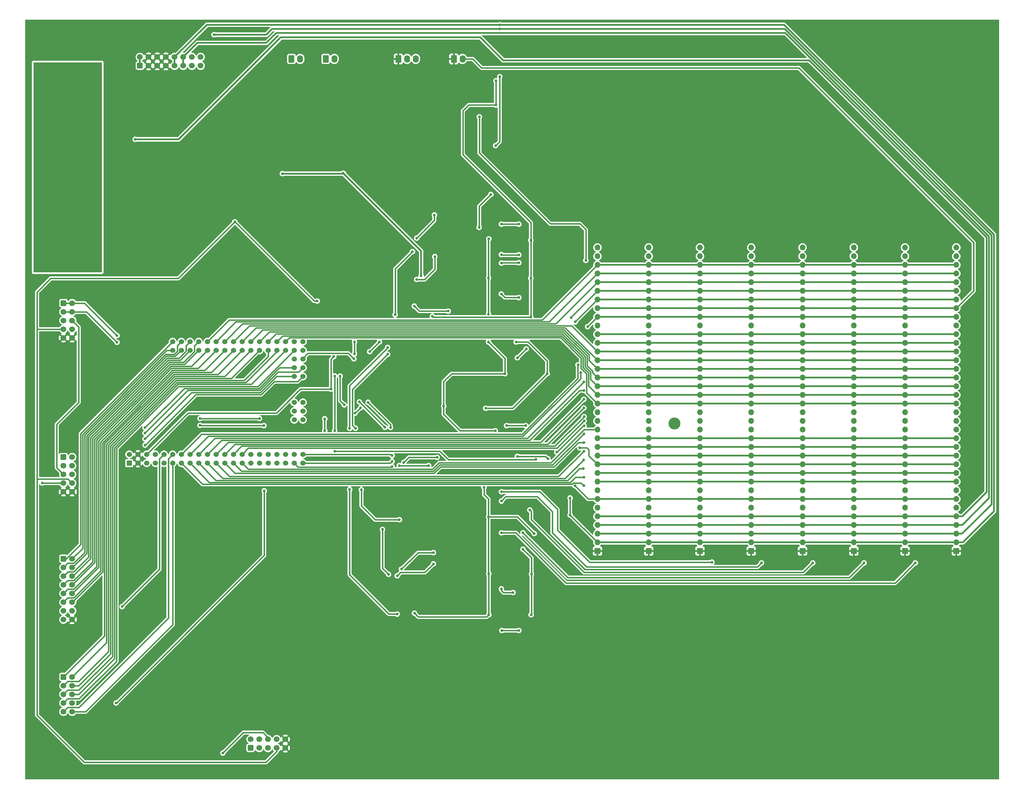
<source format=gbr>
%TF.GenerationSoftware,KiCad,Pcbnew,7.0.10-7.0.10~ubuntu22.04.1*%
%TF.CreationDate,2024-01-14T12:30:21+01:00*%
%TF.ProjectId,polykit-x-mainboard,706f6c79-6b69-4742-9d78-2d6d61696e62,v0.0.2*%
%TF.SameCoordinates,Original*%
%TF.FileFunction,Copper,L2,Bot*%
%TF.FilePolarity,Positive*%
%FSLAX46Y46*%
G04 Gerber Fmt 4.6, Leading zero omitted, Abs format (unit mm)*
G04 Created by KiCad (PCBNEW 7.0.10-7.0.10~ubuntu22.04.1) date 2024-01-14 12:30:21*
%MOMM*%
%LPD*%
G01*
G04 APERTURE LIST*
G04 Aperture macros list*
%AMRoundRect*
0 Rectangle with rounded corners*
0 $1 Rounding radius*
0 $2 $3 $4 $5 $6 $7 $8 $9 X,Y pos of 4 corners*
0 Add a 4 corners polygon primitive as box body*
4,1,4,$2,$3,$4,$5,$6,$7,$8,$9,$2,$3,0*
0 Add four circle primitives for the rounded corners*
1,1,$1+$1,$2,$3*
1,1,$1+$1,$4,$5*
1,1,$1+$1,$6,$7*
1,1,$1+$1,$8,$9*
0 Add four rect primitives between the rounded corners*
20,1,$1+$1,$2,$3,$4,$5,0*
20,1,$1+$1,$4,$5,$6,$7,0*
20,1,$1+$1,$6,$7,$8,$9,0*
20,1,$1+$1,$8,$9,$2,$3,0*%
G04 Aperture macros list end*
%TA.AperFunction,ComponentPad*%
%ADD10R,1.700000X1.700000*%
%TD*%
%TA.AperFunction,ComponentPad*%
%ADD11O,1.700000X1.700000*%
%TD*%
%TA.AperFunction,ComponentPad*%
%ADD12RoundRect,0.250000X-0.600000X-0.600000X0.600000X-0.600000X0.600000X0.600000X-0.600000X0.600000X0*%
%TD*%
%TA.AperFunction,ComponentPad*%
%ADD13C,1.700000*%
%TD*%
%TA.AperFunction,ComponentPad*%
%ADD14RoundRect,0.250000X-0.620000X-0.845000X0.620000X-0.845000X0.620000X0.845000X-0.620000X0.845000X0*%
%TD*%
%TA.AperFunction,ComponentPad*%
%ADD15O,1.740000X2.190000*%
%TD*%
%TA.AperFunction,ComponentPad*%
%ADD16R,1.524000X1.524000*%
%TD*%
%TA.AperFunction,ComponentPad*%
%ADD17C,1.524000*%
%TD*%
%TA.AperFunction,ComponentPad*%
%ADD18RoundRect,0.250000X0.600000X-0.600000X0.600000X0.600000X-0.600000X0.600000X-0.600000X-0.600000X0*%
%TD*%
%TA.AperFunction,ViaPad*%
%ADD19C,0.800000*%
%TD*%
%TA.AperFunction,ViaPad*%
%ADD20C,3.500000*%
%TD*%
%TA.AperFunction,Conductor*%
%ADD21C,0.381000*%
%TD*%
%TA.AperFunction,Conductor*%
%ADD22C,0.508000*%
%TD*%
G04 APERTURE END LIST*
D10*
%TO.P,VOICE2,1,Pin_1*%
%TO.N,GND*%
X230000000Y-175630000D03*
D11*
%TO.P,VOICE2,2,Pin_2*%
%TO.N,+12V*%
X230000000Y-173090000D03*
%TO.P,VOICE2,3,Pin_3*%
%TO.N,-12V*%
X230000000Y-170550000D03*
%TO.P,VOICE2,4,Pin_4*%
%TO.N,+5V*%
X230000000Y-168010000D03*
%TO.P,VOICE2,5,Pin_5*%
%TO.N,-5V*%
X230000000Y-165470000D03*
%TO.P,VOICE2,6,Pin_6*%
%TO.N,Net-(R13-Pad1)*%
X230000000Y-162930000D03*
%TO.P,VOICE2,7,Pin_7*%
%TO.N,DAC_PWM*%
X230000000Y-160390000D03*
%TO.P,VOICE2,8,Pin_8*%
%TO.N,FM2*%
X230000000Y-157850000D03*
%TO.P,VOICE2,9,Pin_9*%
%TO.N,DAC_SSYNC*%
X230000000Y-155310000D03*
%TO.P,VOICE2,10,Pin_10*%
%TO.N,DAC_HSYNC*%
X230000000Y-152770000D03*
%TO.P,VOICE2,11,Pin_11*%
%TO.N,DAC_ADSR_A*%
X230000000Y-150230000D03*
%TO.P,VOICE2,12,Pin_12*%
%TO.N,DAC_ADSR_D*%
X230000000Y-147690000D03*
%TO.P,VOICE2,13,Pin_13*%
%TO.N,DAC_ADSR_S*%
X230000000Y-145150000D03*
%TO.P,VOICE2,14,Pin_14*%
%TO.N,DAC_ADSR_R*%
X230000000Y-142610000D03*
%TO.P,VOICE2,15,Pin_15*%
%TO.N,TRIG2*%
X230000000Y-140070000D03*
%TO.P,VOICE2,16,Pin_16*%
%TO.N,GATE2*%
X230000000Y-137530000D03*
%TO.P,VOICE2,17,Pin_17*%
%TO.N,/VOICES/VOICE2/ADSR_OUT*%
X230000000Y-134990000D03*
%TO.P,VOICE2,18,Pin_18*%
%TO.N,SW_SAW_ON*%
X230000000Y-132450000D03*
%TO.P,VOICE2,19,Pin_19*%
%TO.N,SW_TRIANGLE_ON*%
X230000000Y-129910000D03*
%TO.P,VOICE2,20,Pin_20*%
%TO.N,SW_EXTERNAL_ON*%
X230000000Y-127370000D03*
%TO.P,VOICE2,21,Pin_21*%
%TO.N,SW_FREQ_ADSR_NEG*%
X230000000Y-124830000D03*
%TO.P,VOICE2,22,Pin_22*%
%TO.N,SW_FREQ_ADSR*%
X230000000Y-122290000D03*
%TO.P,VOICE2,23,Pin_23*%
%TO.N,SW_RES_ADSR*%
X230000000Y-119750000D03*
%TO.P,VOICE2,24,Pin_24*%
%TO.N,SW_RES_ADSR_NEG*%
X230000000Y-117210000D03*
%TO.P,VOICE2,25,Pin_25*%
%TO.N,DAC_LEVEL1*%
X230000000Y-114670000D03*
%TO.P,VOICE2,26,Pin_26*%
%TO.N,DAC_LEVEL2*%
X230000000Y-112130000D03*
%TO.P,VOICE2,27,Pin_27*%
%TO.N,VCA2*%
X230000000Y-109590000D03*
%TO.P,VOICE2,28,Pin_28*%
%TO.N,DAC_PAN*%
X230000000Y-107050000D03*
%TO.P,VOICE2,29,Pin_29*%
%TO.N,EXTERNAL_IN*%
X230000000Y-104510000D03*
%TO.P,VOICE2,30,Pin_30*%
%TO.N,DAC_FREQ*%
X230000000Y-101970000D03*
%TO.P,VOICE2,31,Pin_31*%
%TO.N,DAC_RES*%
X230000000Y-99430000D03*
%TO.P,VOICE2,32,Pin_32*%
%TO.N,SW_FILTER_MODE_A*%
X230000000Y-96890000D03*
%TO.P,VOICE2,33,Pin_33*%
%TO.N,SW_FILTER_MODE_B*%
X230000000Y-94350000D03*
%TO.P,VOICE2,34,Pin_34*%
%TO.N,SW_FILTER_MODE_C*%
X230000000Y-91810000D03*
%TO.P,VOICE2,35,Pin_35*%
%TO.N,OUT_L2*%
X230000000Y-89270000D03*
%TO.P,VOICE2,36,Pin_36*%
%TO.N,OUT_R2*%
X230000000Y-86730000D03*
%TD*%
D12*
%TO.P,J9,1,Pin_1*%
%TO.N,A0*%
X58747500Y-177910000D03*
D13*
%TO.P,J9,2,Pin_2*%
%TO.N,A1*%
X61287500Y-177910000D03*
%TO.P,J9,3,Pin_3*%
%TO.N,A2*%
X58747500Y-180450000D03*
%TO.P,J9,4,Pin_4*%
%TO.N,A3*%
X61287500Y-180450000D03*
%TO.P,J9,5,Pin_5*%
%TO.N,A4*%
X58747500Y-182990000D03*
%TO.P,J9,6,Pin_6*%
%TO.N,A5*%
X61287500Y-182990000D03*
%TO.P,J9,7,Pin_7*%
%TO.N,A6*%
X58747500Y-185530000D03*
%TO.P,J9,8,Pin_8*%
%TO.N,A7*%
X61287500Y-185530000D03*
%TO.P,J9,9,Pin_9*%
%TO.N,A9*%
X58747500Y-188070000D03*
%TO.P,J9,10,Pin_10*%
%TO.N,A11*%
X61287500Y-188070000D03*
%TO.P,J9,11,Pin_11*%
%TO.N,A13*%
X58747500Y-190610000D03*
%TO.P,J9,12,Pin_12*%
%TO.N,A15*%
X61287500Y-190610000D03*
%TO.P,J9,13,Pin_13*%
%TO.N,AREF*%
X58747500Y-193150000D03*
%TO.P,J9,14,Pin_14*%
%TO.N,+5V*%
X61287500Y-193150000D03*
%TO.P,J9,15,Pin_15*%
%TO.N,-5V*%
X58747500Y-195690000D03*
%TO.P,J9,16,Pin_16*%
%TO.N,GND*%
X61287500Y-195690000D03*
%TD*%
D14*
%TO.P,J5,1,Pin_1*%
%TO.N,GND*%
X172980000Y-31500000D03*
D15*
%TO.P,J5,2,Pin_2*%
%TO.N,EXTERNAL_IN*%
X175520000Y-31500000D03*
%TD*%
D10*
%TO.P,VOICE6,1,Pin_1*%
%TO.N,GND*%
X290000000Y-175630000D03*
D11*
%TO.P,VOICE6,2,Pin_2*%
%TO.N,+12V*%
X290000000Y-173090000D03*
%TO.P,VOICE6,3,Pin_3*%
%TO.N,-12V*%
X290000000Y-170550000D03*
%TO.P,VOICE6,4,Pin_4*%
%TO.N,+5V*%
X290000000Y-168010000D03*
%TO.P,VOICE6,5,Pin_5*%
%TO.N,-5V*%
X290000000Y-165470000D03*
%TO.P,VOICE6,6,Pin_6*%
%TO.N,Net-(R17-Pad1)*%
X290000000Y-162930000D03*
%TO.P,VOICE6,7,Pin_7*%
%TO.N,DAC_PWM*%
X290000000Y-160390000D03*
%TO.P,VOICE6,8,Pin_8*%
%TO.N,FM6*%
X290000000Y-157850000D03*
%TO.P,VOICE6,9,Pin_9*%
%TO.N,DAC_SSYNC*%
X290000000Y-155310000D03*
%TO.P,VOICE6,10,Pin_10*%
%TO.N,DAC_HSYNC*%
X290000000Y-152770000D03*
%TO.P,VOICE6,11,Pin_11*%
%TO.N,DAC_ADSR_A*%
X290000000Y-150230000D03*
%TO.P,VOICE6,12,Pin_12*%
%TO.N,DAC_ADSR_D*%
X290000000Y-147690000D03*
%TO.P,VOICE6,13,Pin_13*%
%TO.N,DAC_ADSR_S*%
X290000000Y-145150000D03*
%TO.P,VOICE6,14,Pin_14*%
%TO.N,DAC_ADSR_R*%
X290000000Y-142610000D03*
%TO.P,VOICE6,15,Pin_15*%
%TO.N,TRIG6*%
X290000000Y-140070000D03*
%TO.P,VOICE6,16,Pin_16*%
%TO.N,GATE6*%
X290000000Y-137530000D03*
%TO.P,VOICE6,17,Pin_17*%
%TO.N,/VOICES/VOICE6/ADSR_OUT*%
X290000000Y-134990000D03*
%TO.P,VOICE6,18,Pin_18*%
%TO.N,SW_SAW_ON*%
X290000000Y-132450000D03*
%TO.P,VOICE6,19,Pin_19*%
%TO.N,SW_TRIANGLE_ON*%
X290000000Y-129910000D03*
%TO.P,VOICE6,20,Pin_20*%
%TO.N,SW_EXTERNAL_ON*%
X290000000Y-127370000D03*
%TO.P,VOICE6,21,Pin_21*%
%TO.N,SW_FREQ_ADSR_NEG*%
X290000000Y-124830000D03*
%TO.P,VOICE6,22,Pin_22*%
%TO.N,SW_FREQ_ADSR*%
X290000000Y-122290000D03*
%TO.P,VOICE6,23,Pin_23*%
%TO.N,SW_RES_ADSR*%
X290000000Y-119750000D03*
%TO.P,VOICE6,24,Pin_24*%
%TO.N,SW_RES_ADSR_NEG*%
X290000000Y-117210000D03*
%TO.P,VOICE6,25,Pin_25*%
%TO.N,DAC_LEVEL1*%
X290000000Y-114670000D03*
%TO.P,VOICE6,26,Pin_26*%
%TO.N,DAC_LEVEL2*%
X290000000Y-112130000D03*
%TO.P,VOICE6,27,Pin_27*%
%TO.N,VCA6*%
X290000000Y-109590000D03*
%TO.P,VOICE6,28,Pin_28*%
%TO.N,DAC_PAN*%
X290000000Y-107050000D03*
%TO.P,VOICE6,29,Pin_29*%
%TO.N,EXTERNAL_IN*%
X290000000Y-104510000D03*
%TO.P,VOICE6,30,Pin_30*%
%TO.N,DAC_FREQ*%
X290000000Y-101970000D03*
%TO.P,VOICE6,31,Pin_31*%
%TO.N,DAC_RES*%
X290000000Y-99430000D03*
%TO.P,VOICE6,32,Pin_32*%
%TO.N,SW_FILTER_MODE_A*%
X290000000Y-96890000D03*
%TO.P,VOICE6,33,Pin_33*%
%TO.N,SW_FILTER_MODE_B*%
X290000000Y-94350000D03*
%TO.P,VOICE6,34,Pin_34*%
%TO.N,SW_FILTER_MODE_C*%
X290000000Y-91810000D03*
%TO.P,VOICE6,35,Pin_35*%
%TO.N,OUT_L6*%
X290000000Y-89270000D03*
%TO.P,VOICE6,36,Pin_36*%
%TO.N,OUT_R6*%
X290000000Y-86730000D03*
%TD*%
D12*
%TO.P,J8,1,Pin_1*%
%TO.N,MISO*%
X58747500Y-148130000D03*
D13*
%TO.P,J8,2,Pin_2*%
%TO.N,MOSI*%
X61287500Y-148130000D03*
%TO.P,J8,3,Pin_3*%
%TO.N,SCK*%
X58747500Y-150670000D03*
%TO.P,J8,4,Pin_4*%
%TO.N,SS*%
X61287500Y-150670000D03*
%TO.P,J8,5,Pin_5*%
%TO.N,-5V*%
X58747500Y-153210000D03*
%TO.P,J8,6,Pin_6*%
%TO.N,+5V*%
X61287500Y-153210000D03*
%TO.P,J8,7,Pin_7*%
%TO.N,-12V*%
X58747500Y-155750000D03*
%TO.P,J8,8,Pin_8*%
%TO.N,+12V*%
X61287500Y-155750000D03*
%TO.P,J8,9,Pin_9*%
%TO.N,GND*%
X58747500Y-158290000D03*
%TO.P,J8,10,Pin_10*%
X61287500Y-158290000D03*
%TD*%
D16*
%TO.P,U1,1,VIN*%
%TO.N,unconnected-(U1-Pad1)*%
X78000000Y-149880000D03*
D17*
%TO.P,U1,2,VIN*%
%TO.N,unconnected-(U1-Pad2)*%
X78000000Y-147340000D03*
%TO.P,U1,3,GND*%
%TO.N,GND*%
X80540000Y-149880000D03*
%TO.P,U1,4,GND*%
X80540000Y-147340000D03*
%TO.P,U1,5,5V*%
%TO.N,+5V*%
X83080000Y-149880000D03*
%TO.P,U1,6,5V*%
X83080000Y-147340000D03*
%TO.P,U1,7,3V3*%
%TO.N,unconnected-(U1-Pad7)*%
X85620000Y-149880000D03*
%TO.P,U1,8,3V3*%
%TO.N,unconnected-(U1-Pad8)*%
X85620000Y-147340000D03*
%TO.P,U1,9,RST*%
%TO.N,unconnected-(U1-Pad9)*%
X88160000Y-149880000D03*
%TO.P,U1,10,AREF*%
%TO.N,AREF*%
X88160000Y-147340000D03*
%TO.P,U1,11,TX*%
%TO.N,TX0*%
X90700000Y-149880000D03*
%TO.P,U1,12,RX*%
%TO.N,RX0*%
X90700000Y-147340000D03*
%TO.P,U1,13,D3*%
%TO.N,TRIG8*%
X93240000Y-149880000D03*
%TO.P,U1,14,D2*%
%TO.N,GATE8*%
X93240000Y-147340000D03*
%TO.P,U1,15,D5*%
%TO.N,TRIG7*%
X95780000Y-149880000D03*
%TO.P,U1,16,D4*%
%TO.N,GATE7*%
X95780000Y-147340000D03*
%TO.P,U1,17,D7*%
%TO.N,TRIG6*%
X98320000Y-149880000D03*
%TO.P,U1,18,D6*%
%TO.N,GATE6*%
X98320000Y-147340000D03*
%TO.P,U1,19,D9*%
%TO.N,TRIG5*%
X100860000Y-149880000D03*
%TO.P,U1,20,D8*%
%TO.N,GATE5*%
X100860000Y-147340000D03*
%TO.P,U1,21,D11*%
%TO.N,TRIG4*%
X103400000Y-149880000D03*
%TO.P,U1,22,D10*%
%TO.N,GATE4*%
X103400000Y-147340000D03*
%TO.P,U1,23,D13*%
%TO.N,TRIG3*%
X105940000Y-149880000D03*
%TO.P,U1,24,D12*%
%TO.N,GATE3*%
X105940000Y-147340000D03*
%TO.P,U1,25,D15*%
%TO.N,TRIG2*%
X108480000Y-149880000D03*
%TO.P,U1,26,D14*%
%TO.N,GATE2*%
X108480000Y-147340000D03*
%TO.P,U1,27,D17*%
%TO.N,TRIG1*%
X111020000Y-149880000D03*
%TO.P,U1,28,D16*%
%TO.N,GATE1*%
X111020000Y-147340000D03*
%TO.P,U1,29,D19*%
%TO.N,RX1*%
X113560000Y-149880000D03*
%TO.P,U1,30,D18*%
%TO.N,TX1*%
X113560000Y-147340000D03*
%TO.P,U1,31,D21*%
%TO.N,I2C_SCL*%
X116100000Y-149880000D03*
%TO.P,U1,32,D20*%
%TO.N,I2C_SDA*%
X116100000Y-147340000D03*
%TO.P,U1,33,D23*%
%TO.N,SH_PITCH_A*%
X118640000Y-149880000D03*
%TO.P,U1,34,D22*%
%TO.N,D22*%
X118640000Y-147340000D03*
%TO.P,U1,35,D25*%
%TO.N,SH_PITCH_B*%
X121180000Y-149880000D03*
%TO.P,U1,36,D24*%
%TO.N,SH_CV_C*%
X121180000Y-147340000D03*
%TO.P,U1,37,D27*%
%TO.N,SH_PITCH_C*%
X123720000Y-149880000D03*
%TO.P,U1,38,D26*%
%TO.N,SH_CV_B*%
X123720000Y-147340000D03*
%TO.P,U1,39,D29*%
%TO.N,SH_FM_A*%
X126260000Y-149880000D03*
%TO.P,U1,40,D28*%
%TO.N,SH_CV_A*%
X126260000Y-147340000D03*
%TO.P,U1,41,D31*%
%TO.N,SH_FM_B*%
X128800000Y-149880000D03*
%TO.P,U1,42,D30*%
%TO.N,SH_FM_C*%
X128800000Y-147340000D03*
%TO.P,U1,43,A1*%
%TO.N,A1*%
X90700000Y-116860000D03*
%TO.P,U1,44,A0*%
%TO.N,A0*%
X90700000Y-114320000D03*
%TO.P,U1,45,A3*%
%TO.N,A3*%
X93240000Y-116860000D03*
%TO.P,U1,46,A2*%
%TO.N,A2*%
X93240000Y-114320000D03*
%TO.P,U1,47,A5*%
%TO.N,A5*%
X95780000Y-116860000D03*
%TO.P,U1,48,A4*%
%TO.N,A4*%
X95780000Y-114320000D03*
%TO.P,U1,49,A7*%
%TO.N,A7*%
X98320000Y-116860000D03*
%TO.P,U1,50,A6*%
%TO.N,A6*%
X98320000Y-114320000D03*
%TO.P,U1,51,A9*%
%TO.N,A9*%
X100860000Y-116860000D03*
%TO.P,U1,52,A8*%
%TO.N,SW_FILTER_MODE_C*%
X100860000Y-114320000D03*
%TO.P,U1,53,A11*%
%TO.N,A11*%
X103400000Y-116860000D03*
%TO.P,U1,54,A10*%
%TO.N,SW_FILTER_MODE_B*%
X103400000Y-114320000D03*
%TO.P,U1,55,A13*%
%TO.N,A13*%
X105940000Y-116860000D03*
%TO.P,U1,56,A12*%
%TO.N,SW_FILTER_MODE_A*%
X105940000Y-114320000D03*
%TO.P,U1,57,A15*%
%TO.N,A15*%
X108480000Y-116860000D03*
%TO.P,U1,58,A14*%
%TO.N,SW_RES_ADSR_NEG*%
X108480000Y-114320000D03*
%TO.P,U1,59,D33*%
%TO.N,D33*%
X111020000Y-116860000D03*
%TO.P,U1,60,D32*%
%TO.N,SW_RES_ADSR*%
X111020000Y-114320000D03*
%TO.P,U1,61,D35*%
%TO.N,D35*%
X113560000Y-116860000D03*
%TO.P,U1,62,D34*%
%TO.N,SW_FREQ_ADSR*%
X113560000Y-114320000D03*
%TO.P,U1,63,D37*%
%TO.N,D37*%
X116100000Y-116860000D03*
%TO.P,U1,64,D36*%
%TO.N,SW_FREQ_ADSR_NEG*%
X116100000Y-114320000D03*
%TO.P,U1,65,D39*%
%TO.N,D39*%
X118640000Y-116860000D03*
%TO.P,U1,66,D38*%
%TO.N,SW_EXTERNAL_ON*%
X118640000Y-114320000D03*
%TO.P,U1,67,D41*%
%TO.N,D41*%
X121180000Y-116860000D03*
%TO.P,U1,68,D40*%
%TO.N,SW_TRIANGLE_ON*%
X121180000Y-114320000D03*
%TO.P,U1,69,D43*%
%TO.N,D43*%
X123720000Y-116860000D03*
%TO.P,U1,70,D42*%
%TO.N,SW_SAW_ON*%
X123720000Y-114320000D03*
%TO.P,U1,71,D45*%
%TO.N,D45*%
X126260000Y-116860000D03*
%TO.P,U1,72,D44*%
%TO.N,SH_VCA_C*%
X126260000Y-114320000D03*
%TO.P,U1,73,D47*%
%TO.N,SH_VCA_A*%
X128800000Y-116860000D03*
%TO.P,U1,74,D46*%
%TO.N,SH_VCA_B*%
X128800000Y-114320000D03*
%TO.P,U1,75,D49*%
%TO.N,/DAC/LDAC*%
X126260000Y-119400000D03*
%TO.P,U1,76,D48*%
%TO.N,/DAC/RESET*%
X128800000Y-119400000D03*
%TO.P,U1,77,D51*%
%TO.N,MOSI*%
X126260000Y-121940000D03*
%TO.P,U1,78,D50*%
%TO.N,MISO*%
X128800000Y-121940000D03*
%TO.P,U1,79,D53*%
%TO.N,SS*%
X126260000Y-124480000D03*
%TO.P,U1,80,D52*%
%TO.N,SCK*%
X128800000Y-124480000D03*
%TO.P,U1,81,ICSP_1*%
%TO.N,unconnected-(U1-Pad81)*%
X126260000Y-132100000D03*
%TO.P,U1,82,ICSP_2*%
%TO.N,unconnected-(U1-Pad82)*%
X128800000Y-132100000D03*
%TO.P,U1,83,ICSP_3*%
%TO.N,unconnected-(U1-Pad83)*%
X126260000Y-134640000D03*
%TO.P,U1,84,ICSP_4*%
%TO.N,unconnected-(U1-Pad84)*%
X128800000Y-134640000D03*
%TO.P,U1,85,ICSP_5*%
%TO.N,unconnected-(U1-Pad85)*%
X126260000Y-137180000D03*
%TO.P,U1,86,ICPS_6*%
%TO.N,unconnected-(U1-Pad86)*%
X128800000Y-137180000D03*
%TD*%
D12*
%TO.P,J7,1,Pin_1*%
%TO.N,I2C_SDA*%
X58747500Y-103020000D03*
D13*
%TO.P,J7,2,Pin_2*%
X61287500Y-103020000D03*
%TO.P,J7,3,Pin_3*%
%TO.N,I2C_SCL*%
X58747500Y-105560000D03*
%TO.P,J7,4,Pin_4*%
X61287500Y-105560000D03*
%TO.P,J7,5,Pin_5*%
%TO.N,+5V*%
X58747500Y-108100000D03*
%TO.P,J7,6,Pin_6*%
%TO.N,-5V*%
X61287500Y-108100000D03*
%TO.P,J7,7,Pin_7*%
%TO.N,+12V*%
X58747500Y-110640000D03*
%TO.P,J7,8,Pin_8*%
%TO.N,-12V*%
X61287500Y-110640000D03*
%TO.P,J7,9,Pin_9*%
%TO.N,GND*%
X58747500Y-113180000D03*
%TO.P,J7,10,Pin_10*%
X61287500Y-113180000D03*
%TD*%
D14*
%TO.P,J4,1,Pin_1*%
%TO.N,Net-(J4-Pad1)*%
X125460000Y-31500000D03*
D15*
%TO.P,J4,2,Pin_2*%
%TO.N,Net-(J4-Pad2)*%
X128000000Y-31500000D03*
%TD*%
D18*
%TO.P,J1,1,Pin_1*%
%TO.N,-12V*%
X81110000Y-33485000D03*
D13*
%TO.P,J1,2,Pin_2*%
X81110000Y-30945000D03*
%TO.P,J1,3,Pin_3*%
%TO.N,GND*%
X83650000Y-33485000D03*
%TO.P,J1,4,Pin_4*%
X83650000Y-30945000D03*
%TO.P,J1,5,Pin_5*%
X86190000Y-33485000D03*
%TO.P,J1,6,Pin_6*%
X86190000Y-30945000D03*
%TO.P,J1,7,Pin_7*%
X88730000Y-33485000D03*
%TO.P,J1,8,Pin_8*%
X88730000Y-30945000D03*
%TO.P,J1,9,Pin_9*%
%TO.N,+12V*%
X91270000Y-33485000D03*
%TO.P,J1,10,Pin_10*%
X91270000Y-30945000D03*
%TO.P,J1,11,Pin_11*%
%TO.N,+5V*%
X93810000Y-33485000D03*
%TO.P,J1,12,Pin_12*%
X93810000Y-30945000D03*
%TO.P,J1,13,Pin_13*%
%TO.N,unconnected-(J1-Pad13)*%
X96350000Y-33485000D03*
%TO.P,J1,14,Pin_14*%
%TO.N,unconnected-(J1-Pad14)*%
X96350000Y-30945000D03*
%TO.P,J1,15,Pin_15*%
%TO.N,unconnected-(J1-Pad15)*%
X98890000Y-33485000D03*
%TO.P,J1,16,Pin_16*%
%TO.N,unconnected-(J1-Pad16)*%
X98890000Y-30945000D03*
%TD*%
D14*
%TO.P,J2,1,Pin_1*%
%TO.N,GND*%
X156750000Y-31500000D03*
D15*
%TO.P,J2,2,Pin_2*%
%TO.N,Net-(J2-Pad2)*%
X159290000Y-31500000D03*
%TO.P,J2,3,Pin_3*%
%TO.N,Net-(J2-Pad3)*%
X161830000Y-31500000D03*
%TD*%
D18*
%TO.P,J6,1,Pin_1*%
%TO.N,I2C_SDA*%
X113500000Y-233300000D03*
D13*
%TO.P,J6,2,Pin_2*%
X113500000Y-230760000D03*
%TO.P,J6,3,Pin_3*%
%TO.N,I2C_SCL*%
X116040000Y-233300000D03*
%TO.P,J6,4,Pin_4*%
X116040000Y-230760000D03*
%TO.P,J6,5,Pin_5*%
%TO.N,+5V*%
X118580000Y-233300000D03*
%TO.P,J6,6,Pin_6*%
%TO.N,-5V*%
X118580000Y-230760000D03*
%TO.P,J6,7,Pin_7*%
%TO.N,+12V*%
X121120000Y-233300000D03*
%TO.P,J6,8,Pin_8*%
%TO.N,-12V*%
X121120000Y-230760000D03*
%TO.P,J6,9,Pin_9*%
%TO.N,GND*%
X123660000Y-233300000D03*
%TO.P,J6,10,Pin_10*%
X123660000Y-230760000D03*
%TD*%
D10*
%TO.P,VOICE3,1,Pin_1*%
%TO.N,GND*%
X245000000Y-175630000D03*
D11*
%TO.P,VOICE3,2,Pin_2*%
%TO.N,+12V*%
X245000000Y-173090000D03*
%TO.P,VOICE3,3,Pin_3*%
%TO.N,-12V*%
X245000000Y-170550000D03*
%TO.P,VOICE3,4,Pin_4*%
%TO.N,+5V*%
X245000000Y-168010000D03*
%TO.P,VOICE3,5,Pin_5*%
%TO.N,-5V*%
X245000000Y-165470000D03*
%TO.P,VOICE3,6,Pin_6*%
%TO.N,Net-(R14-Pad1)*%
X245000000Y-162930000D03*
%TO.P,VOICE3,7,Pin_7*%
%TO.N,DAC_PWM*%
X245000000Y-160390000D03*
%TO.P,VOICE3,8,Pin_8*%
%TO.N,FM3*%
X245000000Y-157850000D03*
%TO.P,VOICE3,9,Pin_9*%
%TO.N,DAC_SSYNC*%
X245000000Y-155310000D03*
%TO.P,VOICE3,10,Pin_10*%
%TO.N,DAC_HSYNC*%
X245000000Y-152770000D03*
%TO.P,VOICE3,11,Pin_11*%
%TO.N,DAC_ADSR_A*%
X245000000Y-150230000D03*
%TO.P,VOICE3,12,Pin_12*%
%TO.N,DAC_ADSR_D*%
X245000000Y-147690000D03*
%TO.P,VOICE3,13,Pin_13*%
%TO.N,DAC_ADSR_S*%
X245000000Y-145150000D03*
%TO.P,VOICE3,14,Pin_14*%
%TO.N,DAC_ADSR_R*%
X245000000Y-142610000D03*
%TO.P,VOICE3,15,Pin_15*%
%TO.N,TRIG3*%
X245000000Y-140070000D03*
%TO.P,VOICE3,16,Pin_16*%
%TO.N,GATE3*%
X245000000Y-137530000D03*
%TO.P,VOICE3,17,Pin_17*%
%TO.N,/VOICES/VOICE3/ADSR_OUT*%
X245000000Y-134990000D03*
%TO.P,VOICE3,18,Pin_18*%
%TO.N,SW_SAW_ON*%
X245000000Y-132450000D03*
%TO.P,VOICE3,19,Pin_19*%
%TO.N,SW_TRIANGLE_ON*%
X245000000Y-129910000D03*
%TO.P,VOICE3,20,Pin_20*%
%TO.N,SW_EXTERNAL_ON*%
X245000000Y-127370000D03*
%TO.P,VOICE3,21,Pin_21*%
%TO.N,SW_FREQ_ADSR_NEG*%
X245000000Y-124830000D03*
%TO.P,VOICE3,22,Pin_22*%
%TO.N,SW_FREQ_ADSR*%
X245000000Y-122290000D03*
%TO.P,VOICE3,23,Pin_23*%
%TO.N,SW_RES_ADSR*%
X245000000Y-119750000D03*
%TO.P,VOICE3,24,Pin_24*%
%TO.N,SW_RES_ADSR_NEG*%
X245000000Y-117210000D03*
%TO.P,VOICE3,25,Pin_25*%
%TO.N,DAC_LEVEL1*%
X245000000Y-114670000D03*
%TO.P,VOICE3,26,Pin_26*%
%TO.N,DAC_LEVEL2*%
X245000000Y-112130000D03*
%TO.P,VOICE3,27,Pin_27*%
%TO.N,VCA3*%
X245000000Y-109590000D03*
%TO.P,VOICE3,28,Pin_28*%
%TO.N,DAC_PAN*%
X245000000Y-107050000D03*
%TO.P,VOICE3,29,Pin_29*%
%TO.N,EXTERNAL_IN*%
X245000000Y-104510000D03*
%TO.P,VOICE3,30,Pin_30*%
%TO.N,DAC_FREQ*%
X245000000Y-101970000D03*
%TO.P,VOICE3,31,Pin_31*%
%TO.N,DAC_RES*%
X245000000Y-99430000D03*
%TO.P,VOICE3,32,Pin_32*%
%TO.N,SW_FILTER_MODE_A*%
X245000000Y-96890000D03*
%TO.P,VOICE3,33,Pin_33*%
%TO.N,SW_FILTER_MODE_B*%
X245000000Y-94350000D03*
%TO.P,VOICE3,34,Pin_34*%
%TO.N,SW_FILTER_MODE_C*%
X245000000Y-91810000D03*
%TO.P,VOICE3,35,Pin_35*%
%TO.N,OUT_L3*%
X245000000Y-89270000D03*
%TO.P,VOICE3,36,Pin_36*%
%TO.N,OUT_R3*%
X245000000Y-86730000D03*
%TD*%
D14*
%TO.P,J3,1,Pin_1*%
%TO.N,Net-(D1-Pad2)*%
X135480000Y-31500000D03*
D15*
%TO.P,J3,2,Pin_2*%
%TO.N,Net-(J3-Pad2)*%
X138020000Y-31500000D03*
%TD*%
D10*
%TO.P,VOICE5,1,Pin_1*%
%TO.N,GND*%
X275000000Y-175630000D03*
D11*
%TO.P,VOICE5,2,Pin_2*%
%TO.N,+12V*%
X275000000Y-173090000D03*
%TO.P,VOICE5,3,Pin_3*%
%TO.N,-12V*%
X275000000Y-170550000D03*
%TO.P,VOICE5,4,Pin_4*%
%TO.N,+5V*%
X275000000Y-168010000D03*
%TO.P,VOICE5,5,Pin_5*%
%TO.N,-5V*%
X275000000Y-165470000D03*
%TO.P,VOICE5,6,Pin_6*%
%TO.N,Net-(R16-Pad1)*%
X275000000Y-162930000D03*
%TO.P,VOICE5,7,Pin_7*%
%TO.N,DAC_PWM*%
X275000000Y-160390000D03*
%TO.P,VOICE5,8,Pin_8*%
%TO.N,FM5*%
X275000000Y-157850000D03*
%TO.P,VOICE5,9,Pin_9*%
%TO.N,DAC_SSYNC*%
X275000000Y-155310000D03*
%TO.P,VOICE5,10,Pin_10*%
%TO.N,DAC_HSYNC*%
X275000000Y-152770000D03*
%TO.P,VOICE5,11,Pin_11*%
%TO.N,DAC_ADSR_A*%
X275000000Y-150230000D03*
%TO.P,VOICE5,12,Pin_12*%
%TO.N,DAC_ADSR_D*%
X275000000Y-147690000D03*
%TO.P,VOICE5,13,Pin_13*%
%TO.N,DAC_ADSR_S*%
X275000000Y-145150000D03*
%TO.P,VOICE5,14,Pin_14*%
%TO.N,DAC_ADSR_R*%
X275000000Y-142610000D03*
%TO.P,VOICE5,15,Pin_15*%
%TO.N,TRIG5*%
X275000000Y-140070000D03*
%TO.P,VOICE5,16,Pin_16*%
%TO.N,GATE5*%
X275000000Y-137530000D03*
%TO.P,VOICE5,17,Pin_17*%
%TO.N,/VOICES/VOICE5/ADSR_OUT*%
X275000000Y-134990000D03*
%TO.P,VOICE5,18,Pin_18*%
%TO.N,SW_SAW_ON*%
X275000000Y-132450000D03*
%TO.P,VOICE5,19,Pin_19*%
%TO.N,SW_TRIANGLE_ON*%
X275000000Y-129910000D03*
%TO.P,VOICE5,20,Pin_20*%
%TO.N,SW_EXTERNAL_ON*%
X275000000Y-127370000D03*
%TO.P,VOICE5,21,Pin_21*%
%TO.N,SW_FREQ_ADSR_NEG*%
X275000000Y-124830000D03*
%TO.P,VOICE5,22,Pin_22*%
%TO.N,SW_FREQ_ADSR*%
X275000000Y-122290000D03*
%TO.P,VOICE5,23,Pin_23*%
%TO.N,SW_RES_ADSR*%
X275000000Y-119750000D03*
%TO.P,VOICE5,24,Pin_24*%
%TO.N,SW_RES_ADSR_NEG*%
X275000000Y-117210000D03*
%TO.P,VOICE5,25,Pin_25*%
%TO.N,DAC_LEVEL1*%
X275000000Y-114670000D03*
%TO.P,VOICE5,26,Pin_26*%
%TO.N,DAC_LEVEL2*%
X275000000Y-112130000D03*
%TO.P,VOICE5,27,Pin_27*%
%TO.N,VCA5*%
X275000000Y-109590000D03*
%TO.P,VOICE5,28,Pin_28*%
%TO.N,DAC_PAN*%
X275000000Y-107050000D03*
%TO.P,VOICE5,29,Pin_29*%
%TO.N,EXTERNAL_IN*%
X275000000Y-104510000D03*
%TO.P,VOICE5,30,Pin_30*%
%TO.N,DAC_FREQ*%
X275000000Y-101970000D03*
%TO.P,VOICE5,31,Pin_31*%
%TO.N,DAC_RES*%
X275000000Y-99430000D03*
%TO.P,VOICE5,32,Pin_32*%
%TO.N,SW_FILTER_MODE_A*%
X275000000Y-96890000D03*
%TO.P,VOICE5,33,Pin_33*%
%TO.N,SW_FILTER_MODE_B*%
X275000000Y-94350000D03*
%TO.P,VOICE5,34,Pin_34*%
%TO.N,SW_FILTER_MODE_C*%
X275000000Y-91810000D03*
%TO.P,VOICE5,35,Pin_35*%
%TO.N,OUT_L5*%
X275000000Y-89270000D03*
%TO.P,VOICE5,36,Pin_36*%
%TO.N,OUT_R5*%
X275000000Y-86730000D03*
%TD*%
D10*
%TO.P,VOICE8,1,Pin_1*%
%TO.N,GND*%
X320000000Y-175630000D03*
D11*
%TO.P,VOICE8,2,Pin_2*%
%TO.N,+12V*%
X320000000Y-173090000D03*
%TO.P,VOICE8,3,Pin_3*%
%TO.N,-12V*%
X320000000Y-170550000D03*
%TO.P,VOICE8,4,Pin_4*%
%TO.N,+5V*%
X320000000Y-168010000D03*
%TO.P,VOICE8,5,Pin_5*%
%TO.N,-5V*%
X320000000Y-165470000D03*
%TO.P,VOICE8,6,Pin_6*%
%TO.N,Net-(R19-Pad1)*%
X320000000Y-162930000D03*
%TO.P,VOICE8,7,Pin_7*%
%TO.N,DAC_PWM*%
X320000000Y-160390000D03*
%TO.P,VOICE8,8,Pin_8*%
%TO.N,FM8*%
X320000000Y-157850000D03*
%TO.P,VOICE8,9,Pin_9*%
%TO.N,DAC_SSYNC*%
X320000000Y-155310000D03*
%TO.P,VOICE8,10,Pin_10*%
%TO.N,DAC_HSYNC*%
X320000000Y-152770000D03*
%TO.P,VOICE8,11,Pin_11*%
%TO.N,DAC_ADSR_A*%
X320000000Y-150230000D03*
%TO.P,VOICE8,12,Pin_12*%
%TO.N,DAC_ADSR_D*%
X320000000Y-147690000D03*
%TO.P,VOICE8,13,Pin_13*%
%TO.N,DAC_ADSR_S*%
X320000000Y-145150000D03*
%TO.P,VOICE8,14,Pin_14*%
%TO.N,DAC_ADSR_R*%
X320000000Y-142610000D03*
%TO.P,VOICE8,15,Pin_15*%
%TO.N,TRIG8*%
X320000000Y-140070000D03*
%TO.P,VOICE8,16,Pin_16*%
%TO.N,GATE8*%
X320000000Y-137530000D03*
%TO.P,VOICE8,17,Pin_17*%
%TO.N,/VOICES/VOICE8/ADSR_OUT*%
X320000000Y-134990000D03*
%TO.P,VOICE8,18,Pin_18*%
%TO.N,SW_SAW_ON*%
X320000000Y-132450000D03*
%TO.P,VOICE8,19,Pin_19*%
%TO.N,SW_TRIANGLE_ON*%
X320000000Y-129910000D03*
%TO.P,VOICE8,20,Pin_20*%
%TO.N,SW_EXTERNAL_ON*%
X320000000Y-127370000D03*
%TO.P,VOICE8,21,Pin_21*%
%TO.N,SW_FREQ_ADSR_NEG*%
X320000000Y-124830000D03*
%TO.P,VOICE8,22,Pin_22*%
%TO.N,SW_FREQ_ADSR*%
X320000000Y-122290000D03*
%TO.P,VOICE8,23,Pin_23*%
%TO.N,SW_RES_ADSR*%
X320000000Y-119750000D03*
%TO.P,VOICE8,24,Pin_24*%
%TO.N,SW_RES_ADSR_NEG*%
X320000000Y-117210000D03*
%TO.P,VOICE8,25,Pin_25*%
%TO.N,DAC_LEVEL1*%
X320000000Y-114670000D03*
%TO.P,VOICE8,26,Pin_26*%
%TO.N,DAC_LEVEL2*%
X320000000Y-112130000D03*
%TO.P,VOICE8,27,Pin_27*%
%TO.N,VCA8*%
X320000000Y-109590000D03*
%TO.P,VOICE8,28,Pin_28*%
%TO.N,DAC_PAN*%
X320000000Y-107050000D03*
%TO.P,VOICE8,29,Pin_29*%
%TO.N,EXTERNAL_IN*%
X320000000Y-104510000D03*
%TO.P,VOICE8,30,Pin_30*%
%TO.N,DAC_FREQ*%
X320000000Y-101970000D03*
%TO.P,VOICE8,31,Pin_31*%
%TO.N,DAC_RES*%
X320000000Y-99430000D03*
%TO.P,VOICE8,32,Pin_32*%
%TO.N,SW_FILTER_MODE_A*%
X320000000Y-96890000D03*
%TO.P,VOICE8,33,Pin_33*%
%TO.N,SW_FILTER_MODE_B*%
X320000000Y-94350000D03*
%TO.P,VOICE8,34,Pin_34*%
%TO.N,SW_FILTER_MODE_C*%
X320000000Y-91810000D03*
%TO.P,VOICE8,35,Pin_35*%
%TO.N,OUT_L8*%
X320000000Y-89270000D03*
%TO.P,VOICE8,36,Pin_36*%
%TO.N,OUT_R8*%
X320000000Y-86730000D03*
%TD*%
D12*
%TO.P,J10,1,Pin_1*%
%TO.N,D33*%
X58747500Y-212520000D03*
D13*
%TO.P,J10,2,Pin_2*%
%TO.N,D35*%
X61287500Y-212520000D03*
%TO.P,J10,3,Pin_3*%
%TO.N,D37*%
X58747500Y-215060000D03*
%TO.P,J10,4,Pin_4*%
%TO.N,D39*%
X61287500Y-215060000D03*
%TO.P,J10,5,Pin_5*%
%TO.N,D41*%
X58747500Y-217600000D03*
%TO.P,J10,6,Pin_6*%
%TO.N,D43*%
X61287500Y-217600000D03*
%TO.P,J10,7,Pin_7*%
%TO.N,D45*%
X58747500Y-220140000D03*
%TO.P,J10,8,Pin_8*%
%TO.N,D22*%
X61287500Y-220140000D03*
%TO.P,J10,9,Pin_9*%
%TO.N,RX0*%
X58747500Y-222680000D03*
%TO.P,J10,10,Pin_10*%
%TO.N,TX0*%
X61287500Y-222680000D03*
%TD*%
D10*
%TO.P,VOICE4,1,Pin_1*%
%TO.N,GND*%
X260000000Y-175630000D03*
D11*
%TO.P,VOICE4,2,Pin_2*%
%TO.N,+12V*%
X260000000Y-173090000D03*
%TO.P,VOICE4,3,Pin_3*%
%TO.N,-12V*%
X260000000Y-170550000D03*
%TO.P,VOICE4,4,Pin_4*%
%TO.N,+5V*%
X260000000Y-168010000D03*
%TO.P,VOICE4,5,Pin_5*%
%TO.N,-5V*%
X260000000Y-165470000D03*
%TO.P,VOICE4,6,Pin_6*%
%TO.N,Net-(R15-Pad1)*%
X260000000Y-162930000D03*
%TO.P,VOICE4,7,Pin_7*%
%TO.N,DAC_PWM*%
X260000000Y-160390000D03*
%TO.P,VOICE4,8,Pin_8*%
%TO.N,FM4*%
X260000000Y-157850000D03*
%TO.P,VOICE4,9,Pin_9*%
%TO.N,DAC_SSYNC*%
X260000000Y-155310000D03*
%TO.P,VOICE4,10,Pin_10*%
%TO.N,DAC_HSYNC*%
X260000000Y-152770000D03*
%TO.P,VOICE4,11,Pin_11*%
%TO.N,DAC_ADSR_A*%
X260000000Y-150230000D03*
%TO.P,VOICE4,12,Pin_12*%
%TO.N,DAC_ADSR_D*%
X260000000Y-147690000D03*
%TO.P,VOICE4,13,Pin_13*%
%TO.N,DAC_ADSR_S*%
X260000000Y-145150000D03*
%TO.P,VOICE4,14,Pin_14*%
%TO.N,DAC_ADSR_R*%
X260000000Y-142610000D03*
%TO.P,VOICE4,15,Pin_15*%
%TO.N,TRIG4*%
X260000000Y-140070000D03*
%TO.P,VOICE4,16,Pin_16*%
%TO.N,GATE4*%
X260000000Y-137530000D03*
%TO.P,VOICE4,17,Pin_17*%
%TO.N,/VOICES/VOICE4/ADSR_OUT*%
X260000000Y-134990000D03*
%TO.P,VOICE4,18,Pin_18*%
%TO.N,SW_SAW_ON*%
X260000000Y-132450000D03*
%TO.P,VOICE4,19,Pin_19*%
%TO.N,SW_TRIANGLE_ON*%
X260000000Y-129910000D03*
%TO.P,VOICE4,20,Pin_20*%
%TO.N,SW_EXTERNAL_ON*%
X260000000Y-127370000D03*
%TO.P,VOICE4,21,Pin_21*%
%TO.N,SW_FREQ_ADSR_NEG*%
X260000000Y-124830000D03*
%TO.P,VOICE4,22,Pin_22*%
%TO.N,SW_FREQ_ADSR*%
X260000000Y-122290000D03*
%TO.P,VOICE4,23,Pin_23*%
%TO.N,SW_RES_ADSR*%
X260000000Y-119750000D03*
%TO.P,VOICE4,24,Pin_24*%
%TO.N,SW_RES_ADSR_NEG*%
X260000000Y-117210000D03*
%TO.P,VOICE4,25,Pin_25*%
%TO.N,DAC_LEVEL1*%
X260000000Y-114670000D03*
%TO.P,VOICE4,26,Pin_26*%
%TO.N,DAC_LEVEL2*%
X260000000Y-112130000D03*
%TO.P,VOICE4,27,Pin_27*%
%TO.N,VCA4*%
X260000000Y-109590000D03*
%TO.P,VOICE4,28,Pin_28*%
%TO.N,DAC_PAN*%
X260000000Y-107050000D03*
%TO.P,VOICE4,29,Pin_29*%
%TO.N,EXTERNAL_IN*%
X260000000Y-104510000D03*
%TO.P,VOICE4,30,Pin_30*%
%TO.N,DAC_FREQ*%
X260000000Y-101970000D03*
%TO.P,VOICE4,31,Pin_31*%
%TO.N,DAC_RES*%
X260000000Y-99430000D03*
%TO.P,VOICE4,32,Pin_32*%
%TO.N,SW_FILTER_MODE_A*%
X260000000Y-96890000D03*
%TO.P,VOICE4,33,Pin_33*%
%TO.N,SW_FILTER_MODE_B*%
X260000000Y-94350000D03*
%TO.P,VOICE4,34,Pin_34*%
%TO.N,SW_FILTER_MODE_C*%
X260000000Y-91810000D03*
%TO.P,VOICE4,35,Pin_35*%
%TO.N,OUT_L4*%
X260000000Y-89270000D03*
%TO.P,VOICE4,36,Pin_36*%
%TO.N,OUT_R4*%
X260000000Y-86730000D03*
%TD*%
D10*
%TO.P,VOICE1,1,Pin_1*%
%TO.N,GND*%
X215000000Y-175630000D03*
D11*
%TO.P,VOICE1,2,Pin_2*%
%TO.N,+12V*%
X215000000Y-173090000D03*
%TO.P,VOICE1,3,Pin_3*%
%TO.N,-12V*%
X215000000Y-170550000D03*
%TO.P,VOICE1,4,Pin_4*%
%TO.N,+5V*%
X215000000Y-168010000D03*
%TO.P,VOICE1,5,Pin_5*%
%TO.N,-5V*%
X215000000Y-165470000D03*
%TO.P,VOICE1,6,Pin_6*%
%TO.N,Net-(R1-Pad1)*%
X215000000Y-162930000D03*
%TO.P,VOICE1,7,Pin_7*%
%TO.N,DAC_PWM*%
X215000000Y-160390000D03*
%TO.P,VOICE1,8,Pin_8*%
%TO.N,FM1*%
X215000000Y-157850000D03*
%TO.P,VOICE1,9,Pin_9*%
%TO.N,DAC_SSYNC*%
X215000000Y-155310000D03*
%TO.P,VOICE1,10,Pin_10*%
%TO.N,DAC_HSYNC*%
X215000000Y-152770000D03*
%TO.P,VOICE1,11,Pin_11*%
%TO.N,DAC_ADSR_A*%
X215000000Y-150230000D03*
%TO.P,VOICE1,12,Pin_12*%
%TO.N,DAC_ADSR_D*%
X215000000Y-147690000D03*
%TO.P,VOICE1,13,Pin_13*%
%TO.N,DAC_ADSR_S*%
X215000000Y-145150000D03*
%TO.P,VOICE1,14,Pin_14*%
%TO.N,DAC_ADSR_R*%
X215000000Y-142610000D03*
%TO.P,VOICE1,15,Pin_15*%
%TO.N,TRIG1*%
X215000000Y-140070000D03*
%TO.P,VOICE1,16,Pin_16*%
%TO.N,GATE1*%
X215000000Y-137530000D03*
%TO.P,VOICE1,17,Pin_17*%
%TO.N,/VOICES/VOICE1/ADSR_OUT*%
X215000000Y-134990000D03*
%TO.P,VOICE1,18,Pin_18*%
%TO.N,SW_SAW_ON*%
X215000000Y-132450000D03*
%TO.P,VOICE1,19,Pin_19*%
%TO.N,SW_TRIANGLE_ON*%
X215000000Y-129910000D03*
%TO.P,VOICE1,20,Pin_20*%
%TO.N,SW_EXTERNAL_ON*%
X215000000Y-127370000D03*
%TO.P,VOICE1,21,Pin_21*%
%TO.N,SW_FREQ_ADSR_NEG*%
X215000000Y-124830000D03*
%TO.P,VOICE1,22,Pin_22*%
%TO.N,SW_FREQ_ADSR*%
X215000000Y-122290000D03*
%TO.P,VOICE1,23,Pin_23*%
%TO.N,SW_RES_ADSR*%
X215000000Y-119750000D03*
%TO.P,VOICE1,24,Pin_24*%
%TO.N,SW_RES_ADSR_NEG*%
X215000000Y-117210000D03*
%TO.P,VOICE1,25,Pin_25*%
%TO.N,DAC_LEVEL1*%
X215000000Y-114670000D03*
%TO.P,VOICE1,26,Pin_26*%
%TO.N,DAC_LEVEL2*%
X215000000Y-112130000D03*
%TO.P,VOICE1,27,Pin_27*%
%TO.N,VCA1*%
X215000000Y-109590000D03*
%TO.P,VOICE1,28,Pin_28*%
%TO.N,DAC_PAN*%
X215000000Y-107050000D03*
%TO.P,VOICE1,29,Pin_29*%
%TO.N,EXTERNAL_IN*%
X215000000Y-104510000D03*
%TO.P,VOICE1,30,Pin_30*%
%TO.N,DAC_FREQ*%
X215000000Y-101970000D03*
%TO.P,VOICE1,31,Pin_31*%
%TO.N,DAC_RES*%
X215000000Y-99430000D03*
%TO.P,VOICE1,32,Pin_32*%
%TO.N,SW_FILTER_MODE_A*%
X215000000Y-96890000D03*
%TO.P,VOICE1,33,Pin_33*%
%TO.N,SW_FILTER_MODE_B*%
X215000000Y-94350000D03*
%TO.P,VOICE1,34,Pin_34*%
%TO.N,SW_FILTER_MODE_C*%
X215000000Y-91810000D03*
%TO.P,VOICE1,35,Pin_35*%
%TO.N,OUT_L1*%
X215000000Y-89270000D03*
%TO.P,VOICE1,36,Pin_36*%
%TO.N,OUT_R1*%
X215000000Y-86730000D03*
%TD*%
D10*
%TO.P,VOICE7,1,Pin_1*%
%TO.N,GND*%
X305000000Y-175630000D03*
D11*
%TO.P,VOICE7,2,Pin_2*%
%TO.N,+12V*%
X305000000Y-173090000D03*
%TO.P,VOICE7,3,Pin_3*%
%TO.N,-12V*%
X305000000Y-170550000D03*
%TO.P,VOICE7,4,Pin_4*%
%TO.N,+5V*%
X305000000Y-168010000D03*
%TO.P,VOICE7,5,Pin_5*%
%TO.N,-5V*%
X305000000Y-165470000D03*
%TO.P,VOICE7,6,Pin_6*%
%TO.N,Net-(R18-Pad1)*%
X305000000Y-162930000D03*
%TO.P,VOICE7,7,Pin_7*%
%TO.N,DAC_PWM*%
X305000000Y-160390000D03*
%TO.P,VOICE7,8,Pin_8*%
%TO.N,FM7*%
X305000000Y-157850000D03*
%TO.P,VOICE7,9,Pin_9*%
%TO.N,DAC_SSYNC*%
X305000000Y-155310000D03*
%TO.P,VOICE7,10,Pin_10*%
%TO.N,DAC_HSYNC*%
X305000000Y-152770000D03*
%TO.P,VOICE7,11,Pin_11*%
%TO.N,DAC_ADSR_A*%
X305000000Y-150230000D03*
%TO.P,VOICE7,12,Pin_12*%
%TO.N,DAC_ADSR_D*%
X305000000Y-147690000D03*
%TO.P,VOICE7,13,Pin_13*%
%TO.N,DAC_ADSR_S*%
X305000000Y-145150000D03*
%TO.P,VOICE7,14,Pin_14*%
%TO.N,DAC_ADSR_R*%
X305000000Y-142610000D03*
%TO.P,VOICE7,15,Pin_15*%
%TO.N,TRIG7*%
X305000000Y-140070000D03*
%TO.P,VOICE7,16,Pin_16*%
%TO.N,GATE7*%
X305000000Y-137530000D03*
%TO.P,VOICE7,17,Pin_17*%
%TO.N,/VOICES/VOICE7/ADSR_OUT*%
X305000000Y-134990000D03*
%TO.P,VOICE7,18,Pin_18*%
%TO.N,SW_SAW_ON*%
X305000000Y-132450000D03*
%TO.P,VOICE7,19,Pin_19*%
%TO.N,SW_TRIANGLE_ON*%
X305000000Y-129910000D03*
%TO.P,VOICE7,20,Pin_20*%
%TO.N,SW_EXTERNAL_ON*%
X305000000Y-127370000D03*
%TO.P,VOICE7,21,Pin_21*%
%TO.N,SW_FREQ_ADSR_NEG*%
X305000000Y-124830000D03*
%TO.P,VOICE7,22,Pin_22*%
%TO.N,SW_FREQ_ADSR*%
X305000000Y-122290000D03*
%TO.P,VOICE7,23,Pin_23*%
%TO.N,SW_RES_ADSR*%
X305000000Y-119750000D03*
%TO.P,VOICE7,24,Pin_24*%
%TO.N,SW_RES_ADSR_NEG*%
X305000000Y-117210000D03*
%TO.P,VOICE7,25,Pin_25*%
%TO.N,DAC_LEVEL1*%
X305000000Y-114670000D03*
%TO.P,VOICE7,26,Pin_26*%
%TO.N,DAC_LEVEL2*%
X305000000Y-112130000D03*
%TO.P,VOICE7,27,Pin_27*%
%TO.N,VCA7*%
X305000000Y-109590000D03*
%TO.P,VOICE7,28,Pin_28*%
%TO.N,DAC_PAN*%
X305000000Y-107050000D03*
%TO.P,VOICE7,29,Pin_29*%
%TO.N,EXTERNAL_IN*%
X305000000Y-104510000D03*
%TO.P,VOICE7,30,Pin_30*%
%TO.N,DAC_FREQ*%
X305000000Y-101970000D03*
%TO.P,VOICE7,31,Pin_31*%
%TO.N,DAC_RES*%
X305000000Y-99430000D03*
%TO.P,VOICE7,32,Pin_32*%
%TO.N,SW_FILTER_MODE_A*%
X305000000Y-96890000D03*
%TO.P,VOICE7,33,Pin_33*%
%TO.N,SW_FILTER_MODE_B*%
X305000000Y-94350000D03*
%TO.P,VOICE7,34,Pin_34*%
%TO.N,SW_FILTER_MODE_C*%
X305000000Y-91810000D03*
%TO.P,VOICE7,35,Pin_35*%
%TO.N,OUT_L7*%
X305000000Y-89270000D03*
%TO.P,VOICE7,36,Pin_36*%
%TO.N,OUT_R7*%
X305000000Y-86730000D03*
%TD*%
D19*
%TO.N,-12V*%
X55000000Y-92500000D03*
X60000000Y-92500000D03*
X65000000Y-92500000D03*
X67500000Y-90000000D03*
X62500000Y-90000000D03*
X57500000Y-90000000D03*
X52500000Y-90000000D03*
X55000000Y-87500000D03*
X60000000Y-87500000D03*
X65000000Y-87500000D03*
X52500000Y-85000000D03*
X67500000Y-85000000D03*
X62500000Y-85000000D03*
X57500000Y-85000000D03*
X65000000Y-82500000D03*
X60000000Y-82500000D03*
X55000000Y-82500000D03*
X52500000Y-80000000D03*
D20*
%TO.N,*%
X237500000Y-138250000D03*
D19*
%TO.N,GND*%
X175300000Y-201000000D03*
X197700000Y-106600000D03*
X188400000Y-147400000D03*
D20*
X325000000Y-235000000D03*
D19*
X108600000Y-163900000D03*
X132100000Y-133600000D03*
X138400000Y-122000000D03*
X179400000Y-128900000D03*
X142200000Y-104300000D03*
X174700000Y-183000000D03*
X149800000Y-101000000D03*
X175400000Y-82000000D03*
X132400000Y-148700000D03*
X148800000Y-125200000D03*
X175500000Y-85100000D03*
X233300000Y-86200000D03*
X180100000Y-125500000D03*
X175400000Y-91100000D03*
X204800000Y-118400000D03*
X94200000Y-168600000D03*
X200100000Y-115700000D03*
X120600000Y-138300000D03*
X183900000Y-158100000D03*
X201200000Y-86700000D03*
X248200000Y-86300000D03*
X148300000Y-119400000D03*
X133300000Y-123000000D03*
X166700000Y-116600000D03*
X175200000Y-165000000D03*
X92900000Y-142300000D03*
X95200000Y-187900000D03*
X106050000Y-25650000D03*
X168100000Y-129400000D03*
X212900000Y-113400000D03*
D20*
X55000000Y-235000000D03*
D19*
X156500000Y-114800000D03*
X199900000Y-140600000D03*
X218600000Y-88000000D03*
X207000000Y-123500000D03*
X208400000Y-96600000D03*
X175200000Y-168800000D03*
X182300000Y-136900000D03*
X162200000Y-121300000D03*
X200600000Y-128400000D03*
X175400000Y-88100000D03*
X175200000Y-197200000D03*
X175200000Y-157700000D03*
X186500000Y-140400000D03*
D20*
X325000000Y-27500000D03*
D19*
X209400000Y-160500000D03*
D20*
X190000000Y-27500000D03*
D19*
X144200000Y-157700000D03*
X162200000Y-128700000D03*
D20*
X120000000Y-131250000D03*
D19*
X165800000Y-83400000D03*
X175200000Y-176000000D03*
X175200000Y-172400000D03*
X175200000Y-179400000D03*
X149100000Y-148600000D03*
X177600000Y-115600000D03*
X114800000Y-161200000D03*
D20*
X55000000Y-131250000D03*
D19*
X133700000Y-105600000D03*
X207000000Y-148500000D03*
X114800000Y-221600000D03*
X202100000Y-157800000D03*
X158700000Y-96900000D03*
X207500000Y-132800000D03*
X92900000Y-208300000D03*
X187500000Y-114500000D03*
X181600000Y-146900000D03*
X175200000Y-189800000D03*
X180900000Y-186700000D03*
X194100000Y-136700000D03*
X162200000Y-125000000D03*
X175100000Y-97900000D03*
X132700000Y-116000000D03*
X195500000Y-152400000D03*
X108400000Y-178900000D03*
X175100000Y-138500000D03*
D20*
X325000000Y-131250000D03*
D19*
X115050000Y-23050000D03*
X144200000Y-148600000D03*
X174200000Y-105500000D03*
X263300000Y-86300000D03*
X159500000Y-194100000D03*
X163800000Y-149300000D03*
X208600000Y-94400000D03*
X174600000Y-147400000D03*
X209900000Y-110000000D03*
X106200000Y-205800000D03*
X175500000Y-94100000D03*
X127500000Y-105100000D03*
X162300000Y-114300000D03*
X133300000Y-119200000D03*
X175200000Y-161300000D03*
X130000000Y-104700000D03*
X175200000Y-186400000D03*
X138800000Y-148600000D03*
X114700000Y-189000000D03*
X162400000Y-138200000D03*
X109200000Y-192900000D03*
X176800000Y-152300000D03*
X147100000Y-114400000D03*
X147800000Y-157400000D03*
X107600000Y-223200000D03*
D20*
X190000000Y-235000000D03*
D19*
X113600000Y-121600000D03*
X188300000Y-132100000D03*
D20*
X55000000Y-27500000D03*
D19*
X278200000Y-86200000D03*
X147000000Y-128100000D03*
X175200000Y-193500000D03*
X113600000Y-132700000D03*
X181900000Y-121200000D03*
%TO.N,+12V*%
X195500000Y-107100000D03*
X166700000Y-106900000D03*
X182300000Y-133800000D03*
X200300000Y-123700000D03*
X195600000Y-194300000D03*
X133000000Y-102400000D03*
X195500000Y-95700000D03*
X185300000Y-45000000D03*
X207000000Y-160100000D03*
X193200000Y-175100000D03*
X207000000Y-165090000D03*
X186400000Y-21500000D03*
X195500000Y-84600000D03*
X203100000Y-146700000D03*
X108900000Y-79200000D03*
X191200000Y-114400000D03*
X211100000Y-139000000D03*
X195700000Y-182400000D03*
X185300000Y-37900000D03*
%TO.N,-12V*%
X57500000Y-80000000D03*
X60000000Y-42500000D03*
X57500000Y-50000000D03*
X57500000Y-35000000D03*
X55000000Y-62500000D03*
X187900000Y-123700000D03*
X62500000Y-45000000D03*
X183200000Y-84200000D03*
X55000000Y-67500000D03*
X52500000Y-155700000D03*
X57500000Y-65000000D03*
X55000000Y-77500000D03*
X183800000Y-71200000D03*
X57500000Y-60000000D03*
X52500000Y-55000000D03*
X65000000Y-62500000D03*
X65000000Y-77500000D03*
X60000000Y-47500000D03*
X57500000Y-40000000D03*
X60000000Y-67500000D03*
X65000000Y-42500000D03*
X183100000Y-95700000D03*
X52500000Y-60000000D03*
X62500000Y-50000000D03*
X60000000Y-72500000D03*
X67500000Y-40000000D03*
X55000000Y-47500000D03*
X180362500Y-80862500D03*
X62500000Y-80000000D03*
X67500000Y-80000000D03*
X183100000Y-114400000D03*
X62500000Y-62500000D03*
X183100000Y-106300000D03*
X55000000Y-57500000D03*
X65000000Y-37500000D03*
X67500000Y-35000000D03*
X52500000Y-70000000D03*
X67500000Y-45000000D03*
X186400000Y-22700000D03*
X57500000Y-70000000D03*
X161475000Y-193825000D03*
X183200000Y-194300000D03*
X62500000Y-35000000D03*
X196500000Y-170500000D03*
X60000000Y-52500000D03*
X67500000Y-62500000D03*
X65000000Y-52500000D03*
X102800000Y-24400000D03*
X52500000Y-45000000D03*
X67500000Y-52500000D03*
X55000000Y-42500000D03*
X60000000Y-55000000D03*
X52500000Y-40000000D03*
X52500000Y-65000000D03*
X65000000Y-57500000D03*
X65000000Y-60000000D03*
X183200000Y-182300000D03*
X65000000Y-67500000D03*
X62500000Y-70000000D03*
X60000000Y-62500000D03*
X185100000Y-140400000D03*
X60000000Y-37500000D03*
X65000000Y-47500000D03*
X57500000Y-75000000D03*
X52500000Y-35000000D03*
X67500000Y-55000000D03*
X60000000Y-77500000D03*
X62500000Y-52500000D03*
X62500000Y-40000000D03*
X67500000Y-57500000D03*
X65000000Y-72500000D03*
X67500000Y-50000000D03*
X186400000Y-36700000D03*
X55000000Y-72500000D03*
X67500000Y-60000000D03*
X60000000Y-60000000D03*
X57500000Y-55000000D03*
X185200000Y-56900000D03*
X60000000Y-57500000D03*
X55000000Y-37500000D03*
X52500000Y-75000000D03*
X62500000Y-57500000D03*
X57500000Y-45000000D03*
X62500000Y-55000000D03*
X52500000Y-50000000D03*
X67500000Y-70000000D03*
X65000000Y-55000000D03*
X183100000Y-165600000D03*
X55000000Y-52500000D03*
X62500000Y-75000000D03*
X62500000Y-60000000D03*
X170000000Y-133200000D03*
X67500000Y-75000000D03*
X62500000Y-65000000D03*
X181800000Y-157000000D03*
X67500000Y-65000000D03*
%TO.N,+5V*%
X137000000Y-128200000D03*
X137837500Y-118675000D03*
X122800000Y-65100000D03*
X135200000Y-136900000D03*
X140610000Y-64990000D03*
X135200000Y-140400000D03*
X152100000Y-169300000D03*
X163385000Y-95015000D03*
X153855000Y-182445000D03*
%TO.N,-5V*%
X105400000Y-234800000D03*
X79750000Y-55050000D03*
%TO.N,DAC_PWM*%
X208400000Y-156500000D03*
X191560000Y-147900000D03*
X200500000Y-148600000D03*
%TO.N,DAC_SSYNC*%
X197000000Y-148800000D03*
X138100000Y-140400000D03*
X138125000Y-124375000D03*
X138100000Y-146400000D03*
%TO.N,DAC_ADSR_A*%
X209800000Y-145400000D03*
%TO.N,GATE1*%
X211100000Y-137530000D03*
%TO.N,DAC_LEVEL2*%
X194150000Y-116450000D03*
X191560000Y-119040000D03*
%TO.N,VCA1*%
X186860000Y-100341000D03*
X192000000Y-101400000D03*
%TO.N,DAC_PAN*%
X212125000Y-109925000D03*
%TO.N,DAC_FREQ*%
X208500000Y-108500000D03*
%TO.N,DAC_RES*%
X207300000Y-107300000D03*
%TO.N,TRIG2*%
X211000000Y-141300000D03*
%TO.N,GATE2*%
X211089500Y-136289500D03*
%TO.N,TRIG3*%
X211000000Y-143900000D03*
%TO.N,GATE3*%
X211000000Y-133749500D03*
%TO.N,FM4*%
X186900000Y-158300000D03*
X248500000Y-178900000D03*
%TO.N,TRIG4*%
X210990500Y-146390500D03*
%TO.N,GATE4*%
X211000000Y-131209500D03*
%TO.N,VCA4*%
X186900000Y-91290000D03*
X192000000Y-91200000D03*
%TO.N,FM8*%
X186900000Y-170300000D03*
X308000000Y-179100000D03*
%TO.N,TRIG5*%
X210930500Y-148930500D03*
%TO.N,GATE5*%
X211010500Y-128610500D03*
%TO.N,VCA5*%
X192000000Y-88900000D03*
X186900000Y-88800000D03*
%TO.N,FM7*%
X193200000Y-170300000D03*
X293000000Y-179100000D03*
%TO.N,TRIG6*%
X210900000Y-151470500D03*
%TO.N,GATE6*%
X211000000Y-126100000D03*
%TO.N,FM6*%
X195200000Y-163600000D03*
X278000000Y-179100000D03*
%TO.N,TRIG7*%
X211000000Y-154000000D03*
%TO.N,GATE7*%
X210079171Y-123400000D03*
%TO.N,FM5*%
X186900000Y-161000000D03*
X263000000Y-179100000D03*
%TO.N,TRIG8*%
X211000000Y-156500000D03*
%TO.N,GATE8*%
X209300000Y-121100000D03*
%TO.N,VCA8*%
X186900000Y-79900000D03*
X192000000Y-79900000D03*
%TO.N,I2C_SDA*%
X116100000Y-136800000D03*
X98700000Y-136800000D03*
X74400000Y-112500000D03*
%TO.N,I2C_SCL*%
X117400000Y-138900000D03*
X98700000Y-138800000D03*
X74400000Y-114500000D03*
%TO.N,MISO*%
X82600000Y-141100000D03*
%TO.N,MOSI*%
X82600000Y-139500000D03*
%TO.N,SCK*%
X82600000Y-144600000D03*
%TO.N,SS*%
X82600000Y-142800000D03*
%TO.N,Net-(R3-Pad2)*%
X194000000Y-138900000D03*
X188400000Y-138900000D03*
%TO.N,VREF_DAC*%
X143900000Y-114400000D03*
X143900000Y-117900000D03*
%TO.N,Net-(R10-Pad2)*%
X161400000Y-103900000D03*
X171335000Y-105365000D03*
%TO.N,/DAC/DAC1*%
X142484000Y-157616000D03*
X153600000Y-116000000D03*
X156400000Y-194100000D03*
X142484000Y-139700000D03*
%TO.N,PITCH4*%
X186900000Y-186700000D03*
X190300000Y-187800000D03*
%TO.N,PITCH8*%
X192000000Y-198900000D03*
X187000000Y-198900000D03*
%TO.N,Net-(R20-Pad2)*%
X211589500Y-90510500D03*
X180440000Y-48460000D03*
%TO.N,SH_FM_C*%
X154900000Y-147700000D03*
%TO.N,SH_FM_A*%
X154900000Y-150900000D03*
%TO.N,SH_FM_B*%
X154900000Y-149400000D03*
%TO.N,/DAC/RESET*%
X143725000Y-119325000D03*
%TO.N,Net-(C3-Pad1)*%
X157665000Y-180900000D03*
X167000000Y-176100000D03*
%TO.N,Net-(C4-Pad1)*%
X156395000Y-182895000D03*
X167000000Y-179400000D03*
%TO.N,Net-(C28-Pad1)*%
X154450000Y-139450000D03*
X147875000Y-132075000D03*
%TO.N,/DAC/DAC7*%
X140900000Y-132800000D03*
X139700000Y-124400000D03*
%TO.N,Net-(C29-Pad1)*%
X152800000Y-139400000D03*
X145335000Y-131935000D03*
%TO.N,/DAC/DAC4*%
X157035000Y-166465000D03*
X153600000Y-118000000D03*
X144200000Y-139700000D03*
X145900000Y-157700000D03*
%TO.N,/DAC/DAC3*%
X151200000Y-114400000D03*
X155800000Y-106400000D03*
X160850000Y-87950000D03*
X148350000Y-117235000D03*
%TO.N,Net-(C35-Pad1)*%
X158305000Y-149695000D03*
X168100000Y-148200000D03*
%TO.N,Net-(C36-Pad1)*%
X157000000Y-150600000D03*
X165600000Y-150600000D03*
%TO.N,Net-(C54-Pad1)*%
X162100000Y-84000000D03*
X167300000Y-77200000D03*
%TO.N,Net-(C50-Pad1)*%
X167400000Y-89400000D03*
X162100000Y-96100000D03*
%TO.N,Net-(C21-Pad1)*%
X144065000Y-135265000D03*
X145700000Y-133700000D03*
%TO.N,AREF*%
X75900000Y-191900000D03*
%TO.N,D22*%
X74160000Y-220140000D03*
X117500000Y-158000000D03*
%TD*%
D21*
%TO.N,+12V*%
X108900000Y-79200000D02*
X92300000Y-95800000D01*
X92300000Y-95800000D02*
X55000000Y-95800000D01*
X55000000Y-95800000D02*
X51000000Y-99800000D01*
X51000000Y-99800000D02*
X51000000Y-110600000D01*
D22*
%TO.N,GND*%
X215000000Y-175630000D02*
X320000000Y-175630000D01*
D21*
%TO.N,+12V*%
X195500000Y-84600000D02*
X195500000Y-79400000D01*
X207000000Y-165090000D02*
X215000000Y-173090000D01*
X195500000Y-84600000D02*
X195500000Y-95700000D01*
X51000000Y-154400000D02*
X51000000Y-223700000D01*
D22*
X331000000Y-82896208D02*
X269603792Y-21500000D01*
D21*
X60047000Y-154509500D02*
X51109500Y-154509500D01*
X175600000Y-46700000D02*
X177300000Y-45000000D01*
D22*
X320000000Y-173090000D02*
X321910000Y-173090000D01*
D21*
X207000000Y-160100000D02*
X207000000Y-165090000D01*
X51000000Y-223700000D02*
X64800000Y-237500000D01*
X211100000Y-139000000D02*
X210900000Y-139000000D01*
X166900000Y-107100000D02*
X166700000Y-106900000D01*
X51109500Y-154509500D02*
X51000000Y-154400000D01*
D22*
X320000000Y-173090000D02*
X215000000Y-173090000D01*
D21*
X195500000Y-95700000D02*
X195500000Y-107100000D01*
X121120000Y-234380000D02*
X121120000Y-233300000D01*
X195700000Y-194200000D02*
X195600000Y-194300000D01*
X185300000Y-37900000D02*
X185300000Y-45000000D01*
X133000000Y-102400000D02*
X132100000Y-102400000D01*
X194700000Y-114400000D02*
X200300000Y-120000000D01*
X195500000Y-79400000D02*
X175600000Y-59500000D01*
X203200000Y-146700000D02*
X203100000Y-146700000D01*
D22*
X100715000Y-21500000D02*
X91270000Y-30945000D01*
D21*
X195700000Y-177600000D02*
X195700000Y-182400000D01*
D22*
X269603792Y-21500000D02*
X186400000Y-21500000D01*
X91270000Y-30945000D02*
X91270000Y-33485000D01*
D21*
X200300000Y-120000000D02*
X200300000Y-123700000D01*
X118000000Y-237500000D02*
X121120000Y-234380000D01*
X51040000Y-110640000D02*
X51000000Y-110600000D01*
X210900000Y-139000000D02*
X203200000Y-146700000D01*
X58747500Y-110640000D02*
X51040000Y-110640000D01*
X175600000Y-59500000D02*
X175600000Y-46700000D01*
X195500000Y-107100000D02*
X166900000Y-107100000D01*
X190200000Y-133800000D02*
X182300000Y-133800000D01*
X132100000Y-102400000D02*
X108900000Y-79200000D01*
X191200000Y-114400000D02*
X194700000Y-114400000D01*
X64800000Y-237500000D02*
X118000000Y-237500000D01*
X177300000Y-45000000D02*
X185300000Y-45000000D01*
X193200000Y-175100000D02*
X195700000Y-177600000D01*
D22*
X321910000Y-173090000D02*
X331000000Y-164000000D01*
X331000000Y-164000000D02*
X331000000Y-82896208D01*
D21*
X200300000Y-123700000D02*
X190200000Y-133800000D01*
D22*
X186400000Y-21500000D02*
X100715000Y-21500000D01*
D21*
X195700000Y-182400000D02*
X195700000Y-194200000D01*
X61287500Y-155750000D02*
X60047000Y-154509500D01*
X51000000Y-110600000D02*
X51000000Y-154400000D01*
%TO.N,-12V*%
X187900000Y-123700000D02*
X172300000Y-123700000D01*
X170000000Y-135600000D02*
X170000000Y-133200000D01*
X183200000Y-182300000D02*
X183200000Y-194300000D01*
X52550000Y-155750000D02*
X58747500Y-155750000D01*
X186400000Y-36700000D02*
X186400000Y-55700000D01*
X172300000Y-123700000D02*
X170000000Y-126000000D01*
X183100000Y-84300000D02*
X183200000Y-84200000D01*
D22*
X118100000Y-24400000D02*
X102800000Y-24400000D01*
X330292000Y-161958000D02*
X330292000Y-83189472D01*
D21*
X170000000Y-126000000D02*
X170000000Y-133200000D01*
D22*
X321700000Y-170550000D02*
X330292000Y-161958000D01*
D21*
X180362500Y-74637500D02*
X183800000Y-71200000D01*
X174800000Y-140400000D02*
X170000000Y-135600000D01*
X187900000Y-119200000D02*
X187900000Y-123700000D01*
D22*
X81110000Y-30945000D02*
X81110000Y-33485000D01*
D21*
X162550000Y-194900000D02*
X161475000Y-193825000D01*
X183100000Y-160400000D02*
X183100000Y-165600000D01*
X183200000Y-194300000D02*
X182600000Y-194900000D01*
D22*
X186400000Y-22700000D02*
X119800000Y-22700000D01*
D21*
X186400000Y-55700000D02*
X185200000Y-56900000D01*
X183100000Y-182200000D02*
X183200000Y-182300000D01*
X185100000Y-140400000D02*
X174800000Y-140400000D01*
X183100000Y-95700000D02*
X183100000Y-106300000D01*
D22*
X215000000Y-170550000D02*
X320000000Y-170550000D01*
D21*
X52500000Y-155700000D02*
X52550000Y-155750000D01*
X181800000Y-157000000D02*
X181800000Y-159100000D01*
X183100000Y-165600000D02*
X191600000Y-165600000D01*
X183100000Y-165600000D02*
X183100000Y-182200000D01*
X180362500Y-80862500D02*
X180362500Y-74637500D01*
X181800000Y-159100000D02*
X183100000Y-160400000D01*
X183100000Y-114400000D02*
X187900000Y-119200000D01*
D22*
X320000000Y-170550000D02*
X321700000Y-170550000D01*
X119800000Y-22700000D02*
X118100000Y-24400000D01*
D21*
X191600000Y-165600000D02*
X196500000Y-170500000D01*
X182600000Y-194900000D02*
X162550000Y-194900000D01*
X183100000Y-95700000D02*
X183100000Y-84300000D01*
D22*
X330292000Y-83189472D02*
X269802528Y-22700000D01*
X269802528Y-22700000D02*
X186400000Y-22700000D01*
D21*
%TO.N,+5V*%
X95220000Y-135200000D02*
X83080000Y-147340000D01*
X137837500Y-118675000D02*
X137000000Y-119512500D01*
X121100000Y-135200000D02*
X95220000Y-135200000D01*
D22*
X270001264Y-23900000D02*
X121000000Y-23900000D01*
D21*
X152100000Y-180690000D02*
X153855000Y-182445000D01*
X137000000Y-119512500D02*
X137000000Y-128200000D01*
D22*
X121000000Y-23900000D02*
X118100000Y-26800000D01*
X122800000Y-65100000D02*
X140500000Y-65100000D01*
D21*
X137000000Y-128200000D02*
X128100000Y-128200000D01*
X152100000Y-169300000D02*
X152100000Y-180690000D01*
D22*
X329584000Y-160166000D02*
X329584000Y-83482736D01*
X93810000Y-30945000D02*
X93810000Y-33485000D01*
X320000000Y-168010000D02*
X215000000Y-168010000D01*
X140500000Y-65100000D02*
X140610000Y-64990000D01*
D21*
X128100000Y-128200000D02*
X121100000Y-135200000D01*
X135200000Y-136900000D02*
X135200000Y-140400000D01*
D22*
X97955000Y-26800000D02*
X93810000Y-30945000D01*
X163385000Y-87765000D02*
X163385000Y-95015000D01*
X321740000Y-168010000D02*
X329584000Y-160166000D01*
X140610000Y-64990000D02*
X163385000Y-87765000D01*
X329584000Y-83482736D02*
X270001264Y-23900000D01*
X118100000Y-26800000D02*
X97955000Y-26800000D01*
X320000000Y-168010000D02*
X321740000Y-168010000D01*
D21*
%TO.N,-5V*%
X63200000Y-132100000D02*
X56800000Y-138500000D01*
X63200000Y-110012500D02*
X63200000Y-132100000D01*
D22*
X180700000Y-25200000D02*
X122300000Y-25200000D01*
D21*
X56800000Y-151262500D02*
X58747500Y-153210000D01*
X56800000Y-138500000D02*
X56800000Y-151262500D01*
D22*
X328876000Y-158374000D02*
X328876000Y-83776000D01*
X187400000Y-31900000D02*
X180700000Y-25200000D01*
X215000000Y-165470000D02*
X320000000Y-165470000D01*
X321780000Y-165470000D02*
X328876000Y-158374000D01*
X122300000Y-25200000D02*
X92450000Y-55050000D01*
D21*
X117100000Y-228800000D02*
X118580000Y-230280000D01*
D22*
X277000000Y-31900000D02*
X187400000Y-31900000D01*
X328876000Y-83776000D02*
X277000000Y-31900000D01*
D21*
X105400000Y-234800000D02*
X111400000Y-228800000D01*
D22*
X92450000Y-55050000D02*
X79750000Y-55050000D01*
D21*
X111400000Y-228800000D02*
X117100000Y-228800000D01*
X118580000Y-230280000D02*
X118580000Y-230760000D01*
D22*
X320000000Y-165470000D02*
X321780000Y-165470000D01*
D21*
X61287500Y-108100000D02*
X63200000Y-110012500D01*
%TO.N,DAC_PWM*%
X199800000Y-147900000D02*
X200500000Y-148600000D01*
D22*
X320000000Y-160390000D02*
X215000000Y-160390000D01*
D21*
X208400000Y-156500000D02*
X212290000Y-160390000D01*
X191560000Y-147900000D02*
X199800000Y-147900000D01*
X212290000Y-160390000D02*
X215000000Y-160390000D01*
%TO.N,DAC_SSYNC*%
X168900000Y-146400000D02*
X171400000Y-148900000D01*
X196900000Y-148900000D02*
X197000000Y-148800000D01*
X138125000Y-124375000D02*
X138125000Y-140375000D01*
X138100000Y-146400000D02*
X168900000Y-146400000D01*
D22*
X320000000Y-155310000D02*
X215000000Y-155310000D01*
D21*
X171400000Y-148900000D02*
X196900000Y-148900000D01*
X138125000Y-140375000D02*
X138100000Y-140400000D01*
D22*
%TO.N,DAC_HSYNC*%
X215000000Y-152770000D02*
X320000000Y-152770000D01*
D21*
%TO.N,DAC_ADSR_A*%
X212500000Y-146000000D02*
X212500000Y-147730000D01*
X211900000Y-145400000D02*
X212500000Y-146000000D01*
X212500000Y-147730000D02*
X215000000Y-150230000D01*
X209800000Y-145400000D02*
X211900000Y-145400000D01*
D22*
X320000000Y-150230000D02*
X215000000Y-150230000D01*
%TO.N,DAC_ADSR_D*%
X320000000Y-147690000D02*
X215000000Y-147690000D01*
%TO.N,DAC_ADSR_S*%
X215000000Y-145150000D02*
X319850000Y-145150000D01*
%TO.N,DAC_ADSR_R*%
X320000000Y-142610000D02*
X215000000Y-142610000D01*
D21*
%TO.N,TRIG1*%
X211112064Y-140070000D02*
X201382064Y-149800000D01*
X201382064Y-149800000D02*
X168617936Y-149800000D01*
X215000000Y-140070000D02*
X211112064Y-140070000D01*
X112830500Y-151690500D02*
X111020000Y-149880000D01*
X166727436Y-151690500D02*
X112830500Y-151690500D01*
X168617936Y-149800000D02*
X166727436Y-151690500D01*
%TO.N,GATE1*%
X211100000Y-137530000D02*
X203130000Y-145500000D01*
X112860000Y-145500000D02*
X111020000Y-147340000D01*
X203130000Y-145500000D02*
X112860000Y-145500000D01*
D22*
%TO.N,SW_SAW_ON*%
X215000000Y-132450000D02*
X320000000Y-132450000D01*
D21*
X211801000Y-123701000D02*
X210200000Y-122100000D01*
X204235936Y-113167500D02*
X124872500Y-113167500D01*
X215000000Y-132450000D02*
X214950000Y-132450000D01*
X211801000Y-129301000D02*
X211801000Y-123701000D01*
X124872500Y-113167500D02*
X123720000Y-114320000D01*
X210200000Y-119131564D02*
X204235936Y-113167500D01*
X210200000Y-122100000D02*
X210200000Y-119131564D01*
X214950000Y-132450000D02*
X211801000Y-129301000D01*
%TO.N,SW_TRIANGLE_ON*%
X215000000Y-129910000D02*
X212382000Y-127292000D01*
X210781000Y-121859342D02*
X210781000Y-118890906D01*
X204476594Y-112586500D02*
X122913500Y-112586500D01*
X212382000Y-123460342D02*
X210781000Y-121859342D01*
X212382000Y-127292000D02*
X212382000Y-123460342D01*
D22*
X320000000Y-129910000D02*
X215000000Y-129910000D01*
D21*
X210781000Y-118890906D02*
X204476594Y-112586500D01*
X122913500Y-112586500D02*
X121180000Y-114320000D01*
D22*
%TO.N,SW_EXTERNAL_ON*%
X215000000Y-127370000D02*
X320000000Y-127370000D01*
D21*
X212963000Y-125333000D02*
X212963000Y-123219684D01*
X212963000Y-123219684D02*
X211362000Y-121618684D01*
X215000000Y-127370000D02*
X212963000Y-125333000D01*
X211362000Y-118650248D02*
X204717252Y-112005500D01*
X211362000Y-121618684D02*
X211362000Y-118650248D01*
X120954500Y-112005500D02*
X118640000Y-114320000D01*
X204717252Y-112005500D02*
X120954500Y-112005500D01*
%TO.N,SW_FREQ_ADSR_NEG*%
X211943000Y-121378026D02*
X211943000Y-118409590D01*
X215000000Y-124830000D02*
X215000000Y-124800000D01*
X213544000Y-122979026D02*
X211943000Y-121378026D01*
D22*
X320000000Y-124830000D02*
X215000000Y-124830000D01*
D21*
X213544000Y-123344000D02*
X213544000Y-122979026D01*
X215000000Y-124800000D02*
X213544000Y-123344000D01*
X204957910Y-111424500D02*
X118995500Y-111424500D01*
X118995500Y-111424500D02*
X116100000Y-114320000D01*
X211943000Y-118409590D02*
X204957910Y-111424500D01*
%TO.N,SW_FREQ_ADSR*%
X212524000Y-118168932D02*
X205198568Y-110843500D01*
X212524000Y-119814000D02*
X212524000Y-118168932D01*
X205198568Y-110843500D02*
X117036500Y-110843500D01*
X117036500Y-110843500D02*
X113560000Y-114320000D01*
D22*
X215000000Y-122290000D02*
X320000000Y-122290000D01*
D21*
X215000000Y-122290000D02*
X212524000Y-119814000D01*
D22*
%TO.N,SW_RES_ADSR*%
X320000000Y-119750000D02*
X215000000Y-119750000D01*
D21*
X115077500Y-110262500D02*
X111020000Y-114320000D01*
X205512500Y-110262500D02*
X115077500Y-110262500D01*
X215000000Y-119750000D02*
X205512500Y-110262500D01*
%TO.N,SW_RES_ADSR_NEG*%
X113118500Y-109681500D02*
X108480000Y-114320000D01*
X215000000Y-117210000D02*
X207471500Y-109681500D01*
D22*
X215000000Y-117210000D02*
X320000000Y-117210000D01*
D21*
X207471500Y-109681500D02*
X113118500Y-109681500D01*
D22*
%TO.N,DAC_LEVEL1*%
X320000000Y-114670000D02*
X215000000Y-114670000D01*
D21*
%TO.N,DAC_LEVEL2*%
X194150000Y-116450000D02*
X191560000Y-119040000D01*
D22*
X215000000Y-112130000D02*
X320000000Y-112130000D01*
D21*
%TO.N,VCA1*%
X187919000Y-101400000D02*
X192000000Y-101400000D01*
X186860000Y-100341000D02*
X187919000Y-101400000D01*
%TO.N,DAC_PAN*%
X215000000Y-107050000D02*
X212125000Y-109925000D01*
D22*
X320000000Y-107050000D02*
X215000000Y-107050000D01*
D21*
%TO.N,EXTERNAL_IN*%
X325100000Y-85300000D02*
X273900000Y-34100000D01*
X181100000Y-34100000D02*
X178500000Y-31500000D01*
X273900000Y-34100000D02*
X181100000Y-34100000D01*
X320000000Y-104510000D02*
X325100000Y-99410000D01*
D22*
X215000000Y-104510000D02*
X320000000Y-104510000D01*
D21*
X325100000Y-99410000D02*
X325100000Y-85300000D01*
X178500000Y-31500000D02*
X175520000Y-31500000D01*
%TO.N,DAC_FREQ*%
X208500000Y-108470000D02*
X208500000Y-108500000D01*
D22*
X320000000Y-101970000D02*
X215000000Y-101970000D01*
D21*
X215000000Y-101970000D02*
X208500000Y-108470000D01*
D22*
%TO.N,DAC_RES*%
X215000000Y-99430000D02*
X320000000Y-99430000D01*
D21*
X215000000Y-99430000D02*
X207300000Y-107130000D01*
X207300000Y-107130000D02*
X207300000Y-107300000D01*
%TO.N,SW_FILTER_MODE_A*%
X111159500Y-109100500D02*
X105940000Y-114320000D01*
X215000000Y-96890000D02*
X202789500Y-109100500D01*
D22*
X320000000Y-96890000D02*
X215000000Y-96890000D01*
D21*
X202789500Y-109100500D02*
X111159500Y-109100500D01*
D22*
%TO.N,SW_FILTER_MODE_B*%
X275000000Y-94350000D02*
X290000000Y-94350000D01*
X245000000Y-94350000D02*
X260000000Y-94350000D01*
D21*
X215000000Y-94350000D02*
X200830500Y-108519500D01*
D22*
X230000000Y-94350000D02*
X245000000Y-94350000D01*
X260000000Y-94350000D02*
X275000000Y-94350000D01*
D21*
X200830500Y-108519500D02*
X109200500Y-108519500D01*
X109200500Y-108519500D02*
X103400000Y-114320000D01*
D22*
X305000000Y-94350000D02*
X320000000Y-94350000D01*
X290000000Y-94350000D02*
X305000000Y-94350000D01*
X215000000Y-94350000D02*
X230000000Y-94350000D01*
D21*
%TO.N,SW_FILTER_MODE_C*%
X107241500Y-107938500D02*
X100860000Y-114320000D01*
X198871500Y-107938500D02*
X107241500Y-107938500D01*
D22*
X290000000Y-91810000D02*
X275000000Y-91810000D01*
X305000000Y-91810000D02*
X290000000Y-91810000D01*
D21*
X215000000Y-91810000D02*
X198871500Y-107938500D01*
D22*
X260000000Y-91810000D02*
X245000000Y-91810000D01*
X230000000Y-91810000D02*
X215000000Y-91810000D01*
X275000000Y-91810000D02*
X260000000Y-91810000D01*
X245000000Y-91810000D02*
X230000000Y-91810000D01*
X320000000Y-91810000D02*
X305000000Y-91810000D01*
D21*
%TO.N,TRIG2*%
X201919000Y-150381000D02*
X168858594Y-150381000D01*
X211000000Y-141300000D02*
X201919000Y-150381000D01*
X110871500Y-152271500D02*
X108480000Y-149880000D01*
X168858594Y-150381000D02*
X166968094Y-152271500D01*
X166968094Y-152271500D02*
X110871500Y-152271500D01*
%TO.N,GATE2*%
X202481000Y-144919000D02*
X110901000Y-144919000D01*
X110901000Y-144919000D02*
X108480000Y-147340000D01*
X211089500Y-136289500D02*
X211089500Y-136310500D01*
X211089500Y-136310500D02*
X202481000Y-144919000D01*
%TO.N,TRIG3*%
X209382064Y-143900000D02*
X202320064Y-150962000D01*
X211000000Y-143900000D02*
X209382064Y-143900000D01*
X169099252Y-150962000D02*
X167208752Y-152852500D01*
X108912500Y-152852500D02*
X105940000Y-149880000D01*
X167208752Y-152852500D02*
X108912500Y-152852500D01*
X202320064Y-150962000D02*
X169099252Y-150962000D01*
%TO.N,GATE3*%
X211000000Y-133749500D02*
X200411500Y-144338000D01*
X108942000Y-144338000D02*
X105940000Y-147340000D01*
X200411500Y-144338000D02*
X108942000Y-144338000D01*
%TO.N,FM4*%
X203300000Y-169500000D02*
X212700000Y-178900000D01*
X186900000Y-158300000D02*
X198200000Y-158300000D01*
X198200000Y-158300000D02*
X203300000Y-163400000D01*
X203300000Y-163400000D02*
X203300000Y-169500000D01*
X212700000Y-178900000D02*
X248500000Y-178900000D01*
%TO.N,TRIG4*%
X210990500Y-146390500D02*
X203605000Y-153776000D01*
X203605000Y-153776000D02*
X107296000Y-153776000D01*
X107296000Y-153776000D02*
X103400000Y-149880000D01*
%TO.N,GATE4*%
X106983000Y-143757000D02*
X103400000Y-147340000D01*
X211000000Y-131209500D02*
X210990500Y-131209500D01*
X210990500Y-131209500D02*
X198443000Y-143757000D01*
X198443000Y-143757000D02*
X106983000Y-143757000D01*
%TO.N,VCA4*%
X192000000Y-91200000D02*
X186990000Y-91200000D01*
X186990000Y-91200000D02*
X186900000Y-91290000D01*
%TO.N,FM8*%
X302100000Y-185000000D02*
X308000000Y-179100000D01*
X205800000Y-185000000D02*
X302100000Y-185000000D01*
X186900000Y-170300000D02*
X191100000Y-170300000D01*
X191100000Y-170300000D02*
X205800000Y-185000000D01*
%TO.N,TRIG5*%
X205543000Y-154357000D02*
X105337000Y-154357000D01*
X105337000Y-154357000D02*
X100860000Y-149880000D01*
X210930500Y-148969500D02*
X205543000Y-154357000D01*
X210930500Y-148930500D02*
X210930500Y-148969500D01*
%TO.N,GATE5*%
X209789500Y-128610500D02*
X195224000Y-143176000D01*
X211010500Y-128610500D02*
X209789500Y-128610500D01*
X195224000Y-143176000D02*
X105024000Y-143176000D01*
X105024000Y-143176000D02*
X100860000Y-147340000D01*
%TO.N,VCA5*%
X192000000Y-88900000D02*
X187000000Y-88900000D01*
X187000000Y-88900000D02*
X186900000Y-88800000D01*
%TO.N,FM7*%
X193200000Y-170300000D02*
X206300000Y-183400000D01*
X206300000Y-183400000D02*
X288700000Y-183400000D01*
X288700000Y-183400000D02*
X293000000Y-179100000D01*
%TO.N,TRIG6*%
X103378000Y-154938000D02*
X98320000Y-149880000D01*
X206262000Y-154938000D02*
X103378000Y-154938000D01*
X210900000Y-151470500D02*
X209729500Y-151470500D01*
X209729500Y-151470500D02*
X206262000Y-154938000D01*
%TO.N,GATE6*%
X194505000Y-142595000D02*
X103065000Y-142595000D01*
X103065000Y-142595000D02*
X98320000Y-147340000D01*
X211000000Y-126100000D02*
X194505000Y-142595000D01*
%TO.N,FM6*%
X195600000Y-166400000D02*
X211100000Y-181900000D01*
X195200000Y-163600000D02*
X195600000Y-164000000D01*
X211100000Y-181900000D02*
X275200000Y-181900000D01*
X275200000Y-181900000D02*
X278000000Y-179100000D01*
X195600000Y-164000000D02*
X195600000Y-166400000D01*
%TO.N,TRIG7*%
X211000000Y-154000000D02*
X208600000Y-154000000D01*
X101419000Y-155519000D02*
X95780000Y-149880000D01*
X208600000Y-154000000D02*
X207081000Y-155519000D01*
X207081000Y-155519000D02*
X101419000Y-155519000D01*
%TO.N,GATE7*%
X101106000Y-142014000D02*
X95780000Y-147340000D01*
X210079171Y-123400000D02*
X210079171Y-125142487D01*
X193207658Y-142014000D02*
X101106000Y-142014000D01*
X210079171Y-125142487D02*
X193207658Y-142014000D01*
%TO.N,FM5*%
X211800000Y-180300000D02*
X261800000Y-180300000D01*
X201800000Y-164100000D02*
X201800000Y-170300000D01*
X186900000Y-161000000D02*
X188200000Y-159700000D01*
X261800000Y-180300000D02*
X263000000Y-179100000D01*
X201800000Y-170300000D02*
X211800000Y-180300000D01*
X197400000Y-159700000D02*
X201800000Y-164100000D01*
X188200000Y-159700000D02*
X197400000Y-159700000D01*
%TO.N,TRIG8*%
X210209500Y-155709500D02*
X207890500Y-155709500D01*
X99460000Y-156100000D02*
X93240000Y-149880000D01*
X207890500Y-155709500D02*
X207500000Y-156100000D01*
X211000000Y-156500000D02*
X210209500Y-155709500D01*
X207500000Y-156100000D02*
X99460000Y-156100000D01*
%TO.N,GATE8*%
X209300000Y-121100000D02*
X209289171Y-121110829D01*
X209289171Y-125110829D02*
X192967000Y-141433000D01*
X192967000Y-141433000D02*
X99147000Y-141433000D01*
X209289171Y-121110829D02*
X209289171Y-125110829D01*
X99147000Y-141433000D02*
X93240000Y-147340000D01*
%TO.N,VCA8*%
X192000000Y-79900000D02*
X186900000Y-79900000D01*
%TO.N,I2C_SDA*%
X61287500Y-103020000D02*
X58747500Y-103020000D01*
X74400000Y-112500000D02*
X64920000Y-103020000D01*
X98700000Y-136800000D02*
X116100000Y-136800000D01*
X64920000Y-103020000D02*
X61287500Y-103020000D01*
%TO.N,I2C_SCL*%
X98800000Y-138900000D02*
X117400000Y-138900000D01*
X65460000Y-105560000D02*
X61287500Y-105560000D01*
X74400000Y-114500000D02*
X65460000Y-105560000D01*
X98700000Y-138800000D02*
X98800000Y-138900000D01*
X61287500Y-105560000D02*
X58747500Y-105560000D01*
%TO.N,MISO*%
X95119000Y-128581000D02*
X82600000Y-141100000D01*
X127540000Y-123200000D02*
X121563316Y-123200000D01*
X128800000Y-121940000D02*
X127540000Y-123200000D01*
X121563316Y-123200000D02*
X116182316Y-128581000D01*
X116182316Y-128581000D02*
X95119000Y-128581000D01*
%TO.N,MOSI*%
X115941658Y-128000000D02*
X94100000Y-128000000D01*
X122001658Y-121940000D02*
X115941658Y-128000000D01*
X94100000Y-128000000D02*
X82600000Y-139500000D01*
X126260000Y-121940000D02*
X122001658Y-121940000D01*
%TO.N,SCK*%
X116625632Y-129781000D02*
X120406632Y-126000000D01*
X120406632Y-126000000D02*
X127280000Y-126000000D01*
X127280000Y-126000000D02*
X128800000Y-124480000D01*
X82600000Y-144600000D02*
X82700000Y-144600000D01*
X97519000Y-129781000D02*
X116625632Y-129781000D01*
X82700000Y-144600000D02*
X97519000Y-129781000D01*
%TO.N,SS*%
X121104974Y-124480000D02*
X126260000Y-124480000D01*
X82600000Y-142800000D02*
X96200000Y-129200000D01*
X96200000Y-129200000D02*
X116384974Y-129200000D01*
X116384974Y-129200000D02*
X121104974Y-124480000D01*
%TO.N,D39*%
X91746290Y-125643000D02*
X72515000Y-144874290D01*
X72515000Y-144874290D02*
X72515000Y-205785000D01*
X72515000Y-205785000D02*
X63240000Y-215060000D01*
X118640000Y-118677936D02*
X111674936Y-125643000D01*
X118640000Y-116860000D02*
X118640000Y-118677936D01*
X63240000Y-215060000D02*
X61287500Y-215060000D01*
X111674936Y-125643000D02*
X91746290Y-125643000D01*
%TO.N,A4*%
X94627500Y-115472500D02*
X94627500Y-117102382D01*
X95780000Y-114320000D02*
X94627500Y-115472500D01*
X61801332Y-181690500D02*
X60047000Y-181690500D01*
X66124000Y-177367832D02*
X61801332Y-181690500D01*
X66124000Y-142182632D02*
X66124000Y-177367832D01*
X89132132Y-119174500D02*
X66124000Y-142182632D01*
X60047000Y-181690500D02*
X58747500Y-182990000D01*
X94627500Y-117102382D02*
X92555382Y-119174500D01*
X92555382Y-119174500D02*
X89132132Y-119174500D01*
%TO.N,A5*%
X66705000Y-142423290D02*
X66705000Y-177795000D01*
X92884500Y-119755500D02*
X89372790Y-119755500D01*
X61510000Y-182990000D02*
X61287500Y-182990000D01*
X89372790Y-119755500D02*
X66705000Y-142423290D01*
X95780000Y-116860000D02*
X92884500Y-119755500D01*
X66705000Y-177795000D02*
X61510000Y-182990000D01*
%TO.N,A6*%
X89613448Y-120336500D02*
X67286000Y-142663948D01*
X93933382Y-120336500D02*
X89613448Y-120336500D01*
X97100000Y-117169882D02*
X93933382Y-120336500D01*
X59988000Y-184289500D02*
X58747500Y-185530000D01*
X98320000Y-114320000D02*
X97100000Y-115540000D01*
X67286000Y-178804832D02*
X61801332Y-184289500D01*
X61801332Y-184289500D02*
X59988000Y-184289500D01*
X67286000Y-142663948D02*
X67286000Y-178804832D01*
X97100000Y-115540000D02*
X97100000Y-117169882D01*
%TO.N,A7*%
X67867000Y-179045490D02*
X61382490Y-185530000D01*
X98231540Y-116860000D02*
X94174040Y-120917500D01*
X98320000Y-116860000D02*
X98231540Y-116860000D01*
X94174040Y-120917500D02*
X89854106Y-120917500D01*
X89854106Y-120917500D02*
X67867000Y-142904606D01*
X67867000Y-142904606D02*
X67867000Y-179045490D01*
X61382490Y-185530000D02*
X61287500Y-185530000D01*
%TO.N,A9*%
X96221500Y-121498500D02*
X90094764Y-121498500D01*
X61770500Y-186829500D02*
X59988000Y-186829500D01*
X90094764Y-121498500D02*
X68448000Y-143145264D01*
X59988000Y-186829500D02*
X58747500Y-188070000D01*
X100860000Y-116860000D02*
X96221500Y-121498500D01*
X68448000Y-143145264D02*
X68448000Y-180152000D01*
X68448000Y-180152000D02*
X61770500Y-186829500D01*
%TO.N,A11*%
X103400000Y-116860000D02*
X98160000Y-122100000D01*
X69029000Y-143385922D02*
X69029000Y-180392658D01*
X98160000Y-122100000D02*
X90314922Y-122100000D01*
X61351658Y-188070000D02*
X61287500Y-188070000D01*
X69029000Y-180392658D02*
X61351658Y-188070000D01*
X90314922Y-122100000D02*
X69029000Y-143385922D01*
%TO.N,A13*%
X90600000Y-122681000D02*
X69610000Y-143671000D01*
X61742332Y-189369500D02*
X59988000Y-189369500D01*
X59988000Y-189369500D02*
X58747500Y-190610000D01*
X69610000Y-143671000D02*
X69610000Y-181501832D01*
X69610000Y-181501832D02*
X61742332Y-189369500D01*
X105940000Y-116860000D02*
X100119000Y-122681000D01*
X100119000Y-122681000D02*
X90600000Y-122681000D01*
%TO.N,A15*%
X61323490Y-190610000D02*
X61287500Y-190610000D01*
X102078000Y-123262000D02*
X90840658Y-123262000D01*
X70191000Y-181742490D02*
X61323490Y-190610000D01*
X90840658Y-123262000D02*
X70191000Y-143911658D01*
X70191000Y-143911658D02*
X70191000Y-181742490D01*
X108480000Y-116860000D02*
X102078000Y-123262000D01*
%TO.N,Net-(R3-Pad2)*%
X188400000Y-138900000D02*
X194000000Y-138900000D01*
%TO.N,VREF_DAC*%
X143900000Y-114400000D02*
X143900000Y-117900000D01*
%TO.N,Net-(R10-Pad2)*%
X162865000Y-105365000D02*
X161400000Y-103900000D01*
X171335000Y-105365000D02*
X162865000Y-105365000D01*
%TO.N,/DAC/DAC1*%
X142484000Y-157616000D02*
X142484000Y-182584000D01*
X142484000Y-182584000D02*
X154000000Y-194100000D01*
X153600000Y-116100000D02*
X142484000Y-127216000D01*
X154000000Y-194100000D02*
X156400000Y-194100000D01*
X142484000Y-127216000D02*
X142484000Y-139700000D01*
X153600000Y-116000000D02*
X153600000Y-116100000D01*
%TO.N,PITCH4*%
X187500000Y-187800000D02*
X186900000Y-187200000D01*
X190300000Y-187800000D02*
X187500000Y-187800000D01*
X186900000Y-187200000D02*
X186900000Y-186700000D01*
%TO.N,PITCH8*%
X192000000Y-198900000D02*
X187000000Y-198900000D01*
%TO.N,Net-(R20-Pad2)*%
X201200000Y-79800000D02*
X209900000Y-79800000D01*
X180440000Y-48460000D02*
X180440000Y-59040000D01*
X180440000Y-59040000D02*
X201200000Y-79800000D01*
X209900000Y-79800000D02*
X211589500Y-81489500D01*
X211589500Y-81489500D02*
X211589500Y-90510500D01*
%TO.N,SH_FM_C*%
X154540000Y-147340000D02*
X128800000Y-147340000D01*
X154900000Y-147700000D02*
X154540000Y-147340000D01*
%TO.N,SH_FM_A*%
X154767500Y-151032500D02*
X127412500Y-151032500D01*
X127412500Y-151032500D02*
X126260000Y-149880000D01*
X154900000Y-150900000D02*
X154767500Y-151032500D01*
%TO.N,SH_FM_B*%
X154420000Y-149880000D02*
X128800000Y-149880000D01*
X154900000Y-149400000D02*
X154420000Y-149880000D01*
%TO.N,/DAC/RESET*%
X128800000Y-119200000D02*
X128800000Y-119400000D01*
X130300000Y-117700000D02*
X128800000Y-119200000D01*
X142100000Y-117700000D02*
X130300000Y-117700000D01*
X143725000Y-119325000D02*
X142100000Y-117700000D01*
%TO.N,Net-(C3-Pad1)*%
X157665000Y-180900000D02*
X157700000Y-180900000D01*
X157700000Y-180900000D02*
X162500000Y-176100000D01*
X162500000Y-176100000D02*
X167000000Y-176100000D01*
%TO.N,Net-(C4-Pad1)*%
X164500000Y-181900000D02*
X157390000Y-181900000D01*
X157390000Y-181900000D02*
X156395000Y-182895000D01*
X167000000Y-179400000D02*
X164500000Y-181900000D01*
%TO.N,Net-(C28-Pad1)*%
X154450000Y-138650000D02*
X147875000Y-132075000D01*
X154450000Y-139450000D02*
X154450000Y-138650000D01*
%TO.N,/DAC/DAC7*%
X139700000Y-124400000D02*
X139700000Y-131600000D01*
X139700000Y-131600000D02*
X140900000Y-132800000D01*
%TO.N,Net-(C29-Pad1)*%
X152800000Y-139400000D02*
X145335000Y-131935000D01*
%TO.N,/DAC/DAC4*%
X149965000Y-166465000D02*
X157035000Y-166465000D01*
X145900000Y-162400000D02*
X149965000Y-166465000D01*
X143274500Y-138774500D02*
X144200000Y-139700000D01*
X145900000Y-157700000D02*
X145900000Y-162400000D01*
X143274500Y-128325500D02*
X143274500Y-138774500D01*
X153600000Y-118000000D02*
X143274500Y-128325500D01*
%TO.N,/DAC/DAC3*%
X155800000Y-93000000D02*
X160850000Y-87950000D01*
X148365000Y-117235000D02*
X148350000Y-117235000D01*
X151200000Y-114400000D02*
X148365000Y-117235000D01*
X155800000Y-106400000D02*
X155800000Y-93000000D01*
%TO.N,Net-(C35-Pad1)*%
X159800000Y-148200000D02*
X158305000Y-149695000D01*
X168100000Y-148200000D02*
X159800000Y-148200000D01*
%TO.N,Net-(C36-Pad1)*%
X157000000Y-150600000D02*
X165600000Y-150600000D01*
%TO.N,Net-(C54-Pad1)*%
X167300000Y-78800000D02*
X167300000Y-77200000D01*
X162100000Y-84000000D02*
X167300000Y-78800000D01*
%TO.N,Net-(C50-Pad1)*%
X167400000Y-93100000D02*
X167400000Y-89400000D01*
X162100000Y-96100000D02*
X164400000Y-96100000D01*
X164400000Y-96100000D02*
X167400000Y-93100000D01*
%TO.N,Net-(C21-Pad1)*%
X145630000Y-133700000D02*
X145700000Y-133700000D01*
X144065000Y-135265000D02*
X145630000Y-133700000D01*
%TO.N,A0*%
X90700000Y-114320000D02*
X63800000Y-141220000D01*
X59533168Y-177910000D02*
X58747500Y-177910000D01*
X63800000Y-141220000D02*
X63800000Y-173643168D01*
X63800000Y-173643168D02*
X59533168Y-177910000D01*
%TO.N,A1*%
X88981658Y-116860000D02*
X64381000Y-141460658D01*
X64381000Y-141460658D02*
X64381000Y-174816500D01*
X90700000Y-116860000D02*
X88981658Y-116860000D01*
X64381000Y-174816500D02*
X61287500Y-177910000D01*
%TO.N,A2*%
X92087500Y-115472500D02*
X92087500Y-117102382D01*
X93240000Y-114320000D02*
X92087500Y-115472500D01*
X59988000Y-179209500D02*
X58747500Y-180450000D01*
X92087500Y-117102382D02*
X91177382Y-118012500D01*
X88663316Y-118000000D02*
X64962000Y-141701316D01*
X88712500Y-118012500D02*
X88700000Y-118000000D01*
X91177382Y-118012500D02*
X88712500Y-118012500D01*
X64962000Y-176038000D02*
X61790500Y-179209500D01*
X64962000Y-141701316D02*
X64962000Y-176038000D01*
X61790500Y-179209500D02*
X59988000Y-179209500D01*
%TO.N,A3*%
X92668500Y-117343040D02*
X91418040Y-118593500D01*
X61371658Y-180450000D02*
X61287500Y-180450000D01*
X65543000Y-176278658D02*
X61371658Y-180450000D01*
X91418040Y-118593500D02*
X88891474Y-118593500D01*
X88891474Y-118593500D02*
X65543000Y-141941974D01*
X65543000Y-141941974D02*
X65543000Y-176278658D01*
%TO.N,AREF*%
X88160000Y-147340000D02*
X86850000Y-148650000D01*
X86850000Y-148650000D02*
X86850000Y-180950000D01*
X86850000Y-180950000D02*
X75900000Y-191900000D01*
%TO.N,D22*%
X117500000Y-158000000D02*
X117500000Y-176900000D01*
X117500000Y-176900000D02*
X74260000Y-220140000D01*
X74260000Y-220140000D02*
X74160000Y-220140000D01*
%TO.N,D41*%
X91986948Y-126224000D02*
X73096000Y-145114948D01*
X121180000Y-116860000D02*
X121180000Y-117220000D01*
X73096000Y-206504000D02*
X63240500Y-216359500D01*
X121180000Y-117220000D02*
X112176000Y-126224000D01*
X73096000Y-145114948D02*
X73096000Y-206504000D01*
X112176000Y-126224000D02*
X91986948Y-126224000D01*
X63240500Y-216359500D02*
X59988000Y-216359500D01*
X59988000Y-216359500D02*
X58747500Y-217600000D01*
%TO.N,D33*%
X103980000Y-123900000D02*
X91024316Y-123900000D01*
X111020000Y-116860000D02*
X103980000Y-123900000D01*
X70772000Y-200495500D02*
X58747500Y-212520000D01*
X70772000Y-144152316D02*
X70772000Y-200495500D01*
X91024316Y-123900000D02*
X70772000Y-144152316D01*
%TO.N,D43*%
X63200000Y-217600000D02*
X61287500Y-217600000D01*
X113775000Y-126805000D02*
X92227606Y-126805000D01*
X92227606Y-126805000D02*
X73677000Y-145355606D01*
X73677000Y-207123000D02*
X63200000Y-217600000D01*
X73677000Y-145355606D02*
X73677000Y-207123000D01*
X123720000Y-116860000D02*
X113775000Y-126805000D01*
%TO.N,D35*%
X71353000Y-202454500D02*
X61287500Y-212520000D01*
X71353000Y-144392974D02*
X71353000Y-202454500D01*
X105939000Y-124481000D02*
X91264974Y-124481000D01*
X91264974Y-124481000D02*
X71353000Y-144392974D01*
X113560000Y-116860000D02*
X105939000Y-124481000D01*
%TO.N,D45*%
X59987500Y-218900000D02*
X58747500Y-220140000D01*
X126260000Y-116860000D02*
X115701000Y-127419000D01*
X115701000Y-127419000D02*
X92435264Y-127419000D01*
X92435264Y-127419000D02*
X74258000Y-145596264D01*
X63300000Y-218900000D02*
X59987500Y-218900000D01*
X74258000Y-145596264D02*
X74258000Y-207942000D01*
X74258000Y-207942000D02*
X63300000Y-218900000D01*
%TO.N,D37*%
X107898000Y-125062000D02*
X91505632Y-125062000D01*
X91505632Y-125062000D02*
X71934000Y-144633632D01*
X116100000Y-116860000D02*
X107898000Y-125062000D01*
X60007500Y-213800000D02*
X58747500Y-215060000D01*
X71934000Y-144633632D02*
X71934000Y-205066000D01*
X71934000Y-205066000D02*
X63200000Y-213800000D01*
X63200000Y-213800000D02*
X60007500Y-213800000D01*
%TO.N,RX0*%
X89450000Y-148590000D02*
X89450000Y-195250000D01*
X59988000Y-221439500D02*
X58747500Y-222680000D01*
X90700000Y-147340000D02*
X89450000Y-148590000D01*
X63260500Y-221439500D02*
X59988000Y-221439500D01*
X89450000Y-195250000D02*
X63260500Y-221439500D01*
%TO.N,TX0*%
X90700000Y-197221658D02*
X65241658Y-222680000D01*
X65241658Y-222680000D02*
X61287500Y-222680000D01*
X90700000Y-149880000D02*
X90700000Y-197221658D01*
%TD*%
%TA.AperFunction,Conductor*%
%TO.N,GND*%
G36*
X123200507Y-230969844D02*
G01*
X123278239Y-231090798D01*
X123386900Y-231184952D01*
X123517685Y-231244680D01*
X123532411Y-231246797D01*
X122894310Y-231884898D01*
X122914697Y-231900766D01*
X122914705Y-231900771D01*
X122948731Y-231919185D01*
X122999122Y-231969197D01*
X123014475Y-232038514D01*
X122989915Y-232105127D01*
X122948735Y-232140811D01*
X122914705Y-232159227D01*
X122914693Y-232159235D01*
X122894311Y-232175099D01*
X122894310Y-232175100D01*
X123532412Y-232813202D01*
X123517685Y-232815320D01*
X123386900Y-232875048D01*
X123278239Y-232969202D01*
X123200507Y-233090156D01*
X123175639Y-233174849D01*
X122536921Y-232536131D01*
X122536920Y-232536132D01*
X122461586Y-232651439D01*
X122461579Y-232651453D01*
X122445382Y-232688379D01*
X122399701Y-232742728D01*
X122331888Y-232763751D01*
X122263474Y-232744774D01*
X122216181Y-232691823D01*
X122215800Y-232691015D01*
X122207100Y-232672358D01*
X122081604Y-232493131D01*
X122081600Y-232493126D01*
X122081598Y-232493123D01*
X121926877Y-232338402D01*
X121747639Y-232212898D01*
X121600302Y-232144194D01*
X121547019Y-232097278D01*
X121527558Y-232029001D01*
X121548100Y-231961041D01*
X121600302Y-231915805D01*
X121747639Y-231847102D01*
X121926877Y-231721598D01*
X122081598Y-231566877D01*
X122207102Y-231387639D01*
X122215800Y-231368985D01*
X122262715Y-231315701D01*
X122330992Y-231296239D01*
X122398953Y-231316780D01*
X122445019Y-231370802D01*
X122445382Y-231371621D01*
X122461580Y-231408548D01*
X122536921Y-231523866D01*
X123175638Y-230885149D01*
X123200507Y-230969844D01*
G37*
%TD.AperFunction*%
%TA.AperFunction,Conductor*%
G36*
X60086459Y-156178100D02*
G01*
X60131694Y-156230302D01*
X60173868Y-156320745D01*
X60200398Y-156377639D01*
X60301133Y-156521504D01*
X60325902Y-156556877D01*
X60480623Y-156711598D01*
X60480626Y-156711600D01*
X60659859Y-156837101D01*
X60659860Y-156837101D01*
X60659861Y-156837102D01*
X60679522Y-156846270D01*
X60732807Y-156893185D01*
X60752269Y-156961462D01*
X60731728Y-157029423D01*
X60686243Y-157071278D01*
X60542205Y-157149227D01*
X60542193Y-157149235D01*
X60521811Y-157165099D01*
X60521810Y-157165100D01*
X61159912Y-157803202D01*
X61145185Y-157805320D01*
X61014400Y-157865048D01*
X60905739Y-157959202D01*
X60828007Y-158080156D01*
X60803139Y-158164849D01*
X60164421Y-157526131D01*
X60164420Y-157526132D01*
X60122982Y-157589558D01*
X60068979Y-157635647D01*
X59998631Y-157645222D01*
X59934273Y-157615245D01*
X59912016Y-157589558D01*
X59870578Y-157526132D01*
X59231860Y-158164848D01*
X59206993Y-158080156D01*
X59129261Y-157959202D01*
X59020600Y-157865048D01*
X58889815Y-157805320D01*
X58875086Y-157803202D01*
X59513188Y-157165100D01*
X59513187Y-157165099D01*
X59492808Y-157149237D01*
X59492803Y-157149234D01*
X59348756Y-157071279D01*
X59298366Y-157021265D01*
X59283014Y-156951948D01*
X59307575Y-156885335D01*
X59355476Y-156846270D01*
X59375139Y-156837102D01*
X59554377Y-156711598D01*
X59709098Y-156556877D01*
X59834602Y-156377639D01*
X59903305Y-156230302D01*
X59950222Y-156177019D01*
X60018499Y-156157558D01*
X60086459Y-156178100D01*
G37*
%TD.AperFunction*%
%TA.AperFunction,Conductor*%
G36*
X57637272Y-111251002D02*
G01*
X57672364Y-111284729D01*
X57779251Y-111437379D01*
X57785902Y-111446877D01*
X57940623Y-111601598D01*
X57940626Y-111601600D01*
X58119859Y-111727101D01*
X58119860Y-111727101D01*
X58119861Y-111727102D01*
X58139522Y-111736270D01*
X58192807Y-111783185D01*
X58212269Y-111851462D01*
X58191728Y-111919423D01*
X58146243Y-111961278D01*
X58002205Y-112039227D01*
X58002193Y-112039235D01*
X57981811Y-112055099D01*
X57981810Y-112055100D01*
X58619912Y-112693202D01*
X58605185Y-112695320D01*
X58474400Y-112755048D01*
X58365739Y-112849202D01*
X58288007Y-112970156D01*
X58263139Y-113054849D01*
X57624421Y-112416131D01*
X57624420Y-112416132D01*
X57549086Y-112531439D01*
X57549079Y-112531453D01*
X57458679Y-112737543D01*
X57458676Y-112737550D01*
X57403432Y-112955707D01*
X57384846Y-113180000D01*
X57403432Y-113404292D01*
X57458676Y-113622449D01*
X57458679Y-113622456D01*
X57549080Y-113828548D01*
X57624421Y-113943866D01*
X58263138Y-113305149D01*
X58288007Y-113389844D01*
X58365739Y-113510798D01*
X58474400Y-113604952D01*
X58605185Y-113664680D01*
X58619911Y-113666797D01*
X57981810Y-114304898D01*
X58002197Y-114320766D01*
X58002201Y-114320768D01*
X58200128Y-114427882D01*
X58200130Y-114427883D01*
X58412983Y-114500955D01*
X58412990Y-114500957D01*
X58634977Y-114538000D01*
X58860023Y-114538000D01*
X59082009Y-114500957D01*
X59082016Y-114500955D01*
X59294869Y-114427883D01*
X59294871Y-114427881D01*
X59492798Y-114320769D01*
X59513188Y-114304898D01*
X58875087Y-113666797D01*
X58889815Y-113664680D01*
X59020600Y-113604952D01*
X59129261Y-113510798D01*
X59206993Y-113389844D01*
X59231861Y-113305150D01*
X59870577Y-113943866D01*
X59870578Y-113943866D01*
X59912016Y-113880441D01*
X59966019Y-113834352D01*
X60036367Y-113824777D01*
X60100725Y-113854754D01*
X60122982Y-113880440D01*
X60164421Y-113943866D01*
X60803138Y-113305149D01*
X60828007Y-113389844D01*
X60905739Y-113510798D01*
X61014400Y-113604952D01*
X61145185Y-113664680D01*
X61159911Y-113666797D01*
X60521810Y-114304898D01*
X60542197Y-114320766D01*
X60542201Y-114320768D01*
X60740128Y-114427882D01*
X60740130Y-114427883D01*
X60952983Y-114500955D01*
X60952990Y-114500957D01*
X61174977Y-114538000D01*
X61400023Y-114538000D01*
X61622009Y-114500957D01*
X61622016Y-114500955D01*
X61834869Y-114427883D01*
X61834871Y-114427881D01*
X62032798Y-114320769D01*
X62053188Y-114304898D01*
X61415087Y-113666797D01*
X61429815Y-113664680D01*
X61560600Y-113604952D01*
X61669261Y-113510798D01*
X61746993Y-113389844D01*
X61771861Y-113305150D01*
X62410577Y-113943866D01*
X62470002Y-113937703D01*
X62539823Y-113950571D01*
X62591602Y-113999144D01*
X62609000Y-114063031D01*
X62609000Y-131803009D01*
X62588998Y-131871130D01*
X62572095Y-131892104D01*
X56415333Y-138048865D01*
X56402946Y-138059729D01*
X56378493Y-138078493D01*
X56283763Y-138201947D01*
X56280539Y-138209731D01*
X56260437Y-138258263D01*
X56244085Y-138297739D01*
X56224211Y-138345717D01*
X56224211Y-138345718D01*
X56203900Y-138499999D01*
X56203900Y-138500000D01*
X56207922Y-138530550D01*
X56209000Y-138546996D01*
X56209000Y-151215502D01*
X56207922Y-151231948D01*
X56203900Y-151262499D01*
X56203900Y-151262500D01*
X56224211Y-151416781D01*
X56224211Y-151416782D01*
X56252487Y-151485044D01*
X56252488Y-151485047D01*
X56283760Y-151560549D01*
X56378493Y-151684005D01*
X56402940Y-151702764D01*
X56415332Y-151713632D01*
X57498405Y-152796705D01*
X57532431Y-152859017D01*
X57531017Y-152918411D01*
X57511293Y-152992019D01*
X57507002Y-153041068D01*
X57492223Y-153210000D01*
X57511293Y-153427977D01*
X57529986Y-153497739D01*
X57567924Y-153639328D01*
X57567928Y-153639337D01*
X57614518Y-153739251D01*
X57625179Y-153809442D01*
X57596199Y-153874255D01*
X57536779Y-153913111D01*
X57500323Y-153918500D01*
X51717000Y-153918500D01*
X51648879Y-153898498D01*
X51602386Y-153844842D01*
X51591000Y-153792500D01*
X51591000Y-111357000D01*
X51611002Y-111288879D01*
X51664658Y-111242386D01*
X51717000Y-111231000D01*
X57569151Y-111231000D01*
X57637272Y-111251002D01*
G37*
%TD.AperFunction*%
%TA.AperFunction,Conductor*%
G36*
X60086459Y-111068100D02*
G01*
X60131694Y-111120302D01*
X60188622Y-111242386D01*
X60200398Y-111267639D01*
X60317235Y-111434500D01*
X60325902Y-111446877D01*
X60480623Y-111601598D01*
X60480626Y-111601600D01*
X60659859Y-111727101D01*
X60659860Y-111727101D01*
X60659861Y-111727102D01*
X60679522Y-111736270D01*
X60732807Y-111783185D01*
X60752269Y-111851462D01*
X60731728Y-111919423D01*
X60686243Y-111961278D01*
X60542205Y-112039227D01*
X60542193Y-112039235D01*
X60521811Y-112055099D01*
X60521810Y-112055100D01*
X61159912Y-112693202D01*
X61145185Y-112695320D01*
X61014400Y-112755048D01*
X60905739Y-112849202D01*
X60828007Y-112970156D01*
X60803139Y-113054849D01*
X60164421Y-112416131D01*
X60164420Y-112416132D01*
X60122982Y-112479558D01*
X60068979Y-112525647D01*
X59998631Y-112535222D01*
X59934273Y-112505245D01*
X59912016Y-112479558D01*
X59870578Y-112416132D01*
X59231860Y-113054848D01*
X59206993Y-112970156D01*
X59129261Y-112849202D01*
X59020600Y-112755048D01*
X58889815Y-112695320D01*
X58875086Y-112693202D01*
X59513188Y-112055100D01*
X59513187Y-112055099D01*
X59492808Y-112039237D01*
X59492803Y-112039234D01*
X59348756Y-111961279D01*
X59298366Y-111911265D01*
X59283014Y-111841948D01*
X59307575Y-111775335D01*
X59355476Y-111736270D01*
X59375139Y-111727102D01*
X59554377Y-111601598D01*
X59709098Y-111446877D01*
X59834602Y-111267639D01*
X59903305Y-111120302D01*
X59950222Y-111067019D01*
X60018499Y-111047558D01*
X60086459Y-111068100D01*
G37*
%TD.AperFunction*%
%TA.AperFunction,Conductor*%
G36*
X62560880Y-111232839D02*
G01*
X62602067Y-111290668D01*
X62609000Y-111331888D01*
X62609000Y-112296967D01*
X62588998Y-112365088D01*
X62535342Y-112411581D01*
X62470003Y-112422295D01*
X62410578Y-112416132D01*
X61771860Y-113054848D01*
X61746993Y-112970156D01*
X61669261Y-112849202D01*
X61560600Y-112755048D01*
X61429815Y-112695320D01*
X61415086Y-112693202D01*
X62053188Y-112055100D01*
X62053187Y-112055099D01*
X62032808Y-112039237D01*
X62032803Y-112039234D01*
X61888756Y-111961279D01*
X61838366Y-111911265D01*
X61823014Y-111841948D01*
X61847575Y-111775335D01*
X61895476Y-111736270D01*
X61915139Y-111727102D01*
X62094377Y-111601598D01*
X62249098Y-111446877D01*
X62374602Y-111267639D01*
X62374601Y-111267639D01*
X62377758Y-111263132D01*
X62379005Y-111264005D01*
X62425254Y-111219899D01*
X62494967Y-111206458D01*
X62560880Y-111232839D01*
G37*
%TD.AperFunction*%
%TA.AperFunction,Conductor*%
G36*
X137014316Y-118311002D02*
G01*
X137060809Y-118364658D01*
X137070913Y-118434932D01*
X137065125Y-118458614D01*
X137052132Y-118495744D01*
X137040710Y-118597115D01*
X137013205Y-118662568D01*
X137004597Y-118672101D01*
X136615333Y-119061365D01*
X136602946Y-119072229D01*
X136578493Y-119090993D01*
X136483760Y-119214450D01*
X136459081Y-119274035D01*
X136459081Y-119274037D01*
X136424210Y-119358219D01*
X136405942Y-119496990D01*
X136403900Y-119512500D01*
X136406470Y-119532025D01*
X136407922Y-119543050D01*
X136409000Y-119559496D01*
X136409000Y-127483000D01*
X136388998Y-127551121D01*
X136335342Y-127597614D01*
X136283000Y-127609000D01*
X128146998Y-127609000D01*
X128130552Y-127607922D01*
X128100001Y-127603900D01*
X128100000Y-127603900D01*
X127945718Y-127624211D01*
X127945714Y-127624212D01*
X127883936Y-127649802D01*
X127883934Y-127649803D01*
X127801951Y-127683760D01*
X127678493Y-127778493D01*
X127659729Y-127802946D01*
X127648865Y-127815333D01*
X120892105Y-134572095D01*
X120829793Y-134606121D01*
X120803010Y-134609000D01*
X95266998Y-134609000D01*
X95250552Y-134607922D01*
X95220001Y-134603900D01*
X95220000Y-134603900D01*
X95065719Y-134624210D01*
X94921948Y-134683763D01*
X94921947Y-134683763D01*
X94887499Y-134710196D01*
X94887500Y-134710197D01*
X94798494Y-134778494D01*
X94798493Y-134778495D01*
X94798492Y-134778496D01*
X94798489Y-134778499D01*
X94779729Y-134802946D01*
X94768865Y-134815333D01*
X83419175Y-146165023D01*
X83356863Y-146199049D01*
X83306929Y-146199783D01*
X83215530Y-146182698D01*
X83187721Y-146177500D01*
X82972279Y-146177500D01*
X82787792Y-146211987D01*
X82760499Y-146217089D01*
X82559613Y-146294913D01*
X82559602Y-146294918D01*
X82376434Y-146408331D01*
X82217223Y-146553471D01*
X82087389Y-146725399D01*
X81991357Y-146918258D01*
X81991354Y-146918266D01*
X81987665Y-146931232D01*
X81949783Y-146991277D01*
X81885451Y-147021310D01*
X81815095Y-147011795D01*
X81761052Y-146965753D01*
X81744769Y-146929357D01*
X81737969Y-146903979D01*
X81737966Y-146903972D01*
X81644051Y-146702571D01*
X81599815Y-146639395D01*
X81599813Y-146639395D01*
X80924392Y-147314816D01*
X80924949Y-147308102D01*
X80893734Y-147184838D01*
X80824187Y-147078388D01*
X80723843Y-147000287D01*
X80603578Y-146959000D01*
X80561790Y-146959000D01*
X81240603Y-146280185D01*
X81240603Y-146280184D01*
X81177425Y-146235946D01*
X80976027Y-146142033D01*
X80976023Y-146142031D01*
X80761374Y-146084517D01*
X80540000Y-146065149D01*
X80318625Y-146084517D01*
X80103976Y-146142031D01*
X80103972Y-146142033D01*
X79902575Y-146235946D01*
X79839394Y-146280185D01*
X80518209Y-146959000D01*
X80508431Y-146959000D01*
X80414579Y-146974661D01*
X80302749Y-147035180D01*
X80216629Y-147128731D01*
X80165552Y-147245177D01*
X80159461Y-147318670D01*
X79480185Y-146639394D01*
X79435946Y-146702575D01*
X79342033Y-146903972D01*
X79342030Y-146903980D01*
X79335229Y-146929361D01*
X79298276Y-146989983D01*
X79234415Y-147021003D01*
X79163920Y-147012573D01*
X79109175Y-146967369D01*
X79092333Y-146931229D01*
X79088643Y-146918258D01*
X78992612Y-146725401D01*
X78900102Y-146602899D01*
X78862776Y-146553471D01*
X78703565Y-146408331D01*
X78520397Y-146294918D01*
X78520392Y-146294916D01*
X78520391Y-146294915D01*
X78492309Y-146284036D01*
X78319500Y-146217089D01*
X78319497Y-146217088D01*
X78319496Y-146217088D01*
X78107721Y-146177500D01*
X77892279Y-146177500D01*
X77707792Y-146211987D01*
X77680499Y-146217089D01*
X77479613Y-146294913D01*
X77479602Y-146294918D01*
X77296434Y-146408331D01*
X77137223Y-146553471D01*
X77007389Y-146725399D01*
X76911357Y-146918258D01*
X76911354Y-146918266D01*
X76852398Y-147125477D01*
X76852398Y-147125481D01*
X76832520Y-147339995D01*
X76832520Y-147340004D01*
X76852398Y-147554518D01*
X76852398Y-147554522D01*
X76911354Y-147761733D01*
X76911355Y-147761737D01*
X76911357Y-147761742D01*
X77007388Y-147954599D01*
X77024626Y-147977426D01*
X77137223Y-148126528D01*
X77296434Y-148271668D01*
X77479602Y-148385081D01*
X77479604Y-148385081D01*
X77479609Y-148385085D01*
X77680501Y-148462911D01*
X77680502Y-148462911D01*
X77680504Y-148462912D01*
X77705829Y-148467646D01*
X77769113Y-148499822D01*
X77804956Y-148561107D01*
X77801977Y-148632041D01*
X77761120Y-148690103D01*
X77695359Y-148716860D01*
X77682677Y-148717500D01*
X77206483Y-148717500D01*
X77112697Y-148732353D01*
X76999657Y-148789949D01*
X76909949Y-148879657D01*
X76859201Y-148979258D01*
X76852354Y-148992696D01*
X76837848Y-149084285D01*
X76837500Y-149086484D01*
X76837500Y-150673516D01*
X76852353Y-150767302D01*
X76909949Y-150880342D01*
X76999657Y-150970050D01*
X77027138Y-150984052D01*
X77112696Y-151027646D01*
X77206481Y-151042500D01*
X78793518Y-151042499D01*
X78887304Y-151027646D01*
X79000342Y-150970050D01*
X79090050Y-150880342D01*
X79147646Y-150767304D01*
X79162500Y-150673519D01*
X79162499Y-150499363D01*
X79182501Y-150431246D01*
X79236156Y-150384753D01*
X79306430Y-150374648D01*
X79371011Y-150404141D01*
X79402693Y-150446115D01*
X79435943Y-150517420D01*
X79435946Y-150517425D01*
X79480184Y-150580603D01*
X79480185Y-150580603D01*
X80155607Y-149905181D01*
X80155051Y-149911898D01*
X80186266Y-150035162D01*
X80255813Y-150141612D01*
X80356157Y-150219713D01*
X80476422Y-150261000D01*
X80518210Y-150261000D01*
X79839395Y-150939813D01*
X79839395Y-150939814D01*
X79902575Y-150984053D01*
X79902574Y-150984053D01*
X80103972Y-151077966D01*
X80103976Y-151077968D01*
X80318625Y-151135482D01*
X80540000Y-151154850D01*
X80761374Y-151135482D01*
X80976023Y-151077968D01*
X80976027Y-151077966D01*
X81177425Y-150984053D01*
X81177426Y-150984052D01*
X81240603Y-150939814D01*
X81240603Y-150939812D01*
X80561791Y-150261000D01*
X80571569Y-150261000D01*
X80665421Y-150245339D01*
X80777251Y-150184820D01*
X80863371Y-150091269D01*
X80914448Y-149974823D01*
X80920538Y-149901329D01*
X81599812Y-150580603D01*
X81599814Y-150580603D01*
X81644052Y-150517426D01*
X81644053Y-150517425D01*
X81737966Y-150316027D01*
X81737970Y-150316018D01*
X81744769Y-150290643D01*
X81781719Y-150230019D01*
X81845580Y-150198997D01*
X81916074Y-150207424D01*
X81970822Y-150252626D01*
X81987665Y-150288768D01*
X81991357Y-150301742D01*
X82087388Y-150494599D01*
X82104626Y-150517426D01*
X82217223Y-150666528D01*
X82376434Y-150811668D01*
X82559602Y-150925081D01*
X82559604Y-150925081D01*
X82559609Y-150925085D01*
X82760504Y-151002912D01*
X82972279Y-151042500D01*
X82972282Y-151042500D01*
X83187718Y-151042500D01*
X83187721Y-151042500D01*
X83399496Y-151002912D01*
X83600391Y-150925085D01*
X83783564Y-150811669D01*
X83935108Y-150673518D01*
X83942776Y-150666528D01*
X83943979Y-150664935D01*
X84072612Y-150494599D01*
X84168643Y-150301742D01*
X84227601Y-150094524D01*
X84227601Y-150094522D01*
X84228810Y-150090274D01*
X84266690Y-150030227D01*
X84331021Y-150000193D01*
X84401377Y-150009706D01*
X84455422Y-150055746D01*
X84471190Y-150090274D01*
X84472398Y-150094522D01*
X84472399Y-150094524D01*
X84475376Y-150104988D01*
X84513980Y-150240670D01*
X84531357Y-150301742D01*
X84627388Y-150494599D01*
X84644626Y-150517426D01*
X84757223Y-150666528D01*
X84916434Y-150811668D01*
X85099602Y-150925081D01*
X85099604Y-150925081D01*
X85099609Y-150925085D01*
X85300504Y-151002912D01*
X85512279Y-151042500D01*
X85512282Y-151042500D01*
X85727718Y-151042500D01*
X85727721Y-151042500D01*
X85939496Y-151002912D01*
X86087485Y-150945580D01*
X86158229Y-150939624D01*
X86220965Y-150972861D01*
X86255773Y-151034739D01*
X86259000Y-151063072D01*
X86259000Y-180653009D01*
X86238998Y-180721130D01*
X86222095Y-180742104D01*
X75897101Y-191067097D01*
X75834789Y-191101123D01*
X75822115Y-191103210D01*
X75790888Y-191106728D01*
X75720745Y-191114632D01*
X75720742Y-191114632D01*
X75720741Y-191114633D01*
X75550477Y-191174211D01*
X75550474Y-191174212D01*
X75397739Y-191270182D01*
X75397737Y-191270183D01*
X75270183Y-191397737D01*
X75270182Y-191397739D01*
X75174212Y-191550474D01*
X75174211Y-191550477D01*
X75166820Y-191571600D01*
X75114632Y-191720745D01*
X75100496Y-191846207D01*
X75100208Y-191848766D01*
X75077903Y-191901846D01*
X75095896Y-191929843D01*
X75100206Y-191951227D01*
X75114632Y-192079255D01*
X75152822Y-192188395D01*
X75174211Y-192249522D01*
X75174212Y-192249525D01*
X75270182Y-192402260D01*
X75270183Y-192402262D01*
X75397737Y-192529816D01*
X75397739Y-192529817D01*
X75550474Y-192625787D01*
X75550475Y-192625787D01*
X75550478Y-192625789D01*
X75720745Y-192685368D01*
X75900000Y-192705565D01*
X76079255Y-192685368D01*
X76249522Y-192625789D01*
X76402262Y-192529816D01*
X76529816Y-192402262D01*
X76625789Y-192249522D01*
X76685368Y-192079255D01*
X76696789Y-191977885D01*
X76724292Y-191912431D01*
X76732892Y-191902906D01*
X87234673Y-181401125D01*
X87247054Y-181390267D01*
X87271506Y-181371506D01*
X87366238Y-181248050D01*
X87384964Y-181202841D01*
X87425789Y-181104282D01*
X87446100Y-180950000D01*
X87442078Y-180919448D01*
X87441000Y-180903002D01*
X87441000Y-151028325D01*
X87461002Y-150960204D01*
X87514658Y-150913711D01*
X87584932Y-150903607D01*
X87633331Y-150921198D01*
X87639609Y-150925085D01*
X87840504Y-151002912D01*
X88052279Y-151042500D01*
X88052282Y-151042500D01*
X88267718Y-151042500D01*
X88267721Y-151042500D01*
X88479496Y-151002912D01*
X88680391Y-150925085D01*
X88680391Y-150925084D01*
X88685822Y-150922981D01*
X88686644Y-150925104D01*
X88746737Y-150914396D01*
X88812271Y-150941705D01*
X88852637Y-151000110D01*
X88859000Y-151039645D01*
X88859000Y-194953010D01*
X88838998Y-195021131D01*
X88822095Y-195042105D01*
X63052605Y-220811595D01*
X62990293Y-220845621D01*
X62963510Y-220848500D01*
X62534677Y-220848500D01*
X62466556Y-220828498D01*
X62420063Y-220774842D01*
X62409959Y-220704568D01*
X62420482Y-220669251D01*
X62446427Y-220613609D01*
X62467075Y-220569330D01*
X62523707Y-220357977D01*
X62542777Y-220140000D01*
X62523707Y-219922023D01*
X62467075Y-219710670D01*
X62448227Y-219670250D01*
X62437566Y-219600058D01*
X62466546Y-219535245D01*
X62525966Y-219496389D01*
X62562422Y-219491000D01*
X63253002Y-219491000D01*
X63269448Y-219492078D01*
X63299999Y-219496100D01*
X63300000Y-219496100D01*
X63454282Y-219475789D01*
X63526166Y-219446013D01*
X63598050Y-219416238D01*
X63721506Y-219321506D01*
X63740267Y-219297054D01*
X63751125Y-219284673D01*
X74642673Y-208393125D01*
X74655054Y-208382267D01*
X74679506Y-208363506D01*
X74774238Y-208240050D01*
X74833788Y-208096282D01*
X74849000Y-207980738D01*
X74849000Y-207980731D01*
X74854099Y-207942000D01*
X74850078Y-207911456D01*
X74849000Y-207895010D01*
X74849000Y-191965341D01*
X74869002Y-191897220D01*
X74870445Y-191895969D01*
X74850889Y-191856397D01*
X74849000Y-191834658D01*
X74849000Y-145893254D01*
X74869002Y-145825133D01*
X74885905Y-145804159D01*
X78239590Y-142450474D01*
X81663977Y-139026086D01*
X81726287Y-138992062D01*
X81797102Y-138997127D01*
X81853938Y-139039674D01*
X81878749Y-139106194D01*
X81871999Y-139156798D01*
X81821100Y-139302260D01*
X81814632Y-139320745D01*
X81794435Y-139500000D01*
X81814632Y-139679255D01*
X81856715Y-139799522D01*
X81874211Y-139849522D01*
X81874212Y-139849525D01*
X81970182Y-140002260D01*
X81970183Y-140002262D01*
X82097737Y-140129816D01*
X82097739Y-140129817D01*
X82198791Y-140193313D01*
X82245829Y-140246492D01*
X82256649Y-140316659D01*
X82227816Y-140381537D01*
X82198791Y-140406687D01*
X82097739Y-140470182D01*
X82097737Y-140470183D01*
X81970183Y-140597737D01*
X81970182Y-140597739D01*
X81874212Y-140750474D01*
X81874211Y-140750477D01*
X81829983Y-140876873D01*
X81814632Y-140920745D01*
X81794435Y-141100000D01*
X81814632Y-141279255D01*
X81847712Y-141373793D01*
X81874211Y-141449522D01*
X81874212Y-141449525D01*
X81970182Y-141602260D01*
X81970183Y-141602262D01*
X82097737Y-141729816D01*
X82097739Y-141729817D01*
X82250473Y-141825787D01*
X82250477Y-141825788D01*
X82250478Y-141825789D01*
X82265574Y-141831071D01*
X82323265Y-141872450D01*
X82349427Y-141938451D01*
X82335753Y-142008118D01*
X82286584Y-142059334D01*
X82265576Y-142068927D01*
X82261067Y-142070505D01*
X82250473Y-142074212D01*
X82097739Y-142170182D01*
X82097737Y-142170183D01*
X81970183Y-142297737D01*
X81970182Y-142297739D01*
X81874212Y-142450474D01*
X81874211Y-142450477D01*
X81874211Y-142450478D01*
X81814632Y-142620745D01*
X81794435Y-142800000D01*
X81814632Y-142979255D01*
X81862003Y-143114633D01*
X81874211Y-143149522D01*
X81874212Y-143149525D01*
X81970182Y-143302260D01*
X81970183Y-143302262D01*
X82097737Y-143429816D01*
X82097739Y-143429817D01*
X82250474Y-143525787D01*
X82250475Y-143525787D01*
X82250478Y-143525789D01*
X82408465Y-143581071D01*
X82466157Y-143622449D01*
X82492319Y-143688449D01*
X82478646Y-143758117D01*
X82429479Y-143809333D01*
X82408465Y-143818929D01*
X82250477Y-143874211D01*
X82250474Y-143874212D01*
X82097739Y-143970182D01*
X82097737Y-143970183D01*
X81970183Y-144097737D01*
X81970182Y-144097739D01*
X81874212Y-144250474D01*
X81874211Y-144250477D01*
X81827173Y-144384905D01*
X81814632Y-144420745D01*
X81794435Y-144600000D01*
X81814632Y-144779255D01*
X81823256Y-144803900D01*
X81874211Y-144949522D01*
X81874212Y-144949525D01*
X81970182Y-145102260D01*
X81970183Y-145102262D01*
X82097737Y-145229816D01*
X82097739Y-145229817D01*
X82250474Y-145325787D01*
X82250475Y-145325787D01*
X82250478Y-145325789D01*
X82420745Y-145385368D01*
X82600000Y-145405565D01*
X82779255Y-145385368D01*
X82949522Y-145325789D01*
X83102262Y-145229816D01*
X83229816Y-145102262D01*
X83325789Y-144949522D01*
X83385368Y-144779255D01*
X83385368Y-144779252D01*
X83385813Y-144777305D01*
X83386461Y-144776131D01*
X83387706Y-144772575D01*
X83388310Y-144772786D01*
X83419559Y-144716239D01*
X97726895Y-130408905D01*
X97789207Y-130374879D01*
X97815990Y-130372000D01*
X116578634Y-130372000D01*
X116595080Y-130373078D01*
X116625631Y-130377100D01*
X116625632Y-130377100D01*
X116779914Y-130356789D01*
X116851798Y-130327013D01*
X116923682Y-130297238D01*
X117047138Y-130202506D01*
X117065899Y-130178054D01*
X117076757Y-130165673D01*
X120614528Y-126627905D01*
X120676840Y-126593879D01*
X120703623Y-126591000D01*
X127233002Y-126591000D01*
X127249448Y-126592078D01*
X127279999Y-126596100D01*
X127280000Y-126596100D01*
X127434282Y-126575789D01*
X127513872Y-126542821D01*
X127578050Y-126516238D01*
X127701506Y-126421506D01*
X127720267Y-126397054D01*
X127731125Y-126384673D01*
X128460825Y-125654973D01*
X128523135Y-125620949D01*
X128573071Y-125620216D01*
X128692268Y-125642498D01*
X128692279Y-125642500D01*
X128692283Y-125642500D01*
X128907718Y-125642500D01*
X128907721Y-125642500D01*
X129119496Y-125602912D01*
X129320391Y-125525085D01*
X129503564Y-125411669D01*
X129598207Y-125325390D01*
X129662776Y-125266528D01*
X129663879Y-125265068D01*
X129792612Y-125094599D01*
X129888643Y-124901742D01*
X129947601Y-124694524D01*
X129965731Y-124498876D01*
X129967480Y-124480004D01*
X129967480Y-124479995D01*
X129953308Y-124327068D01*
X129947601Y-124265476D01*
X129888643Y-124058258D01*
X129792612Y-123865401D01*
X129700102Y-123742899D01*
X129662776Y-123693471D01*
X129503565Y-123548331D01*
X129320397Y-123434918D01*
X129320392Y-123434916D01*
X129320391Y-123434915D01*
X129320386Y-123434913D01*
X129119500Y-123357089D01*
X129119497Y-123357088D01*
X129119496Y-123357088D01*
X128995205Y-123333853D01*
X128931923Y-123301676D01*
X128896081Y-123240391D01*
X128899062Y-123169457D01*
X128939920Y-123111395D01*
X128995205Y-123086146D01*
X129119496Y-123062912D01*
X129320391Y-122985085D01*
X129503564Y-122871669D01*
X129662778Y-122726526D01*
X129792612Y-122554599D01*
X129888643Y-122361742D01*
X129947601Y-122154524D01*
X129967480Y-121940000D01*
X129966381Y-121928145D01*
X129951194Y-121764253D01*
X129947601Y-121725476D01*
X129888643Y-121518258D01*
X129792612Y-121325401D01*
X129700102Y-121202899D01*
X129662776Y-121153471D01*
X129503565Y-121008331D01*
X129320397Y-120894918D01*
X129320392Y-120894916D01*
X129320391Y-120894915D01*
X129320386Y-120894913D01*
X129119500Y-120817089D01*
X129119497Y-120817088D01*
X129119496Y-120817088D01*
X128995205Y-120793853D01*
X128931923Y-120761676D01*
X128896081Y-120700391D01*
X128899062Y-120629457D01*
X128939920Y-120571395D01*
X128995205Y-120546146D01*
X129119496Y-120522912D01*
X129320391Y-120445085D01*
X129503564Y-120331669D01*
X129556635Y-120283288D01*
X129662776Y-120186528D01*
X129662778Y-120186526D01*
X129792612Y-120014599D01*
X129888643Y-119821742D01*
X129947601Y-119614524D01*
X129964834Y-119428554D01*
X129967480Y-119400004D01*
X129967480Y-119399995D01*
X129956342Y-119279806D01*
X129947601Y-119185476D01*
X129902017Y-119025263D01*
X129902613Y-118954269D01*
X129934110Y-118901688D01*
X130507896Y-118327904D01*
X130570208Y-118293879D01*
X130596991Y-118291000D01*
X136946195Y-118291000D01*
X137014316Y-118311002D01*
G37*
%TD.AperFunction*%
%TA.AperFunction,Conductor*%
G36*
X60086459Y-193578100D02*
G01*
X60131694Y-193630302D01*
X60138895Y-193645745D01*
X60200398Y-193777639D01*
X60321420Y-193950477D01*
X60325902Y-193956877D01*
X60480623Y-194111598D01*
X60480626Y-194111600D01*
X60659859Y-194237101D01*
X60659860Y-194237101D01*
X60659861Y-194237102D01*
X60679522Y-194246270D01*
X60732807Y-194293185D01*
X60752269Y-194361462D01*
X60731728Y-194429423D01*
X60686243Y-194471278D01*
X60542205Y-194549227D01*
X60542193Y-194549235D01*
X60521811Y-194565099D01*
X60521810Y-194565100D01*
X61159912Y-195203202D01*
X61145185Y-195205320D01*
X61014400Y-195265048D01*
X60905739Y-195359202D01*
X60828007Y-195480156D01*
X60803139Y-195564849D01*
X60164421Y-194926131D01*
X60164420Y-194926132D01*
X60089086Y-195041439D01*
X60089079Y-195041453D01*
X60072882Y-195078379D01*
X60027201Y-195132728D01*
X59959388Y-195153751D01*
X59890974Y-195134774D01*
X59843681Y-195081823D01*
X59843300Y-195081015D01*
X59834600Y-195062358D01*
X59709104Y-194883131D01*
X59709101Y-194883127D01*
X59709098Y-194883123D01*
X59554377Y-194728402D01*
X59529527Y-194711002D01*
X59375139Y-194602898D01*
X59373771Y-194602260D01*
X59227802Y-194534194D01*
X59174519Y-194487278D01*
X59155058Y-194419001D01*
X59175600Y-194351041D01*
X59227802Y-194305805D01*
X59375139Y-194237102D01*
X59554377Y-194111598D01*
X59709098Y-193956877D01*
X59834602Y-193777639D01*
X59903305Y-193630302D01*
X59950222Y-193577019D01*
X60018499Y-193557558D01*
X60086459Y-193578100D01*
G37*
%TD.AperFunction*%
%TA.AperFunction,Conductor*%
G36*
X208914547Y-145307481D02*
G01*
X208971383Y-145350028D01*
X208995722Y-145411428D01*
X209014632Y-145579255D01*
X209016173Y-145583658D01*
X209074211Y-145749522D01*
X209074212Y-145749525D01*
X209170182Y-145902260D01*
X209170183Y-145902262D01*
X209297737Y-146029816D01*
X209297739Y-146029817D01*
X209450474Y-146125787D01*
X209450475Y-146125787D01*
X209450478Y-146125789D01*
X209620745Y-146185368D01*
X209800000Y-146205565D01*
X209979255Y-146185368D01*
X210028164Y-146168253D01*
X210099067Y-146164634D01*
X210160672Y-146199923D01*
X210193419Y-146262916D01*
X210194985Y-146301293D01*
X210193709Y-146312616D01*
X210166205Y-146378068D01*
X210157597Y-146387601D01*
X203397105Y-153148095D01*
X203334793Y-153182121D01*
X203308010Y-153185000D01*
X168016242Y-153185000D01*
X167948121Y-153164998D01*
X167901628Y-153111342D01*
X167891524Y-153041068D01*
X167921018Y-152976488D01*
X167927147Y-152969905D01*
X169307147Y-151589905D01*
X169369459Y-151555879D01*
X169396242Y-151553000D01*
X202273066Y-151553000D01*
X202289512Y-151554078D01*
X202320063Y-151558100D01*
X202320064Y-151558100D01*
X202474346Y-151537789D01*
X202546230Y-151508013D01*
X202601120Y-151485277D01*
X202618112Y-151478239D01*
X202618112Y-151478238D01*
X202618114Y-151478238D01*
X202741570Y-151383506D01*
X202760331Y-151359054D01*
X202771189Y-151346673D01*
X208781422Y-145336440D01*
X208843732Y-145302416D01*
X208914547Y-145307481D01*
G37*
%TD.AperFunction*%
%TA.AperFunction,Conductor*%
G36*
X168671131Y-147011002D02*
G01*
X168692105Y-147027905D01*
X170658105Y-148993905D01*
X170692131Y-149056217D01*
X170687066Y-149127032D01*
X170644519Y-149183868D01*
X170577999Y-149208679D01*
X170569010Y-149209000D01*
X168664934Y-149209000D01*
X168648488Y-149207922D01*
X168617937Y-149203900D01*
X168617936Y-149203900D01*
X168463655Y-149224210D01*
X168319883Y-149283763D01*
X168280628Y-149313886D01*
X168260280Y-149329500D01*
X168196430Y-149378494D01*
X168196429Y-149378495D01*
X168196428Y-149378496D01*
X168196425Y-149378499D01*
X168177665Y-149402946D01*
X168166801Y-149415333D01*
X166550988Y-151031147D01*
X166488676Y-151065172D01*
X166417861Y-151060108D01*
X166361025Y-151017561D01*
X166336214Y-150951041D01*
X166342963Y-150900440D01*
X166385368Y-150779255D01*
X166405565Y-150600000D01*
X166385368Y-150420745D01*
X166325789Y-150250478D01*
X166325787Y-150250475D01*
X166325787Y-150250474D01*
X166229817Y-150097739D01*
X166229816Y-150097737D01*
X166102262Y-149970183D01*
X166102260Y-149970182D01*
X165949525Y-149874212D01*
X165949522Y-149874211D01*
X165906194Y-149859050D01*
X165779255Y-149814632D01*
X165600000Y-149794435D01*
X165420745Y-149814632D01*
X165420742Y-149814632D01*
X165420742Y-149814633D01*
X165250477Y-149874211D01*
X165250474Y-149874212D01*
X165097739Y-149970182D01*
X165097737Y-149970183D01*
X165095826Y-149972095D01*
X165094287Y-149972935D01*
X165092210Y-149974592D01*
X165091919Y-149974228D01*
X165033514Y-150006121D01*
X165006731Y-150009000D01*
X159216180Y-150009000D01*
X159148059Y-149988998D01*
X159101566Y-149935342D01*
X159090972Y-149868894D01*
X159091622Y-149863123D01*
X159101789Y-149772884D01*
X159129291Y-149707434D01*
X159137891Y-149697907D01*
X160007896Y-148827904D01*
X160070208Y-148793879D01*
X160096991Y-148791000D01*
X167506731Y-148791000D01*
X167574852Y-148811002D01*
X167595826Y-148827905D01*
X167597737Y-148829816D01*
X167597739Y-148829817D01*
X167750474Y-148925787D01*
X167750475Y-148925787D01*
X167750478Y-148925789D01*
X167920745Y-148985368D01*
X168100000Y-149005565D01*
X168279255Y-148985368D01*
X168449522Y-148925789D01*
X168602262Y-148829816D01*
X168729816Y-148702262D01*
X168825789Y-148549522D01*
X168885368Y-148379255D01*
X168905565Y-148200000D01*
X168885368Y-148020745D01*
X168825789Y-147850478D01*
X168825787Y-147850475D01*
X168825787Y-147850474D01*
X168729817Y-147697739D01*
X168729816Y-147697737D01*
X168602262Y-147570183D01*
X168602260Y-147570182D01*
X168449525Y-147474212D01*
X168449522Y-147474211D01*
X168408318Y-147459793D01*
X168279255Y-147414632D01*
X168100000Y-147394435D01*
X167920745Y-147414632D01*
X167920742Y-147414632D01*
X167920742Y-147414633D01*
X167750477Y-147474211D01*
X167750474Y-147474212D01*
X167597739Y-147570182D01*
X167597737Y-147570183D01*
X167595826Y-147572095D01*
X167594287Y-147572935D01*
X167592210Y-147574592D01*
X167591919Y-147574228D01*
X167533514Y-147606121D01*
X167506731Y-147609000D01*
X159846990Y-147609000D01*
X159830544Y-147607922D01*
X159800000Y-147603901D01*
X159799997Y-147603901D01*
X159765415Y-147608453D01*
X159765351Y-147608462D01*
X159761264Y-147609000D01*
X159761262Y-147609000D01*
X159679165Y-147619808D01*
X159645717Y-147624212D01*
X159501951Y-147683760D01*
X159378493Y-147778493D01*
X159359729Y-147802946D01*
X159348865Y-147815333D01*
X158302101Y-148862097D01*
X158239789Y-148896123D01*
X158227115Y-148898210D01*
X158195888Y-148901728D01*
X158125745Y-148909632D01*
X158125742Y-148909632D01*
X158125741Y-148909633D01*
X157955477Y-148969211D01*
X157955474Y-148969212D01*
X157802739Y-149065182D01*
X157802737Y-149065183D01*
X157675183Y-149192737D01*
X157675182Y-149192739D01*
X157579212Y-149345474D01*
X157579211Y-149345477D01*
X157539745Y-149458266D01*
X157519632Y-149515745D01*
X157508067Y-149618388D01*
X157499435Y-149695000D01*
X157504157Y-149736910D01*
X157491907Y-149806842D01*
X157443794Y-149859050D01*
X157375093Y-149876958D01*
X157337334Y-149869946D01*
X157179258Y-149814633D01*
X157179257Y-149814632D01*
X157179255Y-149814632D01*
X157000000Y-149794435D01*
X156820745Y-149814632D01*
X156820742Y-149814632D01*
X156820742Y-149814633D01*
X156650477Y-149874211D01*
X156650474Y-149874212D01*
X156497739Y-149970182D01*
X156497737Y-149970183D01*
X156370183Y-150097737D01*
X156370182Y-150097739D01*
X156274212Y-150250474D01*
X156274211Y-150250477D01*
X156251274Y-150316027D01*
X156214632Y-150420745D01*
X156194435Y-150600000D01*
X156214632Y-150779255D01*
X156214632Y-150779257D01*
X156214633Y-150779258D01*
X156268039Y-150931885D01*
X156271658Y-151002790D01*
X156236369Y-151064395D01*
X156173376Y-151097141D01*
X156149110Y-151099500D01*
X155824081Y-151099500D01*
X155755960Y-151079498D01*
X155709467Y-151025842D01*
X155698873Y-150959393D01*
X155701100Y-150939624D01*
X155705565Y-150900000D01*
X155685368Y-150720745D01*
X155625789Y-150550478D01*
X155625787Y-150550475D01*
X155625787Y-150550474D01*
X155529817Y-150397739D01*
X155529816Y-150397737D01*
X155402264Y-150270185D01*
X155380783Y-150256688D01*
X155333745Y-150203509D01*
X155322925Y-150133342D01*
X155351758Y-150068464D01*
X155380783Y-150043312D01*
X155382295Y-150042362D01*
X155402262Y-150029816D01*
X155529816Y-149902262D01*
X155625789Y-149749522D01*
X155685368Y-149579255D01*
X155705565Y-149400000D01*
X155685368Y-149220745D01*
X155625789Y-149050478D01*
X155625787Y-149050475D01*
X155625787Y-149050474D01*
X155529817Y-148897739D01*
X155529816Y-148897737D01*
X155402262Y-148770183D01*
X155402260Y-148770182D01*
X155249525Y-148674212D01*
X155249522Y-148674211D01*
X155234427Y-148668929D01*
X155176735Y-148627551D01*
X155150573Y-148561551D01*
X155164246Y-148491883D01*
X155213413Y-148440667D01*
X155234427Y-148431071D01*
X155234881Y-148430911D01*
X155249522Y-148425789D01*
X155402262Y-148329816D01*
X155529816Y-148202262D01*
X155625789Y-148049522D01*
X155685368Y-147879255D01*
X155705565Y-147700000D01*
X155685368Y-147520745D01*
X155625789Y-147350478D01*
X155625787Y-147350475D01*
X155625787Y-147350474D01*
X155529818Y-147197740D01*
X155528082Y-147195563D01*
X155527398Y-147193888D01*
X155526052Y-147191746D01*
X155526427Y-147191510D01*
X155501245Y-147129834D01*
X155514205Y-147060031D01*
X155562845Y-147008314D01*
X155626590Y-146991000D01*
X168603010Y-146991000D01*
X168671131Y-147011002D01*
G37*
%TD.AperFunction*%
%TA.AperFunction,Conductor*%
G36*
X80155051Y-147371898D02*
G01*
X80186266Y-147495162D01*
X80255813Y-147601612D01*
X80356157Y-147679713D01*
X80476422Y-147721000D01*
X80518210Y-147721000D01*
X79839395Y-148399813D01*
X79839395Y-148399814D01*
X79902575Y-148444053D01*
X79902574Y-148444053D01*
X80013556Y-148495805D01*
X80066841Y-148542722D01*
X80086302Y-148611000D01*
X80065760Y-148678960D01*
X80013556Y-148724195D01*
X79902575Y-148775946D01*
X79839394Y-148820185D01*
X80518209Y-149499000D01*
X80508431Y-149499000D01*
X80414579Y-149514661D01*
X80302749Y-149575180D01*
X80216629Y-149668731D01*
X80165552Y-149785177D01*
X80159461Y-149858670D01*
X79480185Y-149179394D01*
X79435945Y-149242577D01*
X79402693Y-149313886D01*
X79355776Y-149367170D01*
X79287499Y-149386631D01*
X79219539Y-149366089D01*
X79173473Y-149312066D01*
X79162499Y-149260635D01*
X79162499Y-149086483D01*
X79160631Y-149074684D01*
X79147646Y-148992696D01*
X79113554Y-148925787D01*
X79090050Y-148879657D01*
X79000342Y-148789949D01*
X78923165Y-148750626D01*
X78887304Y-148732354D01*
X78793519Y-148717500D01*
X78793516Y-148717500D01*
X78317325Y-148717500D01*
X78249204Y-148697498D01*
X78202711Y-148643842D01*
X78192607Y-148573568D01*
X78222101Y-148508988D01*
X78281827Y-148470604D01*
X78294163Y-148467647D01*
X78319496Y-148462912D01*
X78520391Y-148385085D01*
X78703564Y-148271669D01*
X78802878Y-148181132D01*
X78862776Y-148126528D01*
X78863979Y-148124935D01*
X78992612Y-147954599D01*
X79088643Y-147761742D01*
X79092332Y-147748773D01*
X79130210Y-147688727D01*
X79194540Y-147658690D01*
X79264896Y-147668201D01*
X79318942Y-147714239D01*
X79335229Y-147750639D01*
X79342029Y-147776017D01*
X79342033Y-147776027D01*
X79435946Y-147977425D01*
X79480184Y-148040603D01*
X79480185Y-148040603D01*
X80155607Y-147365181D01*
X80155051Y-147371898D01*
G37*
%TD.AperFunction*%
%TA.AperFunction,Conductor*%
G36*
X81599812Y-148040603D02*
G01*
X81599814Y-148040603D01*
X81644052Y-147977426D01*
X81644053Y-147977425D01*
X81737966Y-147776027D01*
X81737970Y-147776018D01*
X81744769Y-147750643D01*
X81781719Y-147690019D01*
X81845580Y-147658997D01*
X81916074Y-147667424D01*
X81970822Y-147712626D01*
X81987665Y-147748768D01*
X81991357Y-147761742D01*
X82087388Y-147954599D01*
X82104626Y-147977426D01*
X82217223Y-148126528D01*
X82376434Y-148271668D01*
X82559602Y-148385081D01*
X82559604Y-148385081D01*
X82559609Y-148385085D01*
X82760504Y-148462912D01*
X82884792Y-148486145D01*
X82948076Y-148518324D01*
X82983918Y-148579609D01*
X82980937Y-148650543D01*
X82940079Y-148708605D01*
X82884792Y-148733854D01*
X82760504Y-148757088D01*
X82760499Y-148757089D01*
X82559613Y-148834913D01*
X82559602Y-148834918D01*
X82376434Y-148948331D01*
X82217223Y-149093471D01*
X82087389Y-149265399D01*
X81991357Y-149458258D01*
X81991354Y-149458266D01*
X81987665Y-149471232D01*
X81949783Y-149531277D01*
X81885451Y-149561310D01*
X81815095Y-149551795D01*
X81761052Y-149505753D01*
X81744769Y-149469357D01*
X81737969Y-149443979D01*
X81737966Y-149443972D01*
X81644051Y-149242571D01*
X81599815Y-149179395D01*
X81599813Y-149179395D01*
X80924392Y-149854816D01*
X80924949Y-149848102D01*
X80893734Y-149724838D01*
X80824187Y-149618388D01*
X80723843Y-149540287D01*
X80603578Y-149499000D01*
X80561790Y-149499000D01*
X81240603Y-148820185D01*
X81240603Y-148820184D01*
X81177425Y-148775946D01*
X81066443Y-148724195D01*
X81013158Y-148677278D01*
X80993697Y-148609001D01*
X81014239Y-148541041D01*
X81066443Y-148495805D01*
X81177425Y-148444053D01*
X81177426Y-148444052D01*
X81240603Y-148399814D01*
X81240603Y-148399812D01*
X80561791Y-147721000D01*
X80571569Y-147721000D01*
X80665421Y-147705339D01*
X80777251Y-147644820D01*
X80863371Y-147551269D01*
X80914448Y-147434823D01*
X80920538Y-147361329D01*
X81599812Y-148040603D01*
G37*
%TD.AperFunction*%
%TA.AperFunction,Conductor*%
G36*
X154111458Y-147951002D02*
G01*
X154157951Y-148004658D01*
X154162264Y-148015382D01*
X154166698Y-148028050D01*
X154174211Y-148049522D01*
X154174212Y-148049525D01*
X154270182Y-148202260D01*
X154270183Y-148202262D01*
X154397737Y-148329816D01*
X154397739Y-148329817D01*
X154550473Y-148425787D01*
X154550477Y-148425788D01*
X154550478Y-148425789D01*
X154565574Y-148431071D01*
X154623265Y-148472450D01*
X154649427Y-148538451D01*
X154635753Y-148608118D01*
X154586584Y-148659334D01*
X154565576Y-148668927D01*
X154561067Y-148670505D01*
X154550473Y-148674212D01*
X154397739Y-148770182D01*
X154397737Y-148770183D01*
X154270183Y-148897737D01*
X154270182Y-148897739D01*
X154174212Y-149050474D01*
X154174211Y-149050477D01*
X154120276Y-149204615D01*
X154078898Y-149262307D01*
X154012898Y-149288469D01*
X154001347Y-149289000D01*
X129873174Y-149289000D01*
X129805053Y-149268998D01*
X129772624Y-149238933D01*
X129662778Y-149093474D01*
X129662773Y-149093469D01*
X129503565Y-148948331D01*
X129320397Y-148834918D01*
X129320392Y-148834916D01*
X129320391Y-148834915D01*
X129302296Y-148827905D01*
X129119500Y-148757089D01*
X129119497Y-148757088D01*
X129119496Y-148757088D01*
X128995205Y-148733853D01*
X128931923Y-148701676D01*
X128896081Y-148640391D01*
X128899062Y-148569457D01*
X128939920Y-148511395D01*
X128995205Y-148486146D01*
X129119496Y-148462912D01*
X129320391Y-148385085D01*
X129503564Y-148271669D01*
X129662778Y-148126526D01*
X129772624Y-147981066D01*
X129829638Y-147938760D01*
X129873174Y-147931000D01*
X154043337Y-147931000D01*
X154111458Y-147951002D01*
G37*
%TD.AperFunction*%
%TA.AperFunction,Conductor*%
G36*
X202377393Y-146111002D02*
G01*
X202423886Y-146164658D01*
X202433990Y-146234932D01*
X202415959Y-146284036D01*
X202374212Y-146350475D01*
X202374211Y-146350477D01*
X202326343Y-146487278D01*
X202314632Y-146520745D01*
X202294435Y-146700000D01*
X202314632Y-146879255D01*
X202371893Y-147042898D01*
X202374211Y-147049522D01*
X202374212Y-147049525D01*
X202470182Y-147202260D01*
X202470183Y-147202262D01*
X202597737Y-147329816D01*
X202597739Y-147329817D01*
X202721094Y-147407327D01*
X202768132Y-147460506D01*
X202778952Y-147530673D01*
X202750119Y-147595551D01*
X202743153Y-147603109D01*
X201504224Y-148842039D01*
X201441912Y-148876064D01*
X201371097Y-148871000D01*
X201314261Y-148828453D01*
X201289450Y-148761933D01*
X201289920Y-148738847D01*
X201305565Y-148600000D01*
X201285368Y-148420745D01*
X201225789Y-148250478D01*
X201225787Y-148250475D01*
X201225787Y-148250474D01*
X201129817Y-148097739D01*
X201129816Y-148097737D01*
X201002262Y-147970183D01*
X201002260Y-147970182D01*
X200849525Y-147874212D01*
X200849522Y-147874211D01*
X200679258Y-147814633D01*
X200679257Y-147814632D01*
X200679255Y-147814632D01*
X200590937Y-147804681D01*
X200577883Y-147803210D01*
X200512431Y-147775706D01*
X200502897Y-147767097D01*
X200251135Y-147515335D01*
X200240268Y-147502945D01*
X200230509Y-147490227D01*
X200221506Y-147478494D01*
X200221504Y-147478493D01*
X200221504Y-147478492D01*
X200098048Y-147383760D01*
X200026167Y-147353987D01*
X200026167Y-147353986D01*
X200026164Y-147353986D01*
X199954285Y-147324212D01*
X199954283Y-147324211D01*
X199954282Y-147324211D01*
X199800000Y-147303900D01*
X199799999Y-147303900D01*
X199769448Y-147307922D01*
X199753002Y-147309000D01*
X192153269Y-147309000D01*
X192085148Y-147288998D01*
X192064174Y-147272095D01*
X192062262Y-147270183D01*
X192062260Y-147270182D01*
X191909525Y-147174212D01*
X191909522Y-147174211D01*
X191894401Y-147168920D01*
X191739255Y-147114632D01*
X191560000Y-147094435D01*
X191380745Y-147114632D01*
X191380742Y-147114632D01*
X191380742Y-147114633D01*
X191210477Y-147174211D01*
X191210474Y-147174212D01*
X191057739Y-147270182D01*
X191057737Y-147270183D01*
X190930183Y-147397737D01*
X190930182Y-147397739D01*
X190834212Y-147550474D01*
X190834211Y-147550477D01*
X190774633Y-147720742D01*
X190774632Y-147720745D01*
X190754435Y-147900000D01*
X190774632Y-148079255D01*
X190774632Y-148079257D01*
X190774633Y-148079258D01*
X190796372Y-148141385D01*
X190799991Y-148212290D01*
X190764702Y-148273895D01*
X190701709Y-148306641D01*
X190677443Y-148309000D01*
X171696990Y-148309000D01*
X171628869Y-148288998D01*
X171607895Y-148272095D01*
X169641895Y-146306095D01*
X169607869Y-146243783D01*
X169612934Y-146172968D01*
X169655481Y-146116132D01*
X169722001Y-146091321D01*
X169730990Y-146091000D01*
X202309272Y-146091000D01*
X202377393Y-146111002D01*
G37*
%TD.AperFunction*%
%TA.AperFunction,Conductor*%
G36*
X136474852Y-128811002D02*
G01*
X136495826Y-128827905D01*
X136497737Y-128829816D01*
X136497739Y-128829817D01*
X136650474Y-128925787D01*
X136650475Y-128925787D01*
X136650478Y-128925789D01*
X136820745Y-128985368D01*
X137000000Y-129005565D01*
X137179255Y-128985368D01*
X137349522Y-128925789D01*
X137349528Y-128925785D01*
X137353334Y-128923953D01*
X137356044Y-128923506D01*
X137356201Y-128923452D01*
X137356210Y-128923479D01*
X137423387Y-128912420D01*
X137488556Y-128940592D01*
X137528148Y-128999523D01*
X137534000Y-129037477D01*
X137534000Y-139781731D01*
X137513998Y-139849852D01*
X137497095Y-139870826D01*
X137470183Y-139897737D01*
X137470182Y-139897739D01*
X137374212Y-140050474D01*
X137374211Y-140050477D01*
X137346449Y-140129816D01*
X137314632Y-140220745D01*
X137294435Y-140400000D01*
X137314632Y-140579255D01*
X137314632Y-140579257D01*
X137314633Y-140579258D01*
X137347919Y-140674385D01*
X137351538Y-140745290D01*
X137316249Y-140806895D01*
X137253256Y-140839641D01*
X137228990Y-140842000D01*
X136071010Y-140842000D01*
X136002889Y-140821998D01*
X135956396Y-140768342D01*
X135946292Y-140698068D01*
X135952081Y-140674385D01*
X135962394Y-140644909D01*
X135985368Y-140579255D01*
X136005565Y-140400000D01*
X135985368Y-140220745D01*
X135925789Y-140050478D01*
X135925787Y-140050475D01*
X135925787Y-140050474D01*
X135829817Y-139897739D01*
X135829816Y-139897737D01*
X135827905Y-139895826D01*
X135827064Y-139894287D01*
X135825408Y-139892210D01*
X135825771Y-139891919D01*
X135793879Y-139833514D01*
X135791000Y-139806731D01*
X135791000Y-137493268D01*
X135811002Y-137425147D01*
X135827906Y-137404171D01*
X135829816Y-137402262D01*
X135925789Y-137249522D01*
X135985368Y-137079255D01*
X136005565Y-136900000D01*
X135985368Y-136720745D01*
X135925789Y-136550478D01*
X135925787Y-136550475D01*
X135925787Y-136550474D01*
X135829817Y-136397739D01*
X135829816Y-136397737D01*
X135702262Y-136270183D01*
X135702260Y-136270182D01*
X135549525Y-136174212D01*
X135549522Y-136174211D01*
X135450492Y-136139559D01*
X135379255Y-136114632D01*
X135200000Y-136094435D01*
X135020745Y-136114632D01*
X135020742Y-136114632D01*
X135020742Y-136114633D01*
X134850477Y-136174211D01*
X134850474Y-136174212D01*
X134697739Y-136270182D01*
X134697737Y-136270183D01*
X134570183Y-136397737D01*
X134570182Y-136397739D01*
X134474212Y-136550474D01*
X134474211Y-136550477D01*
X134443228Y-136639022D01*
X134414632Y-136720745D01*
X134394435Y-136900000D01*
X134414632Y-137079255D01*
X134474211Y-137249522D01*
X134474212Y-137249525D01*
X134570180Y-137402257D01*
X134570182Y-137402259D01*
X134570184Y-137402262D01*
X134572090Y-137404168D01*
X134572930Y-137405706D01*
X134574592Y-137407790D01*
X134574227Y-137408080D01*
X134606119Y-137466476D01*
X134609000Y-137493268D01*
X134609000Y-139806731D01*
X134588998Y-139874852D01*
X134572095Y-139895826D01*
X134570183Y-139897737D01*
X134570182Y-139897739D01*
X134474212Y-140050474D01*
X134474211Y-140050477D01*
X134446449Y-140129816D01*
X134414632Y-140220745D01*
X134394435Y-140400000D01*
X134414632Y-140579255D01*
X134414632Y-140579257D01*
X134414633Y-140579258D01*
X134447919Y-140674385D01*
X134451538Y-140745290D01*
X134416249Y-140806895D01*
X134353256Y-140839641D01*
X134328990Y-140842000D01*
X99193998Y-140842000D01*
X99177552Y-140840922D01*
X99147001Y-140836900D01*
X99147000Y-140836900D01*
X98992718Y-140857211D01*
X98992717Y-140857211D01*
X98910570Y-140891238D01*
X98848949Y-140916761D01*
X98725493Y-141011493D01*
X98706729Y-141035946D01*
X98695865Y-141048333D01*
X93579175Y-146165023D01*
X93516863Y-146199049D01*
X93466929Y-146199783D01*
X93375530Y-146182698D01*
X93347721Y-146177500D01*
X93132279Y-146177500D01*
X92947792Y-146211987D01*
X92920499Y-146217089D01*
X92719613Y-146294913D01*
X92719602Y-146294918D01*
X92536434Y-146408331D01*
X92377223Y-146553471D01*
X92247389Y-146725399D01*
X92151357Y-146918258D01*
X92151354Y-146918266D01*
X92091190Y-147129725D01*
X92053310Y-147189772D01*
X91988979Y-147219806D01*
X91918623Y-147210293D01*
X91864578Y-147164253D01*
X91848810Y-147129725D01*
X91819326Y-147026099D01*
X91788643Y-146918258D01*
X91692612Y-146725401D01*
X91600102Y-146602899D01*
X91562776Y-146553471D01*
X91403565Y-146408331D01*
X91220397Y-146294918D01*
X91220392Y-146294916D01*
X91220391Y-146294915D01*
X91192309Y-146284036D01*
X91019500Y-146217089D01*
X91019497Y-146217088D01*
X91019496Y-146217088D01*
X90807721Y-146177500D01*
X90592279Y-146177500D01*
X90407792Y-146211987D01*
X90380499Y-146217089D01*
X90179613Y-146294913D01*
X90179602Y-146294918D01*
X89996434Y-146408331D01*
X89837223Y-146553471D01*
X89707389Y-146725399D01*
X89611357Y-146918258D01*
X89611354Y-146918266D01*
X89551190Y-147129725D01*
X89513310Y-147189772D01*
X89448979Y-147219806D01*
X89378623Y-147210293D01*
X89324578Y-147164253D01*
X89308810Y-147129725D01*
X89279326Y-147026099D01*
X89248643Y-146918258D01*
X89152612Y-146725401D01*
X89060102Y-146602899D01*
X89022776Y-146553471D01*
X88863565Y-146408331D01*
X88680397Y-146294918D01*
X88680392Y-146294916D01*
X88680391Y-146294915D01*
X88652309Y-146284036D01*
X88479500Y-146217089D01*
X88479497Y-146217088D01*
X88479496Y-146217088D01*
X88267721Y-146177500D01*
X88052279Y-146177500D01*
X87867792Y-146211987D01*
X87840499Y-146217089D01*
X87639613Y-146294913D01*
X87639602Y-146294918D01*
X87456434Y-146408331D01*
X87297223Y-146553471D01*
X87167389Y-146725399D01*
X87071357Y-146918258D01*
X87071354Y-146918266D01*
X87011190Y-147129725D01*
X86973310Y-147189772D01*
X86908979Y-147219806D01*
X86838623Y-147210293D01*
X86784578Y-147164253D01*
X86768810Y-147129725D01*
X86739326Y-147026099D01*
X86708643Y-146918258D01*
X86612612Y-146725401D01*
X86520102Y-146602899D01*
X86482776Y-146553471D01*
X86323565Y-146408331D01*
X86140397Y-146294918D01*
X86140392Y-146294916D01*
X86140391Y-146294915D01*
X86112309Y-146284036D01*
X85939500Y-146217089D01*
X85939497Y-146217088D01*
X85939496Y-146217088D01*
X85727721Y-146177500D01*
X85512279Y-146177500D01*
X85378484Y-146202510D01*
X85307849Y-146195366D01*
X85252289Y-146151167D01*
X85229444Y-146083947D01*
X85246568Y-146015046D01*
X85266238Y-145989561D01*
X89846840Y-141408960D01*
X92455800Y-138800000D01*
X97894435Y-138800000D01*
X97914632Y-138979255D01*
X97964713Y-139122377D01*
X97974211Y-139149522D01*
X97974212Y-139149525D01*
X98070182Y-139302260D01*
X98070183Y-139302262D01*
X98197737Y-139429816D01*
X98197739Y-139429817D01*
X98350474Y-139525787D01*
X98350475Y-139525787D01*
X98350478Y-139525789D01*
X98520745Y-139585368D01*
X98700000Y-139605565D01*
X98879255Y-139585368D01*
X99049522Y-139525789D01*
X99061294Y-139518391D01*
X99074151Y-139510314D01*
X99141188Y-139491000D01*
X116806731Y-139491000D01*
X116874852Y-139511002D01*
X116895826Y-139527905D01*
X116897737Y-139529816D01*
X116897739Y-139529817D01*
X117050474Y-139625787D01*
X117050475Y-139625787D01*
X117050478Y-139625789D01*
X117220745Y-139685368D01*
X117400000Y-139705565D01*
X117579255Y-139685368D01*
X117749522Y-139625789D01*
X117902262Y-139529816D01*
X118029816Y-139402262D01*
X118125789Y-139249522D01*
X118185368Y-139079255D01*
X118205565Y-138900000D01*
X118185368Y-138720745D01*
X118125789Y-138550478D01*
X118125787Y-138550475D01*
X118125787Y-138550474D01*
X118029817Y-138397739D01*
X118029816Y-138397737D01*
X117902262Y-138270183D01*
X117902260Y-138270182D01*
X117749525Y-138174212D01*
X117749522Y-138174211D01*
X117738005Y-138170181D01*
X117579255Y-138114632D01*
X117400000Y-138094435D01*
X117220745Y-138114632D01*
X117220742Y-138114632D01*
X117220742Y-138114633D01*
X117050477Y-138174211D01*
X117050474Y-138174212D01*
X116897739Y-138270182D01*
X116897737Y-138270183D01*
X116895826Y-138272095D01*
X116894287Y-138272935D01*
X116892210Y-138274592D01*
X116891919Y-138274228D01*
X116833514Y-138306121D01*
X116806731Y-138309000D01*
X99393268Y-138309000D01*
X99325147Y-138288998D01*
X99304177Y-138272099D01*
X99202262Y-138170184D01*
X99202261Y-138170183D01*
X99202259Y-138170181D01*
X99049525Y-138074212D01*
X99049522Y-138074211D01*
X99008135Y-138059729D01*
X98879255Y-138014632D01*
X98700000Y-137994435D01*
X98520745Y-138014632D01*
X98520742Y-138014632D01*
X98520742Y-138014633D01*
X98350477Y-138074211D01*
X98350474Y-138074212D01*
X98197739Y-138170182D01*
X98197737Y-138170183D01*
X98070183Y-138297737D01*
X98070182Y-138297739D01*
X97974212Y-138450474D01*
X97974211Y-138450477D01*
X97930392Y-138575706D01*
X97914632Y-138620745D01*
X97894435Y-138800000D01*
X92455800Y-138800000D01*
X95427895Y-135827905D01*
X95490207Y-135793879D01*
X95516990Y-135791000D01*
X98418267Y-135791000D01*
X98486388Y-135811002D01*
X98532881Y-135864658D01*
X98542985Y-135934932D01*
X98513491Y-135999512D01*
X98459882Y-136035929D01*
X98350477Y-136074211D01*
X98350474Y-136074212D01*
X98197739Y-136170182D01*
X98197737Y-136170183D01*
X98070183Y-136297737D01*
X98070182Y-136297739D01*
X97974212Y-136450474D01*
X97974211Y-136450477D01*
X97932947Y-136568404D01*
X97914632Y-136620745D01*
X97894435Y-136800000D01*
X97914632Y-136979255D01*
X97923379Y-137004253D01*
X97974211Y-137149522D01*
X97974212Y-137149525D01*
X98070182Y-137302260D01*
X98070183Y-137302262D01*
X98197737Y-137429816D01*
X98197739Y-137429817D01*
X98350474Y-137525787D01*
X98350475Y-137525787D01*
X98350478Y-137525789D01*
X98520745Y-137585368D01*
X98700000Y-137605565D01*
X98879255Y-137585368D01*
X99049522Y-137525789D01*
X99202262Y-137429816D01*
X99204174Y-137427905D01*
X99205712Y-137427064D01*
X99207790Y-137425408D01*
X99208080Y-137425771D01*
X99266486Y-137393879D01*
X99293269Y-137391000D01*
X115506731Y-137391000D01*
X115574852Y-137411002D01*
X115595826Y-137427905D01*
X115597737Y-137429816D01*
X115597739Y-137429817D01*
X115750474Y-137525787D01*
X115750475Y-137525787D01*
X115750478Y-137525789D01*
X115920745Y-137585368D01*
X116100000Y-137605565D01*
X116279255Y-137585368D01*
X116449522Y-137525789D01*
X116602262Y-137429816D01*
X116729816Y-137302262D01*
X116825789Y-137149522D01*
X116885368Y-136979255D01*
X116905565Y-136800000D01*
X116885368Y-136620745D01*
X116825789Y-136450478D01*
X116825787Y-136450475D01*
X116825787Y-136450474D01*
X116729817Y-136297739D01*
X116729816Y-136297737D01*
X116602262Y-136170183D01*
X116602260Y-136170182D01*
X116449525Y-136074212D01*
X116449522Y-136074211D01*
X116383566Y-136051132D01*
X116340117Y-136035928D01*
X116282426Y-135994551D01*
X116256264Y-135928551D01*
X116269937Y-135858883D01*
X116319104Y-135807667D01*
X116381733Y-135791000D01*
X121053002Y-135791000D01*
X121069448Y-135792078D01*
X121099999Y-135796100D01*
X121100000Y-135796100D01*
X121254282Y-135775789D01*
X121326166Y-135746013D01*
X121398050Y-135716238D01*
X121521506Y-135621506D01*
X121540267Y-135597054D01*
X121551125Y-135584673D01*
X124897920Y-132237878D01*
X124960230Y-132203854D01*
X125031045Y-132208919D01*
X125087881Y-132251466D01*
X125110045Y-132309034D01*
X125111328Y-132308795D01*
X125112398Y-132314522D01*
X125171289Y-132521506D01*
X125171357Y-132521742D01*
X125267388Y-132714599D01*
X125267389Y-132714600D01*
X125397223Y-132886528D01*
X125556434Y-133031668D01*
X125739602Y-133145081D01*
X125739604Y-133145081D01*
X125739609Y-133145085D01*
X125940504Y-133222912D01*
X126064792Y-133246145D01*
X126128076Y-133278324D01*
X126163918Y-133339609D01*
X126160937Y-133410543D01*
X126120079Y-133468605D01*
X126064792Y-133493854D01*
X125940504Y-133517088D01*
X125940499Y-133517089D01*
X125739613Y-133594913D01*
X125739602Y-133594918D01*
X125556434Y-133708331D01*
X125397223Y-133853471D01*
X125267389Y-134025399D01*
X125171357Y-134218258D01*
X125171354Y-134218266D01*
X125112398Y-134425477D01*
X125112398Y-134425481D01*
X125092520Y-134639995D01*
X125092520Y-134640004D01*
X125112398Y-134854518D01*
X125112398Y-134854522D01*
X125150944Y-134990000D01*
X125171357Y-135061742D01*
X125267388Y-135254599D01*
X125284630Y-135277431D01*
X125397223Y-135426528D01*
X125556434Y-135571668D01*
X125739602Y-135685081D01*
X125739604Y-135685081D01*
X125739609Y-135685085D01*
X125940504Y-135762912D01*
X126064792Y-135786145D01*
X126128076Y-135818324D01*
X126163918Y-135879609D01*
X126160937Y-135950543D01*
X126120079Y-136008605D01*
X126064792Y-136033854D01*
X125940504Y-136057088D01*
X125940499Y-136057089D01*
X125739613Y-136134913D01*
X125739602Y-136134918D01*
X125556434Y-136248331D01*
X125397223Y-136393471D01*
X125267389Y-136565399D01*
X125171357Y-136758258D01*
X125171354Y-136758266D01*
X125112398Y-136965477D01*
X125112398Y-136965481D01*
X125092520Y-137179995D01*
X125092520Y-137180004D01*
X125112398Y-137394518D01*
X125112398Y-137394522D01*
X125166697Y-137585366D01*
X125171357Y-137601742D01*
X125267388Y-137794599D01*
X125267389Y-137794600D01*
X125397223Y-137966528D01*
X125556434Y-138111668D01*
X125739602Y-138225081D01*
X125739604Y-138225081D01*
X125739609Y-138225085D01*
X125940504Y-138302912D01*
X126152279Y-138342500D01*
X126152282Y-138342500D01*
X126367718Y-138342500D01*
X126367721Y-138342500D01*
X126579496Y-138302912D01*
X126780391Y-138225085D01*
X126963564Y-138111669D01*
X127122778Y-137966526D01*
X127252612Y-137794599D01*
X127348643Y-137601742D01*
X127407601Y-137394524D01*
X127407602Y-137394518D01*
X127408810Y-137390274D01*
X127446690Y-137330227D01*
X127511021Y-137300193D01*
X127581377Y-137309706D01*
X127635422Y-137355746D01*
X127651190Y-137390274D01*
X127652398Y-137394522D01*
X127652399Y-137394524D01*
X127661657Y-137427064D01*
X127706697Y-137585366D01*
X127711357Y-137601742D01*
X127807388Y-137794599D01*
X127807389Y-137794600D01*
X127937223Y-137966528D01*
X128096434Y-138111668D01*
X128279602Y-138225081D01*
X128279604Y-138225081D01*
X128279609Y-138225085D01*
X128480504Y-138302912D01*
X128692279Y-138342500D01*
X128692282Y-138342500D01*
X128907718Y-138342500D01*
X128907721Y-138342500D01*
X129119496Y-138302912D01*
X129320391Y-138225085D01*
X129503564Y-138111669D01*
X129662778Y-137966526D01*
X129792612Y-137794599D01*
X129888643Y-137601742D01*
X129947601Y-137394524D01*
X129967480Y-137180000D01*
X129962849Y-137130029D01*
X129953371Y-137027741D01*
X129947601Y-136965476D01*
X129888643Y-136758258D01*
X129792612Y-136565401D01*
X129700102Y-136442899D01*
X129662776Y-136393471D01*
X129503565Y-136248331D01*
X129320397Y-136134918D01*
X129320392Y-136134916D01*
X129320391Y-136134915D01*
X129320386Y-136134913D01*
X129119500Y-136057089D01*
X129119497Y-136057088D01*
X129119496Y-136057088D01*
X128995205Y-136033853D01*
X128931923Y-136001676D01*
X128896081Y-135940391D01*
X128899062Y-135869457D01*
X128939920Y-135811395D01*
X128995205Y-135786146D01*
X129119496Y-135762912D01*
X129320391Y-135685085D01*
X129503564Y-135571669D01*
X129577648Y-135504132D01*
X129662776Y-135426528D01*
X129662778Y-135426526D01*
X129792612Y-135254599D01*
X129888643Y-135061742D01*
X129947601Y-134854524D01*
X129967480Y-134640000D01*
X129964607Y-134609000D01*
X129951194Y-134464253D01*
X129947601Y-134425476D01*
X129888643Y-134218258D01*
X129792612Y-134025401D01*
X129700102Y-133902899D01*
X129662776Y-133853471D01*
X129503565Y-133708331D01*
X129320397Y-133594918D01*
X129320392Y-133594916D01*
X129320391Y-133594915D01*
X129300056Y-133587037D01*
X129119500Y-133517089D01*
X129119497Y-133517088D01*
X129119496Y-133517088D01*
X128995205Y-133493853D01*
X128931923Y-133461676D01*
X128896081Y-133400391D01*
X128899062Y-133329457D01*
X128939920Y-133271395D01*
X128995205Y-133246146D01*
X129119496Y-133222912D01*
X129320391Y-133145085D01*
X129503564Y-133031669D01*
X129577648Y-132964132D01*
X129662776Y-132886528D01*
X129662778Y-132886526D01*
X129792612Y-132714599D01*
X129888643Y-132521742D01*
X129947601Y-132314524D01*
X129960976Y-132170184D01*
X129967480Y-132100004D01*
X129967480Y-132099995D01*
X129952190Y-131935000D01*
X129947601Y-131885476D01*
X129888643Y-131678258D01*
X129792612Y-131485401D01*
X129700102Y-131362899D01*
X129662776Y-131313471D01*
X129503565Y-131168331D01*
X129320397Y-131054918D01*
X129320392Y-131054916D01*
X129320391Y-131054915D01*
X129320386Y-131054913D01*
X129119500Y-130977089D01*
X129119497Y-130977088D01*
X129119496Y-130977088D01*
X128907721Y-130937500D01*
X128692279Y-130937500D01*
X128480504Y-130977088D01*
X128480499Y-130977089D01*
X128279613Y-131054913D01*
X128279602Y-131054918D01*
X128096434Y-131168331D01*
X127937223Y-131313471D01*
X127807389Y-131485399D01*
X127711357Y-131678258D01*
X127711354Y-131678266D01*
X127651190Y-131889725D01*
X127613310Y-131949772D01*
X127548979Y-131979806D01*
X127478623Y-131970293D01*
X127424578Y-131924253D01*
X127408810Y-131889725D01*
X127370273Y-131754281D01*
X127348643Y-131678258D01*
X127252612Y-131485401D01*
X127160102Y-131362899D01*
X127122776Y-131313471D01*
X126963565Y-131168331D01*
X126780397Y-131054918D01*
X126780392Y-131054916D01*
X126780391Y-131054915D01*
X126780386Y-131054913D01*
X126579500Y-130977089D01*
X126579497Y-130977088D01*
X126579496Y-130977088D01*
X126459949Y-130954740D01*
X126396665Y-130922562D01*
X126360823Y-130861276D01*
X126363804Y-130790342D01*
X126394006Y-130741793D01*
X128307895Y-128827905D01*
X128370207Y-128793879D01*
X128396990Y-128791000D01*
X136406731Y-128791000D01*
X136474852Y-128811002D01*
G37*
%TD.AperFunction*%
%TA.AperFunction,Conductor*%
G36*
X210485352Y-129221502D02*
G01*
X210506326Y-129238405D01*
X210508237Y-129240316D01*
X210508239Y-129240317D01*
X210660974Y-129336287D01*
X210660975Y-129336287D01*
X210660978Y-129336289D01*
X210831245Y-129395868D01*
X211010500Y-129416065D01*
X211105892Y-129405316D01*
X211175819Y-129417565D01*
X211228028Y-129465677D01*
X211236405Y-129482307D01*
X211251807Y-129519492D01*
X211284759Y-129599044D01*
X211284766Y-129599056D01*
X211379493Y-129722505D01*
X211403940Y-129741264D01*
X211416332Y-129752132D01*
X213740338Y-132076138D01*
X213774364Y-132138450D01*
X213772951Y-132197841D01*
X213763793Y-132232019D01*
X213756947Y-132310274D01*
X213744723Y-132450000D01*
X213763793Y-132667977D01*
X213790568Y-132767901D01*
X213820424Y-132879328D01*
X213820426Y-132879333D01*
X213912898Y-133077639D01*
X213990872Y-133188998D01*
X214038402Y-133256877D01*
X214193123Y-133411598D01*
X214372361Y-133537102D01*
X214496348Y-133594918D01*
X214519695Y-133605805D01*
X214572980Y-133652722D01*
X214592441Y-133721000D01*
X214571899Y-133788960D01*
X214519695Y-133834195D01*
X214372358Y-133902899D01*
X214193131Y-134028395D01*
X214193120Y-134028404D01*
X214038404Y-134183120D01*
X214038395Y-134183131D01*
X213912899Y-134362358D01*
X213820426Y-134560667D01*
X213820424Y-134560671D01*
X213799167Y-134640004D01*
X213763793Y-134772023D01*
X213744723Y-134990000D01*
X213763793Y-135207977D01*
X213789257Y-135303010D01*
X213820424Y-135419328D01*
X213820426Y-135419333D01*
X213912898Y-135617639D01*
X214008576Y-135754282D01*
X214038402Y-135796877D01*
X214193123Y-135951598D01*
X214372361Y-136077102D01*
X214506303Y-136139560D01*
X214519695Y-136145805D01*
X214572980Y-136192722D01*
X214592441Y-136261000D01*
X214571899Y-136328960D01*
X214519695Y-136374195D01*
X214372358Y-136442899D01*
X214193131Y-136568395D01*
X214193120Y-136568404D01*
X214038404Y-136723120D01*
X214038395Y-136723131D01*
X213912899Y-136902358D01*
X213820426Y-137100667D01*
X213820424Y-137100671D01*
X213799040Y-137180478D01*
X213763793Y-137312023D01*
X213744723Y-137530000D01*
X213763793Y-137747977D01*
X213776286Y-137794600D01*
X213820424Y-137959328D01*
X213820426Y-137959333D01*
X213912898Y-138157639D01*
X214010996Y-138297738D01*
X214038402Y-138336877D01*
X214193123Y-138491598D01*
X214372361Y-138617102D01*
X214455791Y-138656006D01*
X214519695Y-138685805D01*
X214572980Y-138732722D01*
X214592441Y-138801000D01*
X214571899Y-138868960D01*
X214519695Y-138914195D01*
X214372358Y-138982899D01*
X214193131Y-139108395D01*
X214193120Y-139108404D01*
X214038404Y-139263120D01*
X214038402Y-139263123D01*
X213924864Y-139425271D01*
X213869410Y-139469599D01*
X213821653Y-139479000D01*
X211958063Y-139479000D01*
X211889942Y-139458998D01*
X211843449Y-139405342D01*
X211833345Y-139335068D01*
X211839134Y-139311385D01*
X211853355Y-139270742D01*
X211885368Y-139179255D01*
X211905565Y-139000000D01*
X211885368Y-138820745D01*
X211825789Y-138650478D01*
X211825787Y-138650475D01*
X211825787Y-138650474D01*
X211729817Y-138497739D01*
X211729816Y-138497737D01*
X211602262Y-138370183D01*
X211596726Y-138365768D01*
X211598003Y-138364165D01*
X211557621Y-138318518D01*
X211546796Y-138248351D01*
X211575623Y-138183471D01*
X211597175Y-138164795D01*
X211596726Y-138164232D01*
X211602262Y-138159816D01*
X211729816Y-138032262D01*
X211729817Y-138032260D01*
X211740894Y-138014632D01*
X211825789Y-137879522D01*
X211885368Y-137709255D01*
X211905565Y-137530000D01*
X211885368Y-137350745D01*
X211825789Y-137180478D01*
X211825787Y-137180475D01*
X211825787Y-137180474D01*
X211729818Y-137027741D01*
X211729817Y-137027740D01*
X211729816Y-137027738D01*
X211695672Y-136993594D01*
X211661648Y-136931285D01*
X211666712Y-136860469D01*
X211695672Y-136815405D01*
X211719316Y-136791762D01*
X211815289Y-136639022D01*
X211874868Y-136468755D01*
X211895065Y-136289500D01*
X211874868Y-136110245D01*
X211815289Y-135939978D01*
X211815287Y-135939975D01*
X211815287Y-135939974D01*
X211719317Y-135787239D01*
X211719316Y-135787237D01*
X211591762Y-135659683D01*
X211591760Y-135659682D01*
X211439025Y-135563712D01*
X211439022Y-135563711D01*
X211408417Y-135553002D01*
X211268755Y-135504132D01*
X211089500Y-135483935D01*
X210910245Y-135504132D01*
X210910242Y-135504132D01*
X210910242Y-135504133D01*
X210739977Y-135563711D01*
X210739974Y-135563712D01*
X210587239Y-135659682D01*
X210587237Y-135659683D01*
X210459683Y-135787237D01*
X210459682Y-135787239D01*
X210363712Y-135939974D01*
X210363711Y-135939977D01*
X210307892Y-136099500D01*
X210304132Y-136110245D01*
X210297447Y-136169575D01*
X210290043Y-136235281D01*
X210262538Y-136300734D01*
X210253930Y-136310267D01*
X202273105Y-144291095D01*
X202210793Y-144325121D01*
X202184010Y-144328000D01*
X201561490Y-144328000D01*
X201493369Y-144307998D01*
X201446876Y-144254342D01*
X201436772Y-144184068D01*
X201466266Y-144119488D01*
X201472395Y-144112905D01*
X203783040Y-141802260D01*
X211002898Y-134582400D01*
X211065208Y-134548376D01*
X211077885Y-134546289D01*
X211179247Y-134534869D01*
X211179247Y-134534868D01*
X211179255Y-134534868D01*
X211349522Y-134475289D01*
X211502262Y-134379316D01*
X211629816Y-134251762D01*
X211725789Y-134099022D01*
X211785368Y-133928755D01*
X211805565Y-133749500D01*
X211785368Y-133570245D01*
X211725789Y-133399978D01*
X211725787Y-133399975D01*
X211725787Y-133399974D01*
X211629817Y-133247239D01*
X211629816Y-133247237D01*
X211502262Y-133119683D01*
X211502260Y-133119682D01*
X211349525Y-133023712D01*
X211349522Y-133023711D01*
X211326516Y-133015661D01*
X211179255Y-132964132D01*
X211000000Y-132943935D01*
X210820745Y-132964132D01*
X210820742Y-132964132D01*
X210820742Y-132964133D01*
X210650477Y-133023711D01*
X210650474Y-133023712D01*
X210497739Y-133119682D01*
X210497737Y-133119683D01*
X210370183Y-133247237D01*
X210370182Y-133247239D01*
X210274212Y-133399974D01*
X210274211Y-133399977D01*
X210224086Y-133543228D01*
X210214632Y-133570245D01*
X210208942Y-133620742D01*
X210203210Y-133671615D01*
X210175705Y-133737068D01*
X210167097Y-133746601D01*
X200203605Y-143710095D01*
X200141293Y-143744121D01*
X200114510Y-143747000D01*
X199592990Y-143747000D01*
X199524869Y-143726998D01*
X199478376Y-143673342D01*
X199468272Y-143603068D01*
X199497766Y-143538488D01*
X199503895Y-143531905D01*
X202374800Y-140661000D01*
X210992192Y-132043606D01*
X211054502Y-132009582D01*
X211067166Y-132007497D01*
X211179255Y-131994868D01*
X211349522Y-131935289D01*
X211502262Y-131839316D01*
X211629816Y-131711762D01*
X211725789Y-131559022D01*
X211785368Y-131388755D01*
X211805565Y-131209500D01*
X211785368Y-131030245D01*
X211725789Y-130859978D01*
X211725787Y-130859975D01*
X211725787Y-130859974D01*
X211629817Y-130707239D01*
X211629816Y-130707237D01*
X211502262Y-130579683D01*
X211502260Y-130579682D01*
X211349525Y-130483712D01*
X211349522Y-130483711D01*
X211179255Y-130424132D01*
X211000000Y-130403935D01*
X210820745Y-130424132D01*
X210820742Y-130424132D01*
X210820742Y-130424133D01*
X210650477Y-130483711D01*
X210650474Y-130483712D01*
X210497739Y-130579682D01*
X210497737Y-130579683D01*
X210370183Y-130707237D01*
X210370182Y-130707239D01*
X210274212Y-130859974D01*
X210274211Y-130859977D01*
X210226230Y-130997101D01*
X210214632Y-131030245D01*
X210211852Y-131054918D01*
X210204416Y-131120909D01*
X210176911Y-131186362D01*
X210168303Y-131195895D01*
X198235105Y-143129095D01*
X198172793Y-143163121D01*
X198146010Y-143166000D01*
X196373990Y-143166000D01*
X196305869Y-143145998D01*
X196259376Y-143092342D01*
X196249272Y-143022068D01*
X196278766Y-142957488D01*
X196284895Y-142950905D01*
X209997395Y-129238405D01*
X210059707Y-129204379D01*
X210086490Y-129201500D01*
X210417231Y-129201500D01*
X210485352Y-129221502D01*
G37*
%TD.AperFunction*%
%TA.AperFunction,Conductor*%
G36*
X150497814Y-113778502D02*
G01*
X150544307Y-113832158D01*
X150554411Y-113902432D01*
X150536380Y-113951536D01*
X150474212Y-114050475D01*
X150474211Y-114050477D01*
X150414634Y-114220740D01*
X150414632Y-114220745D01*
X150412387Y-114240670D01*
X150403210Y-114322114D01*
X150375705Y-114387567D01*
X150367097Y-114397100D01*
X148364006Y-116400192D01*
X148301694Y-116434217D01*
X148289020Y-116436305D01*
X148246228Y-116441126D01*
X148170745Y-116449632D01*
X148170742Y-116449632D01*
X148170741Y-116449633D01*
X148000477Y-116509211D01*
X148000474Y-116509212D01*
X147847739Y-116605182D01*
X147847737Y-116605183D01*
X147720183Y-116732737D01*
X147720182Y-116732739D01*
X147624212Y-116885474D01*
X147624211Y-116885477D01*
X147582887Y-117003574D01*
X147564632Y-117055745D01*
X147544435Y-117235000D01*
X147564632Y-117414255D01*
X147624211Y-117584522D01*
X147624212Y-117584525D01*
X147720182Y-117737260D01*
X147720183Y-117737262D01*
X147847737Y-117864816D01*
X147847739Y-117864817D01*
X148000474Y-117960787D01*
X148000475Y-117960787D01*
X148000478Y-117960789D01*
X148170745Y-118020368D01*
X148350000Y-118040565D01*
X148529255Y-118020368D01*
X148699522Y-117960789D01*
X148852262Y-117864816D01*
X148979816Y-117737262D01*
X149075789Y-117584522D01*
X149135368Y-117414255D01*
X149144884Y-117329788D01*
X149172387Y-117264338D01*
X149180987Y-117254812D01*
X151202900Y-115232899D01*
X151265210Y-115198875D01*
X151277870Y-115196790D01*
X151379255Y-115185368D01*
X151549522Y-115125789D01*
X151702262Y-115029816D01*
X151829816Y-114902262D01*
X151925789Y-114749522D01*
X151985368Y-114579255D01*
X152005565Y-114400000D01*
X151985368Y-114220745D01*
X151925789Y-114050478D01*
X151891243Y-113995498D01*
X151863620Y-113951536D01*
X151844314Y-113883215D01*
X151865009Y-113815302D01*
X151919136Y-113769359D01*
X151970307Y-113758500D01*
X182329693Y-113758500D01*
X182397814Y-113778502D01*
X182444307Y-113832158D01*
X182454411Y-113902432D01*
X182436380Y-113951536D01*
X182374212Y-114050475D01*
X182374211Y-114050477D01*
X182341398Y-114144253D01*
X182314632Y-114220745D01*
X182294435Y-114400000D01*
X182314632Y-114579255D01*
X182314633Y-114579257D01*
X182374211Y-114749522D01*
X182374212Y-114749525D01*
X182470182Y-114902260D01*
X182470183Y-114902262D01*
X182597737Y-115029816D01*
X182597739Y-115029817D01*
X182750474Y-115125787D01*
X182750475Y-115125787D01*
X182750478Y-115125789D01*
X182920745Y-115185368D01*
X183022114Y-115196788D01*
X183087565Y-115224290D01*
X183097101Y-115232901D01*
X187272095Y-119407895D01*
X187306121Y-119470207D01*
X187309000Y-119496990D01*
X187309000Y-122983000D01*
X187288998Y-123051121D01*
X187235342Y-123097614D01*
X187183000Y-123109000D01*
X172346990Y-123109000D01*
X172330544Y-123107922D01*
X172300000Y-123103901D01*
X172299997Y-123103901D01*
X172265415Y-123108453D01*
X172265351Y-123108462D01*
X172261264Y-123109000D01*
X172261262Y-123109000D01*
X172179165Y-123119808D01*
X172145717Y-123124212D01*
X172001951Y-123183760D01*
X171878493Y-123278493D01*
X171859729Y-123302946D01*
X171848865Y-123315333D01*
X169615333Y-125548865D01*
X169602946Y-125559729D01*
X169578493Y-125578493D01*
X169483762Y-125701949D01*
X169483762Y-125701950D01*
X169461993Y-125754506D01*
X169424212Y-125845714D01*
X169424211Y-125845718D01*
X169414814Y-125917101D01*
X169403900Y-126000000D01*
X169404622Y-126005488D01*
X169407922Y-126030550D01*
X169409000Y-126046996D01*
X169409000Y-132606731D01*
X169388998Y-132674852D01*
X169372095Y-132695826D01*
X169370183Y-132697737D01*
X169370182Y-132697739D01*
X169274212Y-132850474D01*
X169274211Y-132850477D01*
X169257131Y-132899290D01*
X169214632Y-133020745D01*
X169194435Y-133200000D01*
X169214632Y-133379255D01*
X169269865Y-133537101D01*
X169274211Y-133549522D01*
X169274212Y-133549525D01*
X169370180Y-133702257D01*
X169370182Y-133702259D01*
X169370184Y-133702262D01*
X169372090Y-133704168D01*
X169372930Y-133705706D01*
X169374592Y-133707790D01*
X169374227Y-133708080D01*
X169406119Y-133766476D01*
X169409000Y-133793268D01*
X169409000Y-135553002D01*
X169407922Y-135569448D01*
X169405150Y-135590508D01*
X169403900Y-135600000D01*
X169423122Y-135746013D01*
X169424211Y-135754281D01*
X169424212Y-135754285D01*
X169453986Y-135826164D01*
X169453987Y-135826167D01*
X169483760Y-135898048D01*
X169573219Y-136014632D01*
X169578494Y-136021506D01*
X169602940Y-136040264D01*
X169615332Y-136051132D01*
X174191105Y-140626905D01*
X174225131Y-140689217D01*
X174220066Y-140760032D01*
X174177519Y-140816868D01*
X174110999Y-140841679D01*
X174102010Y-140842000D01*
X138971010Y-140842000D01*
X138902889Y-140821998D01*
X138856396Y-140768342D01*
X138846292Y-140698068D01*
X138852081Y-140674385D01*
X138862394Y-140644909D01*
X138885368Y-140579255D01*
X138905565Y-140400000D01*
X138885368Y-140220745D01*
X138825789Y-140050478D01*
X138776213Y-139971579D01*
X138735312Y-139906484D01*
X138716000Y-139839448D01*
X138716000Y-124968268D01*
X138736002Y-124900147D01*
X138752906Y-124879171D01*
X138754816Y-124877262D01*
X138797957Y-124808602D01*
X138851135Y-124761565D01*
X138921302Y-124750744D01*
X138986181Y-124779576D01*
X139011332Y-124808602D01*
X139070179Y-124902257D01*
X139070183Y-124902261D01*
X139070184Y-124902262D01*
X139072090Y-124904168D01*
X139072930Y-124905706D01*
X139074592Y-124907790D01*
X139074227Y-124908080D01*
X139106119Y-124966476D01*
X139109000Y-124993268D01*
X139109000Y-131553002D01*
X139107922Y-131569448D01*
X139103900Y-131600000D01*
X139124211Y-131754282D01*
X139137390Y-131786099D01*
X139147714Y-131811021D01*
X139147715Y-131811025D01*
X139183760Y-131898048D01*
X139278493Y-132021505D01*
X139302940Y-132040264D01*
X139315332Y-132051132D01*
X140067097Y-132802897D01*
X140101123Y-132865209D01*
X140103210Y-132877883D01*
X140114632Y-132979255D01*
X140114632Y-132979257D01*
X140114633Y-132979258D01*
X140174211Y-133149522D01*
X140174212Y-133149525D01*
X140270182Y-133302260D01*
X140270183Y-133302262D01*
X140397737Y-133429816D01*
X140397739Y-133429817D01*
X140550474Y-133525787D01*
X140550475Y-133525787D01*
X140550478Y-133525789D01*
X140720745Y-133585368D01*
X140900000Y-133605565D01*
X141079255Y-133585368D01*
X141249522Y-133525789D01*
X141402262Y-133429816D01*
X141529816Y-133302262D01*
X141625789Y-133149522D01*
X141648071Y-133085842D01*
X141689449Y-133028151D01*
X141755449Y-133001989D01*
X141825117Y-133015661D01*
X141876333Y-133064829D01*
X141893000Y-133127458D01*
X141893000Y-139106731D01*
X141872998Y-139174852D01*
X141856095Y-139195826D01*
X141854183Y-139197737D01*
X141854182Y-139197739D01*
X141758212Y-139350474D01*
X141758211Y-139350477D01*
X141740091Y-139402262D01*
X141698632Y-139520745D01*
X141678435Y-139700000D01*
X141698632Y-139879255D01*
X141706683Y-139902263D01*
X141758211Y-140049522D01*
X141758212Y-140049525D01*
X141854182Y-140202260D01*
X141854183Y-140202262D01*
X141981737Y-140329816D01*
X141981739Y-140329817D01*
X142134474Y-140425787D01*
X142134475Y-140425787D01*
X142134478Y-140425789D01*
X142304745Y-140485368D01*
X142484000Y-140505565D01*
X142663255Y-140485368D01*
X142833522Y-140425789D01*
X142986262Y-140329816D01*
X143113816Y-140202262D01*
X143209789Y-140049522D01*
X143223071Y-140011563D01*
X143264449Y-139953872D01*
X143330449Y-139927710D01*
X143400117Y-139941382D01*
X143451333Y-139990550D01*
X143460929Y-140011564D01*
X143474211Y-140049522D01*
X143474212Y-140049525D01*
X143570182Y-140202260D01*
X143570183Y-140202262D01*
X143697737Y-140329816D01*
X143697739Y-140329817D01*
X143850474Y-140425787D01*
X143850475Y-140425787D01*
X143850478Y-140425789D01*
X144020745Y-140485368D01*
X144200000Y-140505565D01*
X144379255Y-140485368D01*
X144549522Y-140425789D01*
X144702262Y-140329816D01*
X144829816Y-140202262D01*
X144925789Y-140049522D01*
X144985368Y-139879255D01*
X145005565Y-139700000D01*
X144985368Y-139520745D01*
X144925789Y-139350478D01*
X144925787Y-139350475D01*
X144925787Y-139350474D01*
X144829817Y-139197739D01*
X144829816Y-139197737D01*
X144702262Y-139070183D01*
X144702260Y-139070182D01*
X144549525Y-138974212D01*
X144549522Y-138974211D01*
X144379258Y-138914633D01*
X144379257Y-138914632D01*
X144379255Y-138914632D01*
X144290937Y-138904681D01*
X144277883Y-138903210D01*
X144212431Y-138875706D01*
X144202897Y-138867097D01*
X143902405Y-138566605D01*
X143868379Y-138504293D01*
X143865500Y-138477510D01*
X143865500Y-136189080D01*
X143885502Y-136120959D01*
X143939158Y-136074466D01*
X144005604Y-136063872D01*
X144065000Y-136070565D01*
X144244255Y-136050368D01*
X144414522Y-135990789D01*
X144567262Y-135894816D01*
X144694816Y-135767262D01*
X144790789Y-135614522D01*
X144850368Y-135444255D01*
X144852366Y-135426526D01*
X144861789Y-135342885D01*
X144889292Y-135277431D01*
X144897892Y-135267906D01*
X145624010Y-134541788D01*
X145686320Y-134507764D01*
X145698996Y-134505677D01*
X145699995Y-134505564D01*
X145700000Y-134505565D01*
X145879255Y-134485368D01*
X146049522Y-134425789D01*
X146202262Y-134329816D01*
X146329816Y-134202262D01*
X146414248Y-134067888D01*
X146467426Y-134020852D01*
X146537593Y-134010031D01*
X146602471Y-134038863D01*
X146610030Y-134045830D01*
X151967097Y-139402897D01*
X152001123Y-139465209D01*
X152003210Y-139477883D01*
X152014632Y-139579255D01*
X152014632Y-139579257D01*
X152014633Y-139579258D01*
X152074211Y-139749522D01*
X152074212Y-139749525D01*
X152170182Y-139902260D01*
X152170183Y-139902262D01*
X152297737Y-140029816D01*
X152297739Y-140029817D01*
X152450474Y-140125787D01*
X152450475Y-140125787D01*
X152450478Y-140125789D01*
X152620745Y-140185368D01*
X152800000Y-140205565D01*
X152979255Y-140185368D01*
X153149522Y-140125789D01*
X153302262Y-140029816D01*
X153429816Y-139902262D01*
X153503194Y-139785480D01*
X153556373Y-139738443D01*
X153626540Y-139727622D01*
X153691418Y-139756454D01*
X153720192Y-139793690D01*
X153720446Y-139793531D01*
X153722086Y-139796141D01*
X153723405Y-139797848D01*
X153724213Y-139799527D01*
X153820182Y-139952260D01*
X153820183Y-139952262D01*
X153947737Y-140079816D01*
X153947739Y-140079817D01*
X154100474Y-140175787D01*
X154100475Y-140175787D01*
X154100478Y-140175789D01*
X154270745Y-140235368D01*
X154450000Y-140255565D01*
X154629255Y-140235368D01*
X154799522Y-140175789D01*
X154952262Y-140079816D01*
X155079816Y-139952262D01*
X155175789Y-139799522D01*
X155235368Y-139629255D01*
X155255565Y-139450000D01*
X155235368Y-139270745D01*
X155175789Y-139100478D01*
X155175787Y-139100475D01*
X155175787Y-139100474D01*
X155079817Y-138947739D01*
X155079816Y-138947737D01*
X155077905Y-138945826D01*
X155077064Y-138944287D01*
X155075408Y-138942210D01*
X155075771Y-138941919D01*
X155043879Y-138883514D01*
X155041000Y-138856731D01*
X155041000Y-138696988D01*
X155042078Y-138680541D01*
X155042911Y-138674212D01*
X155046099Y-138650000D01*
X155041000Y-138611268D01*
X155041000Y-138611262D01*
X155025788Y-138495718D01*
X155007048Y-138450474D01*
X154966239Y-138351951D01*
X154871507Y-138228495D01*
X154867064Y-138225086D01*
X154847054Y-138209731D01*
X154834664Y-138198864D01*
X148707901Y-132072101D01*
X148673875Y-132009789D01*
X148671790Y-131997125D01*
X148660368Y-131895745D01*
X148600789Y-131725478D01*
X148600787Y-131725475D01*
X148600787Y-131725474D01*
X148504817Y-131572739D01*
X148504816Y-131572737D01*
X148377262Y-131445183D01*
X148377260Y-131445182D01*
X148224525Y-131349212D01*
X148224522Y-131349211D01*
X148054255Y-131289632D01*
X147875000Y-131269435D01*
X147695745Y-131289632D01*
X147695742Y-131289632D01*
X147695742Y-131289633D01*
X147525477Y-131349211D01*
X147525474Y-131349212D01*
X147372739Y-131445182D01*
X147372737Y-131445183D01*
X147245183Y-131572737D01*
X147245182Y-131572739D01*
X147149212Y-131725474D01*
X147149211Y-131725477D01*
X147091738Y-131889725D01*
X147089632Y-131895745D01*
X147069435Y-132075000D01*
X147089632Y-132254255D01*
X147110721Y-132314524D01*
X147149211Y-132424522D01*
X147149212Y-132424525D01*
X147245182Y-132577260D01*
X147245183Y-132577262D01*
X147372737Y-132704816D01*
X147372739Y-132704817D01*
X147525474Y-132800787D01*
X147525475Y-132800787D01*
X147525478Y-132800789D01*
X147695745Y-132860368D01*
X147797114Y-132871788D01*
X147862565Y-132899290D01*
X147872101Y-132907901D01*
X153784538Y-138820338D01*
X153818564Y-138882650D01*
X153813499Y-138953465D01*
X153802130Y-138976469D01*
X153746804Y-139064519D01*
X153693625Y-139111557D01*
X153623458Y-139122377D01*
X153558580Y-139093544D01*
X153529808Y-139056309D01*
X153529554Y-139056469D01*
X153527908Y-139053849D01*
X153526591Y-139052145D01*
X153525790Y-139050483D01*
X153525789Y-139050478D01*
X153525786Y-139050473D01*
X153525784Y-139050469D01*
X153429817Y-138897739D01*
X153429816Y-138897737D01*
X153302262Y-138770183D01*
X153302260Y-138770182D01*
X153149525Y-138674212D01*
X153149522Y-138674211D01*
X152979258Y-138614633D01*
X152979257Y-138614632D01*
X152979255Y-138614632D01*
X152890937Y-138604681D01*
X152877883Y-138603210D01*
X152812431Y-138575706D01*
X152802897Y-138567097D01*
X146167901Y-131932101D01*
X146133875Y-131869789D01*
X146131790Y-131857125D01*
X146120368Y-131755745D01*
X146060789Y-131585478D01*
X146060787Y-131585475D01*
X146060787Y-131585474D01*
X145964817Y-131432739D01*
X145964816Y-131432737D01*
X145837262Y-131305183D01*
X145837260Y-131305182D01*
X145684525Y-131209212D01*
X145684522Y-131209211D01*
X145646467Y-131195895D01*
X145514255Y-131149632D01*
X145335000Y-131129435D01*
X145155745Y-131149632D01*
X145155742Y-131149632D01*
X145155742Y-131149633D01*
X144985477Y-131209211D01*
X144985474Y-131209212D01*
X144832739Y-131305182D01*
X144832737Y-131305183D01*
X144705183Y-131432737D01*
X144705182Y-131432739D01*
X144609212Y-131585474D01*
X144609211Y-131585477D01*
X144589041Y-131643120D01*
X144549632Y-131755745D01*
X144529435Y-131935000D01*
X144549632Y-132114255D01*
X144578880Y-132197841D01*
X144609211Y-132284522D01*
X144609212Y-132284525D01*
X144705182Y-132437260D01*
X144705183Y-132437262D01*
X144832737Y-132564816D01*
X144832739Y-132564817D01*
X144985474Y-132660787D01*
X144985475Y-132660787D01*
X144985478Y-132660789D01*
X145155745Y-132720368D01*
X145257114Y-132731788D01*
X145322565Y-132759290D01*
X145332101Y-132767901D01*
X145354169Y-132789969D01*
X145388195Y-132852281D01*
X145383130Y-132923096D01*
X145340583Y-132979932D01*
X145332110Y-132985751D01*
X145197739Y-133070182D01*
X145197737Y-133070183D01*
X145070183Y-133197737D01*
X145070182Y-133197739D01*
X144974212Y-133350474D01*
X144974211Y-133350477D01*
X144914632Y-133520741D01*
X144914631Y-133520747D01*
X144912098Y-133543228D01*
X144884593Y-133608680D01*
X144875987Y-133618212D01*
X144080593Y-134413605D01*
X144018283Y-134447629D01*
X143947468Y-134442565D01*
X143890632Y-134400018D01*
X143865821Y-134333498D01*
X143865500Y-134324509D01*
X143865500Y-128622489D01*
X143885502Y-128554368D01*
X143902400Y-128533399D01*
X153602898Y-118832900D01*
X153665208Y-118798876D01*
X153677885Y-118796789D01*
X153779247Y-118785369D01*
X153779247Y-118785368D01*
X153779255Y-118785368D01*
X153949522Y-118725789D01*
X154102262Y-118629816D01*
X154229816Y-118502262D01*
X154325789Y-118349522D01*
X154385368Y-118179255D01*
X154405565Y-118000000D01*
X154385368Y-117820745D01*
X154325789Y-117650478D01*
X154325787Y-117650475D01*
X154325787Y-117650474D01*
X154229817Y-117497739D01*
X154229816Y-117497737D01*
X154102262Y-117370183D01*
X154102260Y-117370182D01*
X153949525Y-117274212D01*
X153949522Y-117274211D01*
X153930697Y-117267624D01*
X153779255Y-117214632D01*
X153627548Y-117197538D01*
X153562096Y-117170035D01*
X153521903Y-117111511D01*
X153519732Y-117040548D01*
X153552560Y-116983238D01*
X153716239Y-116819559D01*
X153772786Y-116788310D01*
X153772575Y-116787706D01*
X153776131Y-116786461D01*
X153777305Y-116785813D01*
X153779252Y-116785368D01*
X153779255Y-116785368D01*
X153949522Y-116725789D01*
X154102262Y-116629816D01*
X154149720Y-116582358D01*
X154229818Y-116502261D01*
X154229817Y-116502260D01*
X154262886Y-116449632D01*
X154325789Y-116349522D01*
X154385368Y-116179255D01*
X154405565Y-116000000D01*
X154385368Y-115820745D01*
X154325789Y-115650478D01*
X154325787Y-115650475D01*
X154325787Y-115650474D01*
X154229817Y-115497739D01*
X154229816Y-115497737D01*
X154102262Y-115370183D01*
X154102260Y-115370182D01*
X153949525Y-115274212D01*
X153949522Y-115274211D01*
X153779255Y-115214632D01*
X153600000Y-115194435D01*
X153420745Y-115214632D01*
X153420742Y-115214632D01*
X153420742Y-115214633D01*
X153250477Y-115274211D01*
X153250474Y-115274212D01*
X153097739Y-115370182D01*
X153097737Y-115370183D01*
X152970183Y-115497737D01*
X152970182Y-115497739D01*
X152874212Y-115650474D01*
X152874211Y-115650477D01*
X152833679Y-115766312D01*
X152814632Y-115820745D01*
X152797388Y-115973793D01*
X152794435Y-116000000D01*
X152794706Y-116002403D01*
X152794435Y-116003950D01*
X152794435Y-116007075D01*
X152793888Y-116007075D01*
X152782456Y-116072335D01*
X152758593Y-116105605D01*
X142099333Y-126764865D01*
X142086946Y-126775729D01*
X142062495Y-126794492D01*
X142038708Y-126825491D01*
X142038707Y-126825490D01*
X142028027Y-126839409D01*
X142028028Y-126839410D01*
X141967761Y-126917951D01*
X141954698Y-126949489D01*
X141908211Y-127061717D01*
X141908211Y-127061718D01*
X141887900Y-127215999D01*
X141887900Y-127216000D01*
X141891922Y-127246550D01*
X141893000Y-127262996D01*
X141893000Y-132472541D01*
X141872998Y-132540662D01*
X141819342Y-132587155D01*
X141749068Y-132597259D01*
X141684488Y-132567765D01*
X141648071Y-132514156D01*
X141633509Y-132472541D01*
X141625789Y-132450478D01*
X141625787Y-132450475D01*
X141625787Y-132450474D01*
X141529817Y-132297739D01*
X141529816Y-132297737D01*
X141402262Y-132170183D01*
X141402260Y-132170182D01*
X141249525Y-132074212D01*
X141249522Y-132074211D01*
X141079258Y-132014633D01*
X141079257Y-132014632D01*
X141079255Y-132014632D01*
X140990937Y-132004681D01*
X140977883Y-132003210D01*
X140912431Y-131975706D01*
X140902897Y-131967097D01*
X140327905Y-131392105D01*
X140293879Y-131329793D01*
X140291000Y-131303010D01*
X140291000Y-124993268D01*
X140311002Y-124925147D01*
X140327906Y-124904171D01*
X140329816Y-124902262D01*
X140425789Y-124749522D01*
X140485368Y-124579255D01*
X140505565Y-124400000D01*
X140485368Y-124220745D01*
X140425789Y-124050478D01*
X140425787Y-124050475D01*
X140425787Y-124050474D01*
X140329817Y-123897739D01*
X140329816Y-123897737D01*
X140202262Y-123770183D01*
X140202260Y-123770182D01*
X140049525Y-123674212D01*
X140049522Y-123674211D01*
X139984755Y-123651548D01*
X139879255Y-123614632D01*
X139700000Y-123594435D01*
X139520745Y-123614632D01*
X139520742Y-123614632D01*
X139520742Y-123614633D01*
X139350477Y-123674211D01*
X139350474Y-123674212D01*
X139197739Y-123770182D01*
X139197737Y-123770183D01*
X139070184Y-123897736D01*
X139027041Y-123966398D01*
X138973862Y-124013435D01*
X138903695Y-124024255D01*
X138838816Y-123995422D01*
X138813667Y-123966397D01*
X138754817Y-123872739D01*
X138754816Y-123872737D01*
X138627262Y-123745183D01*
X138627260Y-123745182D01*
X138474525Y-123649212D01*
X138474522Y-123649211D01*
X138397086Y-123622115D01*
X138304255Y-123589632D01*
X138125000Y-123569435D01*
X137945745Y-123589632D01*
X137945742Y-123589632D01*
X137945742Y-123589633D01*
X137775474Y-123649212D01*
X137771657Y-123651050D01*
X137768948Y-123651495D01*
X137768799Y-123651548D01*
X137768789Y-123651521D01*
X137701603Y-123662578D01*
X137636437Y-123634401D01*
X137596849Y-123575466D01*
X137591000Y-123537522D01*
X137591000Y-119809490D01*
X137611002Y-119741369D01*
X137627900Y-119720399D01*
X137840399Y-119507899D01*
X137902709Y-119473876D01*
X137915372Y-119471790D01*
X138016755Y-119460368D01*
X138187022Y-119400789D01*
X138339762Y-119304816D01*
X138467316Y-119177262D01*
X138563289Y-119024522D01*
X138622868Y-118854255D01*
X138643065Y-118675000D01*
X138622868Y-118495745D01*
X138609874Y-118458612D01*
X138606257Y-118387710D01*
X138641546Y-118326105D01*
X138704540Y-118293359D01*
X138728805Y-118291000D01*
X141803010Y-118291000D01*
X141871131Y-118311002D01*
X141892105Y-118327905D01*
X142892097Y-119327897D01*
X142926123Y-119390209D01*
X142928210Y-119402883D01*
X142939632Y-119504255D01*
X142939632Y-119504257D01*
X142939633Y-119504258D01*
X142999211Y-119674522D01*
X142999212Y-119674525D01*
X143095182Y-119827260D01*
X143095183Y-119827262D01*
X143222737Y-119954816D01*
X143222739Y-119954817D01*
X143375474Y-120050787D01*
X143375475Y-120050787D01*
X143375478Y-120050789D01*
X143545745Y-120110368D01*
X143725000Y-120130565D01*
X143904255Y-120110368D01*
X144074522Y-120050789D01*
X144227262Y-119954816D01*
X144354816Y-119827262D01*
X144450789Y-119674522D01*
X144510368Y-119504255D01*
X144530565Y-119325000D01*
X144510368Y-119145745D01*
X144450789Y-118975478D01*
X144450787Y-118975475D01*
X144450787Y-118975474D01*
X144354817Y-118822739D01*
X144354816Y-118822737D01*
X144304957Y-118772878D01*
X144270931Y-118710566D01*
X144275996Y-118639751D01*
X144318543Y-118582915D01*
X144327006Y-118577102D01*
X144402262Y-118529816D01*
X144529816Y-118402262D01*
X144625789Y-118249522D01*
X144685368Y-118079255D01*
X144705565Y-117900000D01*
X144685368Y-117720745D01*
X144625789Y-117550478D01*
X144625787Y-117550475D01*
X144625787Y-117550474D01*
X144529817Y-117397739D01*
X144529816Y-117397737D01*
X144527905Y-117395826D01*
X144527064Y-117394287D01*
X144525408Y-117392210D01*
X144525771Y-117391919D01*
X144493879Y-117333514D01*
X144491000Y-117306731D01*
X144491000Y-114993268D01*
X144511002Y-114925147D01*
X144527906Y-114904171D01*
X144529816Y-114902262D01*
X144625789Y-114749522D01*
X144685368Y-114579255D01*
X144705565Y-114400000D01*
X144685368Y-114220745D01*
X144625789Y-114050478D01*
X144591243Y-113995498D01*
X144563620Y-113951536D01*
X144544314Y-113883215D01*
X144565009Y-113815302D01*
X144619136Y-113769359D01*
X144670307Y-113758500D01*
X150429693Y-113758500D01*
X150497814Y-113778502D01*
G37*
%TD.AperFunction*%
%TA.AperFunction,Conductor*%
G36*
X190497814Y-113778502D02*
G01*
X190544307Y-113832158D01*
X190554411Y-113902432D01*
X190536380Y-113951536D01*
X190474212Y-114050475D01*
X190474211Y-114050477D01*
X190441398Y-114144253D01*
X190414632Y-114220745D01*
X190394435Y-114400000D01*
X190414632Y-114579255D01*
X190414633Y-114579257D01*
X190474211Y-114749522D01*
X190474212Y-114749525D01*
X190570182Y-114902260D01*
X190570183Y-114902262D01*
X190697737Y-115029816D01*
X190697739Y-115029817D01*
X190850474Y-115125787D01*
X190850475Y-115125787D01*
X190850478Y-115125789D01*
X191020745Y-115185368D01*
X191200000Y-115205565D01*
X191379255Y-115185368D01*
X191549522Y-115125789D01*
X191702262Y-115029816D01*
X191704174Y-115027905D01*
X191705712Y-115027064D01*
X191707790Y-115025408D01*
X191708080Y-115025771D01*
X191766486Y-114993879D01*
X191793269Y-114991000D01*
X194403010Y-114991000D01*
X194471131Y-115011002D01*
X194492105Y-115027905D01*
X199672095Y-120207895D01*
X199706121Y-120270207D01*
X199709000Y-120296990D01*
X199709000Y-123106731D01*
X199688998Y-123174852D01*
X199672095Y-123195826D01*
X199670183Y-123197737D01*
X199670182Y-123197739D01*
X199574212Y-123350474D01*
X199574211Y-123350477D01*
X199524438Y-123492722D01*
X199514632Y-123520745D01*
X199509146Y-123569435D01*
X199503210Y-123622115D01*
X199475705Y-123687568D01*
X199467097Y-123697101D01*
X189992105Y-133172095D01*
X189929793Y-133206121D01*
X189903010Y-133209000D01*
X182893269Y-133209000D01*
X182825148Y-133188998D01*
X182804174Y-133172095D01*
X182802262Y-133170183D01*
X182802260Y-133170182D01*
X182649525Y-133074212D01*
X182649522Y-133074211D01*
X182622710Y-133064829D01*
X182479255Y-133014632D01*
X182300000Y-132994435D01*
X182120745Y-133014632D01*
X182120742Y-133014632D01*
X182120742Y-133014633D01*
X181950477Y-133074211D01*
X181950474Y-133074212D01*
X181797739Y-133170182D01*
X181797737Y-133170183D01*
X181670183Y-133297737D01*
X181670182Y-133297739D01*
X181574212Y-133450474D01*
X181574211Y-133450477D01*
X181543900Y-133537101D01*
X181514632Y-133620745D01*
X181494435Y-133800000D01*
X181514632Y-133979255D01*
X181545647Y-134067890D01*
X181574211Y-134149522D01*
X181574212Y-134149525D01*
X181670182Y-134302260D01*
X181670183Y-134302262D01*
X181797737Y-134429816D01*
X181797739Y-134429817D01*
X181950474Y-134525787D01*
X181950475Y-134525787D01*
X181950478Y-134525789D01*
X182120745Y-134585368D01*
X182300000Y-134605565D01*
X182479255Y-134585368D01*
X182649522Y-134525789D01*
X182802262Y-134429816D01*
X182802353Y-134429725D01*
X182804174Y-134427905D01*
X182805712Y-134427064D01*
X182807790Y-134425408D01*
X182808080Y-134425771D01*
X182866486Y-134393879D01*
X182893269Y-134391000D01*
X190153002Y-134391000D01*
X190169448Y-134392078D01*
X190199999Y-134396100D01*
X190200000Y-134396100D01*
X190354282Y-134375789D01*
X190426166Y-134346013D01*
X190498050Y-134316238D01*
X190621506Y-134221506D01*
X190640267Y-134197054D01*
X190651125Y-134184673D01*
X200302898Y-124532900D01*
X200365208Y-124498876D01*
X200377885Y-124496789D01*
X200479247Y-124485369D01*
X200479247Y-124485368D01*
X200479255Y-124485368D01*
X200649522Y-124425789D01*
X200802262Y-124329816D01*
X200929816Y-124202262D01*
X201025789Y-124049522D01*
X201085368Y-123879255D01*
X201105565Y-123700000D01*
X201085368Y-123520745D01*
X201025789Y-123350478D01*
X201025787Y-123350475D01*
X201025787Y-123350474D01*
X200929817Y-123197739D01*
X200929816Y-123197737D01*
X200927905Y-123195826D01*
X200927064Y-123194287D01*
X200925408Y-123192210D01*
X200925771Y-123191919D01*
X200893879Y-123133514D01*
X200891000Y-123106731D01*
X200891000Y-120046996D01*
X200892078Y-120030550D01*
X200896100Y-120000000D01*
X200896100Y-119999999D01*
X200890152Y-119954817D01*
X200875789Y-119845718D01*
X200842681Y-119765789D01*
X200836260Y-119750287D01*
X200816238Y-119701949D01*
X200721507Y-119578495D01*
X200697054Y-119559731D01*
X200684664Y-119548864D01*
X195151132Y-114015332D01*
X195140264Y-114002940D01*
X195136272Y-113997738D01*
X195121506Y-113978494D01*
X195121503Y-113978490D01*
X195116608Y-113973595D01*
X195082582Y-113911283D01*
X195087647Y-113840468D01*
X195130194Y-113783632D01*
X195196714Y-113758821D01*
X195205703Y-113758500D01*
X203938946Y-113758500D01*
X204007067Y-113778502D01*
X204028041Y-113795405D01*
X209572095Y-119339459D01*
X209606121Y-119401771D01*
X209609000Y-119428554D01*
X209609000Y-120188256D01*
X209588998Y-120256377D01*
X209535342Y-120302870D01*
X209468893Y-120313464D01*
X209300000Y-120294435D01*
X209120745Y-120314632D01*
X209120742Y-120314632D01*
X209120742Y-120314633D01*
X208950477Y-120374211D01*
X208950474Y-120374212D01*
X208797739Y-120470182D01*
X208797737Y-120470183D01*
X208670183Y-120597737D01*
X208670182Y-120597739D01*
X208574212Y-120750474D01*
X208574211Y-120750477D01*
X208526266Y-120887498D01*
X208514632Y-120920745D01*
X208494435Y-121100000D01*
X208514632Y-121279255D01*
X208539037Y-121349000D01*
X208574211Y-121449522D01*
X208574212Y-121449525D01*
X208670179Y-121602256D01*
X208670676Y-121602879D01*
X208670871Y-121603357D01*
X208673948Y-121608254D01*
X208673090Y-121608792D01*
X208697515Y-121668607D01*
X208698171Y-121681446D01*
X208698171Y-124813838D01*
X208678169Y-124881959D01*
X208661266Y-124902933D01*
X194942218Y-138621980D01*
X194879906Y-138656006D01*
X194809091Y-138650941D01*
X194752255Y-138608394D01*
X194734195Y-138574503D01*
X194725789Y-138550478D01*
X194725787Y-138550475D01*
X194725787Y-138550474D01*
X194629817Y-138397739D01*
X194629816Y-138397737D01*
X194502262Y-138270183D01*
X194502260Y-138270182D01*
X194349525Y-138174212D01*
X194349522Y-138174211D01*
X194338005Y-138170181D01*
X194179255Y-138114632D01*
X194000000Y-138094435D01*
X193820745Y-138114632D01*
X193820742Y-138114632D01*
X193820742Y-138114633D01*
X193650477Y-138174211D01*
X193650474Y-138174212D01*
X193497739Y-138270182D01*
X193497737Y-138270183D01*
X193495826Y-138272095D01*
X193494287Y-138272935D01*
X193492210Y-138274592D01*
X193491919Y-138274228D01*
X193433514Y-138306121D01*
X193406731Y-138309000D01*
X188993269Y-138309000D01*
X188925148Y-138288998D01*
X188904174Y-138272095D01*
X188902262Y-138270183D01*
X188902260Y-138270182D01*
X188749525Y-138174212D01*
X188749522Y-138174211D01*
X188738005Y-138170181D01*
X188579255Y-138114632D01*
X188400000Y-138094435D01*
X188220745Y-138114632D01*
X188220742Y-138114632D01*
X188220742Y-138114633D01*
X188050477Y-138174211D01*
X188050474Y-138174212D01*
X187897739Y-138270182D01*
X187897737Y-138270183D01*
X187770183Y-138397737D01*
X187770182Y-138397739D01*
X187674212Y-138550474D01*
X187674211Y-138550477D01*
X187616771Y-138714632D01*
X187614632Y-138720745D01*
X187594435Y-138900000D01*
X187614632Y-139079255D01*
X187674211Y-139249522D01*
X187674212Y-139249525D01*
X187770182Y-139402260D01*
X187770183Y-139402262D01*
X187897737Y-139529816D01*
X187897739Y-139529817D01*
X188050474Y-139625787D01*
X188050475Y-139625787D01*
X188050478Y-139625789D01*
X188220745Y-139685368D01*
X188400000Y-139705565D01*
X188579255Y-139685368D01*
X188749522Y-139625789D01*
X188902262Y-139529816D01*
X188904174Y-139527905D01*
X188905712Y-139527064D01*
X188907790Y-139525408D01*
X188908080Y-139525771D01*
X188966486Y-139493879D01*
X188993269Y-139491000D01*
X193406731Y-139491000D01*
X193474852Y-139511002D01*
X193495826Y-139527905D01*
X193497737Y-139529816D01*
X193497739Y-139529817D01*
X193650474Y-139625787D01*
X193650473Y-139625787D01*
X193650477Y-139625788D01*
X193650478Y-139625789D01*
X193674500Y-139634194D01*
X193732190Y-139675570D01*
X193758354Y-139741570D01*
X193744683Y-139811238D01*
X193721980Y-139842218D01*
X192759103Y-140805096D01*
X192696793Y-140839120D01*
X192670010Y-140842000D01*
X185971010Y-140842000D01*
X185902889Y-140821998D01*
X185856396Y-140768342D01*
X185846292Y-140698068D01*
X185852081Y-140674385D01*
X185862394Y-140644909D01*
X185885368Y-140579255D01*
X185905565Y-140400000D01*
X185885368Y-140220745D01*
X185825789Y-140050478D01*
X185825787Y-140050475D01*
X185825787Y-140050474D01*
X185729817Y-139897739D01*
X185729816Y-139897737D01*
X185602262Y-139770183D01*
X185602260Y-139770182D01*
X185449525Y-139674212D01*
X185449522Y-139674211D01*
X185353667Y-139640670D01*
X185279255Y-139614632D01*
X185100000Y-139594435D01*
X184920745Y-139614632D01*
X184920742Y-139614632D01*
X184920742Y-139614633D01*
X184750477Y-139674211D01*
X184750474Y-139674212D01*
X184597739Y-139770182D01*
X184597737Y-139770183D01*
X184595826Y-139772095D01*
X184594287Y-139772935D01*
X184592210Y-139774592D01*
X184591919Y-139774228D01*
X184533514Y-139806121D01*
X184506731Y-139809000D01*
X175096990Y-139809000D01*
X175028869Y-139788998D01*
X175007895Y-139772095D01*
X170627905Y-135392105D01*
X170593879Y-135329793D01*
X170591000Y-135303010D01*
X170591000Y-133793268D01*
X170611002Y-133725147D01*
X170627906Y-133704171D01*
X170629816Y-133702262D01*
X170725789Y-133549522D01*
X170785368Y-133379255D01*
X170805565Y-133200000D01*
X170785368Y-133020745D01*
X170725789Y-132850478D01*
X170725787Y-132850475D01*
X170725787Y-132850474D01*
X170629817Y-132697739D01*
X170629816Y-132697737D01*
X170627905Y-132695826D01*
X170627064Y-132694287D01*
X170625408Y-132692210D01*
X170625771Y-132691919D01*
X170593879Y-132633514D01*
X170591000Y-132606731D01*
X170591000Y-126296990D01*
X170611002Y-126228869D01*
X170627905Y-126207895D01*
X172507895Y-124327905D01*
X172570207Y-124293879D01*
X172596990Y-124291000D01*
X187306731Y-124291000D01*
X187374852Y-124311002D01*
X187395826Y-124327905D01*
X187397737Y-124329816D01*
X187397739Y-124329817D01*
X187550474Y-124425787D01*
X187550475Y-124425787D01*
X187550478Y-124425789D01*
X187720745Y-124485368D01*
X187900000Y-124505565D01*
X188079255Y-124485368D01*
X188249522Y-124425789D01*
X188402262Y-124329816D01*
X188529816Y-124202262D01*
X188625789Y-124049522D01*
X188685368Y-123879255D01*
X188705565Y-123700000D01*
X188685368Y-123520745D01*
X188625789Y-123350478D01*
X188625787Y-123350475D01*
X188625787Y-123350474D01*
X188529817Y-123197739D01*
X188529816Y-123197737D01*
X188527905Y-123195826D01*
X188527064Y-123194287D01*
X188525408Y-123192210D01*
X188525771Y-123191919D01*
X188493879Y-123133514D01*
X188491000Y-123106731D01*
X188491000Y-119246988D01*
X188492078Y-119230541D01*
X188493564Y-119219259D01*
X188496099Y-119200000D01*
X188491000Y-119161268D01*
X188491000Y-119161262D01*
X188475788Y-119045718D01*
X188473420Y-119040000D01*
X190754435Y-119040000D01*
X190774632Y-119219255D01*
X190815730Y-119336705D01*
X190834211Y-119389522D01*
X190834212Y-119389525D01*
X190930182Y-119542260D01*
X190930183Y-119542262D01*
X191057737Y-119669816D01*
X191057739Y-119669817D01*
X191210474Y-119765787D01*
X191210475Y-119765787D01*
X191210478Y-119765789D01*
X191380745Y-119825368D01*
X191560000Y-119845565D01*
X191739255Y-119825368D01*
X191909522Y-119765789D01*
X192062262Y-119669816D01*
X192189816Y-119542262D01*
X192285789Y-119389522D01*
X192345368Y-119219255D01*
X192356789Y-119117885D01*
X192384292Y-119052431D01*
X192392892Y-119042906D01*
X194152898Y-117282900D01*
X194215208Y-117248876D01*
X194227885Y-117246789D01*
X194329247Y-117235369D01*
X194329247Y-117235368D01*
X194329255Y-117235368D01*
X194499522Y-117175789D01*
X194652262Y-117079816D01*
X194779816Y-116952262D01*
X194875789Y-116799522D01*
X194935368Y-116629255D01*
X194955565Y-116450000D01*
X194935368Y-116270745D01*
X194875789Y-116100478D01*
X194875787Y-116100475D01*
X194875787Y-116100474D01*
X194779817Y-115947739D01*
X194779816Y-115947737D01*
X194652262Y-115820183D01*
X194652260Y-115820182D01*
X194499525Y-115724212D01*
X194499522Y-115724211D01*
X194423186Y-115697500D01*
X194329255Y-115664632D01*
X194150000Y-115644435D01*
X193970745Y-115664632D01*
X193970742Y-115664632D01*
X193970742Y-115664633D01*
X193800477Y-115724211D01*
X193800474Y-115724212D01*
X193647739Y-115820182D01*
X193647737Y-115820183D01*
X193520183Y-115947737D01*
X193520182Y-115947739D01*
X193424212Y-116100474D01*
X193424211Y-116100477D01*
X193365243Y-116269000D01*
X193364632Y-116270745D01*
X193356728Y-116340888D01*
X193353210Y-116372115D01*
X193325705Y-116437568D01*
X193317097Y-116447101D01*
X191557101Y-118207097D01*
X191494789Y-118241123D01*
X191482115Y-118243210D01*
X191450888Y-118246728D01*
X191380745Y-118254632D01*
X191380742Y-118254632D01*
X191380741Y-118254633D01*
X191210477Y-118314211D01*
X191210474Y-118314212D01*
X191057739Y-118410182D01*
X191057737Y-118410183D01*
X190930183Y-118537737D01*
X190930182Y-118537739D01*
X190834212Y-118690474D01*
X190834211Y-118690477D01*
X190787931Y-118822738D01*
X190774632Y-118860745D01*
X190754435Y-119040000D01*
X188473420Y-119040000D01*
X188430702Y-118936869D01*
X188416239Y-118901951D01*
X188321507Y-118778495D01*
X188297054Y-118759731D01*
X188284664Y-118748864D01*
X183932901Y-114397101D01*
X183898875Y-114334789D01*
X183896790Y-114322125D01*
X183885368Y-114220745D01*
X183825789Y-114050478D01*
X183791243Y-113995498D01*
X183763620Y-113951536D01*
X183744314Y-113883215D01*
X183765009Y-113815302D01*
X183819136Y-113769359D01*
X183870307Y-113758500D01*
X190429693Y-113758500D01*
X190497814Y-113778502D01*
G37*
%TD.AperFunction*%
%TA.AperFunction,Conductor*%
G36*
X117421377Y-116989706D02*
G01*
X117475422Y-117035746D01*
X117491190Y-117070274D01*
X117492398Y-117074522D01*
X117492399Y-117074524D01*
X117502053Y-117108453D01*
X117550432Y-117278494D01*
X117551357Y-117281742D01*
X117647388Y-117474599D01*
X117647389Y-117474600D01*
X117777223Y-117646528D01*
X117936433Y-117791667D01*
X117989330Y-117824419D01*
X118036718Y-117877286D01*
X118049000Y-117931547D01*
X118049000Y-118380946D01*
X118028998Y-118449067D01*
X118012095Y-118470041D01*
X111467041Y-125015095D01*
X111404729Y-125049121D01*
X111377946Y-125052000D01*
X109047990Y-125052000D01*
X108979869Y-125031998D01*
X108933376Y-124978342D01*
X108923272Y-124908068D01*
X108952766Y-124843488D01*
X108958895Y-124836905D01*
X110636878Y-123158922D01*
X115760825Y-118034973D01*
X115823135Y-118000949D01*
X115873071Y-118000216D01*
X115980863Y-118020366D01*
X115992279Y-118022500D01*
X115992283Y-118022500D01*
X116207718Y-118022500D01*
X116207721Y-118022500D01*
X116419496Y-117982912D01*
X116620391Y-117905085D01*
X116803564Y-117791669D01*
X116962778Y-117646526D01*
X117092612Y-117474599D01*
X117188643Y-117281742D01*
X117247601Y-117074524D01*
X117247601Y-117074522D01*
X117248810Y-117070274D01*
X117286690Y-117010227D01*
X117351021Y-116980193D01*
X117421377Y-116989706D01*
G37*
%TD.AperFunction*%
%TA.AperFunction,Conductor*%
G36*
X143197814Y-113778502D02*
G01*
X143244307Y-113832158D01*
X143254411Y-113902432D01*
X143236380Y-113951536D01*
X143174212Y-114050475D01*
X143174211Y-114050477D01*
X143141398Y-114144253D01*
X143114632Y-114220745D01*
X143094435Y-114400000D01*
X143114632Y-114579255D01*
X143114633Y-114579257D01*
X143174211Y-114749522D01*
X143174212Y-114749525D01*
X143270180Y-114902257D01*
X143270182Y-114902259D01*
X143270184Y-114902262D01*
X143272090Y-114904168D01*
X143272930Y-114905706D01*
X143274592Y-114907790D01*
X143274227Y-114908080D01*
X143306119Y-114966476D01*
X143309000Y-114993268D01*
X143309000Y-117306731D01*
X143288998Y-117374852D01*
X143272095Y-117395826D01*
X143270183Y-117397737D01*
X143270182Y-117397739D01*
X143174212Y-117550474D01*
X143174212Y-117550475D01*
X143139883Y-117648580D01*
X143098504Y-117706272D01*
X143032504Y-117732434D01*
X142962836Y-117718760D01*
X142931859Y-117696059D01*
X142551132Y-117315332D01*
X142540264Y-117302940D01*
X142523998Y-117281742D01*
X142521506Y-117278494D01*
X142515926Y-117274212D01*
X142398048Y-117183760D01*
X142326167Y-117153987D01*
X142326167Y-117153986D01*
X142326164Y-117153986D01*
X142254285Y-117124212D01*
X142254283Y-117124211D01*
X142254282Y-117124211D01*
X142100000Y-117103900D01*
X142099999Y-117103900D01*
X142069448Y-117107922D01*
X142053002Y-117109000D01*
X130346990Y-117109000D01*
X130330544Y-117107922D01*
X130300000Y-117103901D01*
X130299997Y-117103901D01*
X130265415Y-117108453D01*
X130265351Y-117108462D01*
X130261264Y-117109000D01*
X130261262Y-117109000D01*
X130197996Y-117117329D01*
X130145716Y-117124212D01*
X130127849Y-117131612D01*
X130057259Y-117139198D01*
X129993774Y-117107415D01*
X129957549Y-117046355D01*
X129954175Y-117003577D01*
X129965119Y-116885477D01*
X129967480Y-116860003D01*
X129967480Y-116859995D01*
X129951194Y-116684253D01*
X129947601Y-116645476D01*
X129888643Y-116438258D01*
X129792612Y-116245401D01*
X129700102Y-116122899D01*
X129662776Y-116073471D01*
X129503565Y-115928331D01*
X129320397Y-115814918D01*
X129320392Y-115814916D01*
X129320391Y-115814915D01*
X129320386Y-115814913D01*
X129119500Y-115737089D01*
X129119497Y-115737088D01*
X129119496Y-115737088D01*
X128995205Y-115713853D01*
X128931923Y-115681676D01*
X128896081Y-115620391D01*
X128899062Y-115549457D01*
X128939920Y-115491395D01*
X128995205Y-115466146D01*
X129119496Y-115442912D01*
X129320391Y-115365085D01*
X129503564Y-115251669D01*
X129662778Y-115106526D01*
X129792612Y-114934599D01*
X129888643Y-114741742D01*
X129947601Y-114534524D01*
X129960335Y-114397101D01*
X129967480Y-114320004D01*
X129967480Y-114319995D01*
X129951771Y-114150477D01*
X129947601Y-114105476D01*
X129894539Y-113918980D01*
X129895135Y-113847987D01*
X129934020Y-113788586D01*
X129998846Y-113759636D01*
X130015729Y-113758500D01*
X143129693Y-113758500D01*
X143197814Y-113778502D01*
G37*
%TD.AperFunction*%
%TA.AperFunction,Conductor*%
G36*
X213676103Y-104233861D02*
G01*
X213732939Y-104276408D01*
X213757750Y-104342928D01*
X213757592Y-104362898D01*
X213753979Y-104404195D01*
X213744723Y-104510000D01*
X213763793Y-104727977D01*
X213776125Y-104774000D01*
X213820424Y-104939328D01*
X213820426Y-104939333D01*
X213912898Y-105137639D01*
X213969328Y-105218230D01*
X214038402Y-105316877D01*
X214193123Y-105471598D01*
X214372361Y-105597102D01*
X214511485Y-105661976D01*
X214519695Y-105665805D01*
X214572980Y-105712722D01*
X214592441Y-105781000D01*
X214571899Y-105848960D01*
X214519695Y-105894195D01*
X214372358Y-105962899D01*
X214193131Y-106088395D01*
X214193120Y-106088404D01*
X214038404Y-106243120D01*
X214038395Y-106243131D01*
X213912899Y-106422358D01*
X213820426Y-106620667D01*
X213820424Y-106620671D01*
X213793611Y-106720742D01*
X213763793Y-106832023D01*
X213744723Y-107050000D01*
X213762178Y-107249522D01*
X213763793Y-107267976D01*
X213783517Y-107341588D01*
X213781827Y-107412564D01*
X213750905Y-107463293D01*
X212122101Y-109092097D01*
X212059789Y-109126123D01*
X212047115Y-109128210D01*
X212026775Y-109130502D01*
X211945745Y-109139632D01*
X211945742Y-109139632D01*
X211945741Y-109139633D01*
X211775477Y-109199211D01*
X211775474Y-109199212D01*
X211622739Y-109295182D01*
X211622737Y-109295183D01*
X211495183Y-109422737D01*
X211495182Y-109422739D01*
X211399212Y-109575474D01*
X211399211Y-109575477D01*
X211339633Y-109745742D01*
X211339632Y-109745745D01*
X211319435Y-109925000D01*
X211339632Y-110104255D01*
X211359031Y-110159695D01*
X211399211Y-110274522D01*
X211399212Y-110274525D01*
X211495182Y-110427260D01*
X211495183Y-110427262D01*
X211622737Y-110554816D01*
X211622739Y-110554817D01*
X211775474Y-110650787D01*
X211775475Y-110650787D01*
X211775478Y-110650789D01*
X211945745Y-110710368D01*
X212125000Y-110730565D01*
X212304255Y-110710368D01*
X212474522Y-110650789D01*
X212627262Y-110554816D01*
X212754816Y-110427262D01*
X212850789Y-110274522D01*
X212910368Y-110104255D01*
X212921789Y-110002885D01*
X212949292Y-109937431D01*
X212957892Y-109927906D01*
X213542978Y-109342820D01*
X213605288Y-109308796D01*
X213676103Y-109313861D01*
X213732939Y-109356408D01*
X213757750Y-109422928D01*
X213757592Y-109442898D01*
X213745993Y-109575478D01*
X213744723Y-109590000D01*
X213763793Y-109807977D01*
X213795925Y-109927896D01*
X213820424Y-110019328D01*
X213820426Y-110019333D01*
X213839151Y-110059488D01*
X213912898Y-110217639D01*
X214038402Y-110396877D01*
X214193123Y-110551598D01*
X214372361Y-110677102D01*
X214487011Y-110730564D01*
X214519695Y-110745805D01*
X214572980Y-110792722D01*
X214592441Y-110861000D01*
X214571899Y-110928960D01*
X214519695Y-110974195D01*
X214372358Y-111042899D01*
X214193131Y-111168395D01*
X214193120Y-111168404D01*
X214038404Y-111323120D01*
X214038395Y-111323131D01*
X213912899Y-111502358D01*
X213820426Y-111700667D01*
X213820424Y-111700671D01*
X213798315Y-111783185D01*
X213763793Y-111912023D01*
X213744723Y-112130000D01*
X213763793Y-112347977D01*
X213799050Y-112479558D01*
X213820424Y-112559328D01*
X213820426Y-112559333D01*
X213912898Y-112757639D01*
X213969328Y-112838230D01*
X214038402Y-112936877D01*
X214193123Y-113091598D01*
X214372361Y-113217102D01*
X214496348Y-113274918D01*
X214519695Y-113285805D01*
X214572980Y-113332722D01*
X214592441Y-113401000D01*
X214571899Y-113468960D01*
X214519695Y-113514195D01*
X214372358Y-113582899D01*
X214193131Y-113708395D01*
X214193120Y-113708404D01*
X214038404Y-113863120D01*
X214038395Y-113863131D01*
X213912899Y-114042358D01*
X213820426Y-114240667D01*
X213820424Y-114240671D01*
X213798602Y-114322114D01*
X213763793Y-114452023D01*
X213756575Y-114534524D01*
X213744723Y-114670000D01*
X213757592Y-114817100D01*
X213743602Y-114886705D01*
X213694203Y-114937697D01*
X213625077Y-114953887D01*
X213558171Y-114930134D01*
X213542976Y-114917176D01*
X208081060Y-109455260D01*
X208047034Y-109392948D01*
X208052099Y-109322133D01*
X208094646Y-109265297D01*
X208161166Y-109240486D01*
X208211770Y-109247236D01*
X208320745Y-109285368D01*
X208500000Y-109305565D01*
X208679255Y-109285368D01*
X208849522Y-109225789D01*
X209002262Y-109129816D01*
X209129816Y-109002262D01*
X209225789Y-108849522D01*
X209285368Y-108679255D01*
X209300598Y-108544073D01*
X209328101Y-108478623D01*
X209336701Y-108469097D01*
X213542978Y-104262820D01*
X213605288Y-104228796D01*
X213676103Y-104233861D01*
G37*
%TD.AperFunction*%
%TA.AperFunction,Conductor*%
G36*
X83190507Y-31154844D02*
G01*
X83268239Y-31275798D01*
X83376900Y-31369952D01*
X83507685Y-31429680D01*
X83522411Y-31431797D01*
X82884310Y-32069898D01*
X82904697Y-32085766D01*
X82904705Y-32085771D01*
X82938731Y-32104185D01*
X82989122Y-32154197D01*
X83004475Y-32223514D01*
X82979915Y-32290127D01*
X82938735Y-32325811D01*
X82904705Y-32344227D01*
X82904693Y-32344235D01*
X82884311Y-32360099D01*
X82884310Y-32360100D01*
X83522412Y-32998202D01*
X83507685Y-33000320D01*
X83376900Y-33060048D01*
X83268239Y-33154202D01*
X83190507Y-33275156D01*
X83165639Y-33359849D01*
X82526921Y-32721131D01*
X82508450Y-32723047D01*
X82493362Y-32735924D01*
X82423014Y-32745499D01*
X82358657Y-32715520D01*
X82320887Y-32656073D01*
X82311744Y-32624602D01*
X82300387Y-32605398D01*
X82228082Y-32483136D01*
X82228076Y-32483129D01*
X82111870Y-32366923D01*
X82111863Y-32366917D01*
X81970402Y-32283257D01*
X81855346Y-32249830D01*
X81795511Y-32211616D01*
X81765834Y-32147120D01*
X81764500Y-32128833D01*
X81764500Y-32078884D01*
X81784502Y-32010763D01*
X81818226Y-31975673D01*
X81916877Y-31906598D01*
X82071598Y-31751877D01*
X82197102Y-31572639D01*
X82205800Y-31553985D01*
X82252715Y-31500701D01*
X82320992Y-31481239D01*
X82388953Y-31501780D01*
X82435019Y-31555802D01*
X82435382Y-31556621D01*
X82451580Y-31593548D01*
X82526921Y-31708866D01*
X83165638Y-31070149D01*
X83190507Y-31154844D01*
G37*
%TD.AperFunction*%
%TA.AperFunction,Conductor*%
G36*
X85730507Y-31154844D02*
G01*
X85808239Y-31275798D01*
X85916900Y-31369952D01*
X86047685Y-31429680D01*
X86062411Y-31431797D01*
X85424310Y-32069898D01*
X85444697Y-32085766D01*
X85444705Y-32085771D01*
X85478731Y-32104185D01*
X85529122Y-32154197D01*
X85544475Y-32223514D01*
X85519915Y-32290127D01*
X85478735Y-32325811D01*
X85444705Y-32344227D01*
X85444693Y-32344235D01*
X85424311Y-32360099D01*
X85424310Y-32360100D01*
X86062412Y-32998202D01*
X86047685Y-33000320D01*
X85916900Y-33060048D01*
X85808239Y-33154202D01*
X85730507Y-33275156D01*
X85705639Y-33359849D01*
X85066921Y-32721131D01*
X85066920Y-32721132D01*
X85025482Y-32784558D01*
X84971479Y-32830647D01*
X84901131Y-32840222D01*
X84836773Y-32810245D01*
X84814516Y-32784558D01*
X84773078Y-32721132D01*
X84134360Y-33359848D01*
X84109493Y-33275156D01*
X84031761Y-33154202D01*
X83923100Y-33060048D01*
X83792315Y-33000320D01*
X83777586Y-32998202D01*
X84415688Y-32360100D01*
X84415687Y-32360099D01*
X84395308Y-32344237D01*
X84395298Y-32344231D01*
X84361267Y-32325814D01*
X84310876Y-32275801D01*
X84295524Y-32206484D01*
X84320085Y-32139871D01*
X84361268Y-32104186D01*
X84395294Y-32085772D01*
X84395298Y-32085769D01*
X84415688Y-32069898D01*
X83777587Y-31431797D01*
X83792315Y-31429680D01*
X83923100Y-31369952D01*
X84031761Y-31275798D01*
X84109493Y-31154844D01*
X84134361Y-31070150D01*
X84773077Y-31708866D01*
X84773078Y-31708866D01*
X84814516Y-31645441D01*
X84868519Y-31599352D01*
X84938867Y-31589777D01*
X85003225Y-31619754D01*
X85025482Y-31645440D01*
X85066921Y-31708866D01*
X85705638Y-31070149D01*
X85730507Y-31154844D01*
G37*
%TD.AperFunction*%
%TA.AperFunction,Conductor*%
G36*
X88270507Y-31154844D02*
G01*
X88348239Y-31275798D01*
X88456900Y-31369952D01*
X88587685Y-31429680D01*
X88602411Y-31431797D01*
X87964310Y-32069898D01*
X87984697Y-32085766D01*
X87984705Y-32085771D01*
X88018731Y-32104185D01*
X88069122Y-32154197D01*
X88084475Y-32223514D01*
X88059915Y-32290127D01*
X88018735Y-32325811D01*
X87984705Y-32344227D01*
X87984693Y-32344235D01*
X87964311Y-32360099D01*
X87964310Y-32360100D01*
X88602412Y-32998202D01*
X88587685Y-33000320D01*
X88456900Y-33060048D01*
X88348239Y-33154202D01*
X88270507Y-33275156D01*
X88245639Y-33359849D01*
X87606921Y-32721131D01*
X87606920Y-32721132D01*
X87565482Y-32784558D01*
X87511479Y-32830647D01*
X87441131Y-32840222D01*
X87376773Y-32810245D01*
X87354516Y-32784558D01*
X87313078Y-32721132D01*
X86674360Y-33359848D01*
X86649493Y-33275156D01*
X86571761Y-33154202D01*
X86463100Y-33060048D01*
X86332315Y-33000320D01*
X86317586Y-32998202D01*
X86955688Y-32360100D01*
X86955687Y-32360099D01*
X86935308Y-32344237D01*
X86935298Y-32344231D01*
X86901267Y-32325814D01*
X86850876Y-32275801D01*
X86835524Y-32206484D01*
X86860085Y-32139871D01*
X86901268Y-32104186D01*
X86935294Y-32085772D01*
X86935298Y-32085769D01*
X86955687Y-32069898D01*
X86317587Y-31431797D01*
X86332315Y-31429680D01*
X86463100Y-31369952D01*
X86571761Y-31275798D01*
X86649493Y-31154844D01*
X86674361Y-31070150D01*
X87313077Y-31708866D01*
X87313078Y-31708866D01*
X87354516Y-31645441D01*
X87408519Y-31599352D01*
X87478867Y-31589777D01*
X87543225Y-31619754D01*
X87565482Y-31645440D01*
X87606921Y-31708866D01*
X88245638Y-31070149D01*
X88270507Y-31154844D01*
G37*
%TD.AperFunction*%
%TA.AperFunction,Conductor*%
G36*
X89853077Y-31708866D02*
G01*
X89928419Y-31593549D01*
X89944616Y-31556623D01*
X89990296Y-31502274D01*
X90058108Y-31481249D01*
X90126522Y-31500224D01*
X90173817Y-31553174D01*
X90174198Y-31553983D01*
X90182897Y-31572638D01*
X90240796Y-31655326D01*
X90308402Y-31751877D01*
X90463123Y-31906598D01*
X90561771Y-31975672D01*
X90606099Y-32031127D01*
X90615500Y-32078884D01*
X90615500Y-32351114D01*
X90595498Y-32419235D01*
X90561771Y-32454327D01*
X90463123Y-32523401D01*
X90308399Y-32678126D01*
X90308395Y-32678131D01*
X90182899Y-32857358D01*
X90182898Y-32857360D01*
X90174197Y-32876019D01*
X90127278Y-32929302D01*
X90059000Y-32948761D01*
X89991041Y-32928217D01*
X89944977Y-32874193D01*
X89944616Y-32873377D01*
X89928419Y-32836450D01*
X89853077Y-32721132D01*
X89214360Y-33359848D01*
X89189493Y-33275156D01*
X89111761Y-33154202D01*
X89003100Y-33060048D01*
X88872315Y-33000320D01*
X88857586Y-32998202D01*
X89495688Y-32360100D01*
X89495687Y-32360099D01*
X89475308Y-32344237D01*
X89475298Y-32344231D01*
X89441267Y-32325814D01*
X89390876Y-32275801D01*
X89375524Y-32206484D01*
X89400085Y-32139871D01*
X89441268Y-32104186D01*
X89475294Y-32085772D01*
X89475298Y-32085769D01*
X89495688Y-32069898D01*
X88857587Y-31431797D01*
X88872315Y-31429680D01*
X89003100Y-31369952D01*
X89111761Y-31275798D01*
X89189493Y-31154844D01*
X89214361Y-31070150D01*
X89853077Y-31708866D01*
G37*
%TD.AperFunction*%
%TA.AperFunction,Conductor*%
G36*
X269746092Y-24574502D02*
G01*
X269767066Y-24591405D01*
X276206066Y-31030405D01*
X276240092Y-31092717D01*
X276235027Y-31163532D01*
X276192480Y-31220368D01*
X276125960Y-31245179D01*
X276116971Y-31245500D01*
X187723293Y-31245500D01*
X187655172Y-31225498D01*
X187634198Y-31208595D01*
X181223733Y-24798130D01*
X181213563Y-24785435D01*
X181213364Y-24785600D01*
X181208309Y-24779490D01*
X181200704Y-24772348D01*
X181164740Y-24711135D01*
X181167579Y-24640195D01*
X181208321Y-24582052D01*
X181274029Y-24555165D01*
X181286959Y-24554500D01*
X269677971Y-24554500D01*
X269746092Y-24574502D01*
G37*
%TD.AperFunction*%
%TA.AperFunction,Conductor*%
G36*
X119183827Y-22174502D02*
G01*
X119230320Y-22228158D01*
X119240424Y-22298432D01*
X119210930Y-22363012D01*
X119204801Y-22369595D01*
X117865802Y-23708595D01*
X117803490Y-23742620D01*
X117776707Y-23745500D01*
X103299278Y-23745500D01*
X103232242Y-23726187D01*
X103149524Y-23674212D01*
X103149522Y-23674211D01*
X102979255Y-23614632D01*
X102800000Y-23594435D01*
X102620745Y-23614632D01*
X102620742Y-23614632D01*
X102620742Y-23614633D01*
X102450477Y-23674211D01*
X102450474Y-23674212D01*
X102297739Y-23770182D01*
X102297737Y-23770183D01*
X102170183Y-23897737D01*
X102170182Y-23897739D01*
X102074212Y-24050474D01*
X102074211Y-24050477D01*
X102074211Y-24050478D01*
X102014632Y-24220745D01*
X101994435Y-24400000D01*
X102014632Y-24579255D01*
X102045087Y-24666290D01*
X102074211Y-24749522D01*
X102074212Y-24749525D01*
X102170182Y-24902260D01*
X102170183Y-24902262D01*
X102297737Y-25029816D01*
X102297739Y-25029817D01*
X102450474Y-25125787D01*
X102450475Y-25125787D01*
X102450478Y-25125789D01*
X102620745Y-25185368D01*
X102800000Y-25205565D01*
X102979255Y-25185368D01*
X103149522Y-25125789D01*
X103207006Y-25089669D01*
X103232242Y-25073813D01*
X103299278Y-25054500D01*
X118013833Y-25054500D01*
X118029999Y-25056285D01*
X118030024Y-25056028D01*
X118037916Y-25056774D01*
X118037916Y-25056773D01*
X118037917Y-25056774D01*
X118108307Y-25054561D01*
X118112265Y-25054500D01*
X118141174Y-25054500D01*
X118141178Y-25054500D01*
X118145505Y-25053952D01*
X118157337Y-25053020D01*
X118203200Y-25051580D01*
X118223612Y-25045649D01*
X118242968Y-25041640D01*
X118264061Y-25038976D01*
X118306708Y-25022089D01*
X118317933Y-25018246D01*
X118361999Y-25005445D01*
X118380299Y-24994621D01*
X118398050Y-24985925D01*
X118417814Y-24978101D01*
X118454942Y-24951124D01*
X118464830Y-24944629D01*
X118504336Y-24921267D01*
X118519369Y-24906233D01*
X118534397Y-24893397D01*
X118551597Y-24880902D01*
X118580842Y-24845549D01*
X118588811Y-24836790D01*
X120034200Y-23391402D01*
X120096510Y-23357379D01*
X120123293Y-23354500D01*
X120315706Y-23354500D01*
X120383827Y-23374502D01*
X120430320Y-23428158D01*
X120440424Y-23498432D01*
X120410930Y-23563012D01*
X120404801Y-23569595D01*
X117865802Y-26108595D01*
X117803490Y-26142620D01*
X117776707Y-26145500D01*
X98041167Y-26145500D01*
X98025000Y-26143714D01*
X98024976Y-26143972D01*
X98017083Y-26143225D01*
X97946693Y-26145438D01*
X97942735Y-26145500D01*
X97913820Y-26145500D01*
X97909479Y-26146048D01*
X97897660Y-26146978D01*
X97851800Y-26148419D01*
X97831384Y-26154351D01*
X97812028Y-26158359D01*
X97790946Y-26161022D01*
X97790937Y-26161024D01*
X97748271Y-26177916D01*
X97737047Y-26181758D01*
X97693003Y-26194554D01*
X97693000Y-26194555D01*
X97674704Y-26205376D01*
X97656953Y-26214072D01*
X97637190Y-26221896D01*
X97637185Y-26221899D01*
X97600065Y-26248868D01*
X97590145Y-26255384D01*
X97550665Y-26278732D01*
X97535631Y-26293765D01*
X97520606Y-26306597D01*
X97503407Y-26319094D01*
X97503405Y-26319095D01*
X97474158Y-26354448D01*
X97466170Y-26363225D01*
X94152468Y-29676927D01*
X94090156Y-29710953D01*
X94033425Y-29709602D01*
X94033400Y-29709749D01*
X94032434Y-29709578D01*
X94030763Y-29709539D01*
X94027982Y-29708793D01*
X93846329Y-29692901D01*
X93810000Y-29689723D01*
X93809999Y-29689723D01*
X93798783Y-29690704D01*
X93761308Y-29693982D01*
X93691705Y-29679993D01*
X93640713Y-29630594D01*
X93624523Y-29561468D01*
X93648276Y-29494562D01*
X93661227Y-29479374D01*
X100949198Y-22191405D01*
X101011510Y-22157379D01*
X101038293Y-22154500D01*
X119115706Y-22154500D01*
X119183827Y-22174502D01*
G37*
%TD.AperFunction*%
%TA.AperFunction,Conductor*%
G36*
X332441621Y-20020502D02*
G01*
X332488114Y-20074158D01*
X332499500Y-20126500D01*
X332499500Y-242373500D01*
X332479498Y-242441621D01*
X332425842Y-242488114D01*
X332373500Y-242499500D01*
X47626500Y-242499500D01*
X47558379Y-242479498D01*
X47511886Y-242425842D01*
X47500500Y-242373500D01*
X47500500Y-110599999D01*
X50403899Y-110599999D01*
X50407922Y-110630549D01*
X50409000Y-110646996D01*
X50409000Y-154353002D01*
X50407922Y-154369448D01*
X50403900Y-154399999D01*
X50407922Y-154430549D01*
X50409000Y-154446996D01*
X50409000Y-223653002D01*
X50407922Y-223669448D01*
X50403900Y-223699999D01*
X50403900Y-223700000D01*
X50424211Y-223854281D01*
X50424211Y-223854282D01*
X50449861Y-223916204D01*
X50449862Y-223916208D01*
X50483760Y-223998049D01*
X50578493Y-224121505D01*
X50602940Y-224140264D01*
X50615332Y-224151132D01*
X64348864Y-237884664D01*
X64359731Y-237897054D01*
X64378495Y-237921507D01*
X64501951Y-238016239D01*
X64573832Y-238046012D01*
X64645718Y-238075788D01*
X64761262Y-238091000D01*
X64761268Y-238091000D01*
X64800000Y-238096099D01*
X64830544Y-238092078D01*
X64846990Y-238091000D01*
X117953002Y-238091000D01*
X117969448Y-238092078D01*
X117999999Y-238096100D01*
X118000000Y-238096100D01*
X118154282Y-238075789D01*
X118226166Y-238046013D01*
X118298050Y-238016238D01*
X118421506Y-237921506D01*
X118440267Y-237897054D01*
X118451125Y-237884673D01*
X121504673Y-234831125D01*
X121517054Y-234820267D01*
X121541506Y-234801506D01*
X121636238Y-234678050D01*
X121695788Y-234534282D01*
X121704630Y-234467114D01*
X121733352Y-234402190D01*
X121757282Y-234380350D01*
X121803209Y-234348191D01*
X121926877Y-234261598D01*
X122081598Y-234106877D01*
X122207102Y-233927639D01*
X122215800Y-233908985D01*
X122262715Y-233855701D01*
X122330992Y-233836239D01*
X122398953Y-233856780D01*
X122445019Y-233910802D01*
X122445382Y-233911621D01*
X122461580Y-233948548D01*
X122536921Y-234063866D01*
X123175638Y-233425149D01*
X123200507Y-233509844D01*
X123278239Y-233630798D01*
X123386900Y-233724952D01*
X123517685Y-233784680D01*
X123532411Y-233786797D01*
X122894310Y-234424898D01*
X122914697Y-234440766D01*
X122914701Y-234440768D01*
X123112628Y-234547882D01*
X123112630Y-234547883D01*
X123325483Y-234620955D01*
X123325490Y-234620957D01*
X123547477Y-234658000D01*
X123772523Y-234658000D01*
X123994509Y-234620957D01*
X123994516Y-234620955D01*
X124207369Y-234547883D01*
X124207371Y-234547881D01*
X124405298Y-234440769D01*
X124425688Y-234424898D01*
X123787587Y-233786797D01*
X123802315Y-233784680D01*
X123933100Y-233724952D01*
X124041761Y-233630798D01*
X124119493Y-233509844D01*
X124144361Y-233425150D01*
X124783077Y-234063866D01*
X124858419Y-233948548D01*
X124948820Y-233742456D01*
X124948823Y-233742449D01*
X125004067Y-233524292D01*
X125022653Y-233300000D01*
X125004067Y-233075707D01*
X124948823Y-232857550D01*
X124948820Y-232857543D01*
X124858419Y-232651451D01*
X124783077Y-232536132D01*
X124144360Y-233174848D01*
X124119493Y-233090156D01*
X124041761Y-232969202D01*
X123933100Y-232875048D01*
X123802315Y-232815320D01*
X123787586Y-232813202D01*
X124425688Y-232175100D01*
X124425687Y-232175099D01*
X124405308Y-232159237D01*
X124405298Y-232159231D01*
X124371267Y-232140814D01*
X124320876Y-232090801D01*
X124305524Y-232021484D01*
X124330085Y-231954871D01*
X124371268Y-231919186D01*
X124405294Y-231900772D01*
X124405298Y-231900769D01*
X124425688Y-231884898D01*
X123787587Y-231246797D01*
X123802315Y-231244680D01*
X123933100Y-231184952D01*
X124041761Y-231090798D01*
X124119493Y-230969844D01*
X124144361Y-230885150D01*
X124783077Y-231523866D01*
X124858419Y-231408548D01*
X124948820Y-231202456D01*
X124948823Y-231202449D01*
X125004067Y-230984292D01*
X125022653Y-230760000D01*
X125004067Y-230535707D01*
X124948823Y-230317550D01*
X124948820Y-230317543D01*
X124858419Y-230111451D01*
X124783077Y-229996132D01*
X124144360Y-230634848D01*
X124119493Y-230550156D01*
X124041761Y-230429202D01*
X123933100Y-230335048D01*
X123802315Y-230275320D01*
X123787586Y-230273202D01*
X124425688Y-229635100D01*
X124425687Y-229635099D01*
X124405308Y-229619237D01*
X124405298Y-229619231D01*
X124207371Y-229512117D01*
X124207369Y-229512116D01*
X123994516Y-229439044D01*
X123994509Y-229439042D01*
X123772523Y-229402000D01*
X123547477Y-229402000D01*
X123325490Y-229439042D01*
X123325483Y-229439044D01*
X123112630Y-229512116D01*
X123112628Y-229512118D01*
X122914700Y-229619230D01*
X122914693Y-229619235D01*
X122894311Y-229635099D01*
X122894310Y-229635100D01*
X123532412Y-230273202D01*
X123517685Y-230275320D01*
X123386900Y-230335048D01*
X123278239Y-230429202D01*
X123200507Y-230550156D01*
X123175639Y-230634849D01*
X122536921Y-229996131D01*
X122536920Y-229996132D01*
X122461586Y-230111439D01*
X122461579Y-230111453D01*
X122445382Y-230148379D01*
X122399701Y-230202728D01*
X122331888Y-230223751D01*
X122263474Y-230204774D01*
X122216181Y-230151823D01*
X122215800Y-230151015D01*
X122211421Y-230141624D01*
X122207102Y-230132362D01*
X122207101Y-230132361D01*
X122207100Y-230132358D01*
X122081604Y-229953131D01*
X122081601Y-229953127D01*
X122081598Y-229953123D01*
X121926877Y-229798402D01*
X121747639Y-229672898D01*
X121632563Y-229619237D01*
X121549333Y-229580426D01*
X121549328Y-229580424D01*
X121471967Y-229559695D01*
X121337977Y-229523793D01*
X121120000Y-229504723D01*
X120902023Y-229523793D01*
X120812696Y-229547728D01*
X120690671Y-229580424D01*
X120690667Y-229580426D01*
X120492358Y-229672899D01*
X120313131Y-229798395D01*
X120313120Y-229798404D01*
X120158404Y-229953120D01*
X120158395Y-229953131D01*
X120032899Y-230132358D01*
X119964195Y-230279695D01*
X119917277Y-230332980D01*
X119849000Y-230352441D01*
X119781040Y-230331899D01*
X119735805Y-230279695D01*
X119671421Y-230141624D01*
X119667102Y-230132362D01*
X119667101Y-230132361D01*
X119667100Y-230132358D01*
X119541604Y-229953131D01*
X119541601Y-229953127D01*
X119541598Y-229953123D01*
X119386877Y-229798402D01*
X119207639Y-229672898D01*
X119092563Y-229619237D01*
X119009333Y-229580426D01*
X119009328Y-229580424D01*
X118839548Y-229534932D01*
X118797977Y-229523793D01*
X118797975Y-229
... [238041 chars truncated]
</source>
